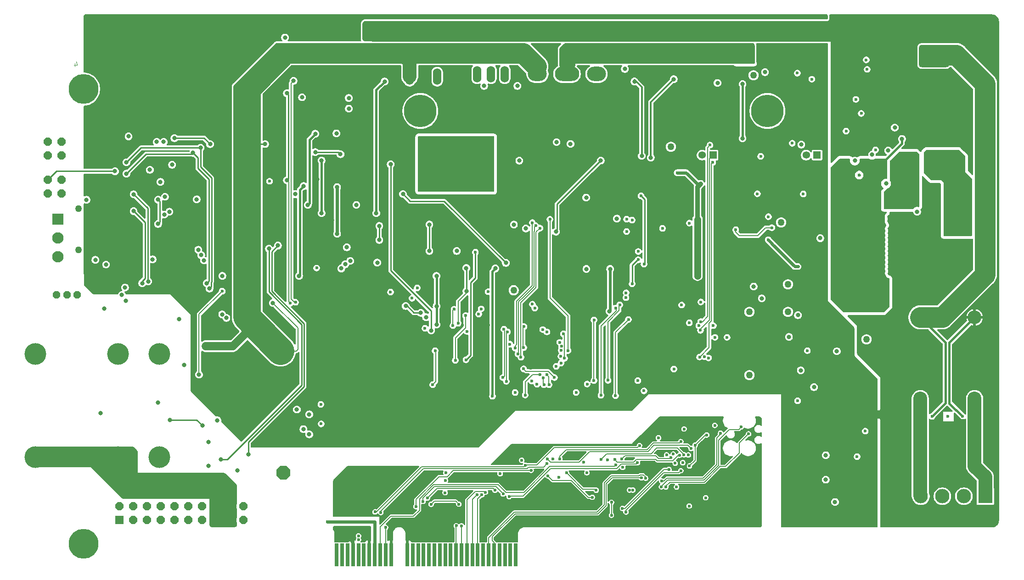
<source format=gbr>
%TF.GenerationSoftware,KiCad,Pcbnew,9.0.6-9.0.6~ubuntu24.04.1*%
%TF.CreationDate,2025-11-12T09:43:01+01:00*%
%TF.ProjectId,EEZ DIB DCP405plus,45455a20-4449-4422-9044-435034303570,r4B2*%
%TF.SameCoordinates,Original*%
%TF.FileFunction,Copper,L4,Bot*%
%TF.FilePolarity,Positive*%
%FSLAX46Y46*%
G04 Gerber Fmt 4.6, Leading zero omitted, Abs format (unit mm)*
G04 Created by KiCad (PCBNEW 9.0.6-9.0.6~ubuntu24.04.1) date 2025-11-12 09:43:01*
%MOMM*%
%LPD*%
G01*
G04 APERTURE LIST*
G04 Aperture macros list*
%AMOutline5P*
0 Free polygon, 5 corners , with rotation*
0 The origin of the aperture is its center*
0 number of corners: always 5*
0 $1 to $10 corner X, Y*
0 $11 Rotation angle, in degrees counterclockwise*
0 create outline with 5 corners*
4,1,5,$1,$2,$3,$4,$5,$6,$7,$8,$9,$10,$1,$2,$11*%
%AMOutline6P*
0 Free polygon, 6 corners , with rotation*
0 The origin of the aperture is its center*
0 number of corners: always 6*
0 $1 to $12 corner X, Y*
0 $13 Rotation angle, in degrees counterclockwise*
0 create outline with 6 corners*
4,1,6,$1,$2,$3,$4,$5,$6,$7,$8,$9,$10,$11,$12,$1,$2,$13*%
%AMOutline7P*
0 Free polygon, 7 corners , with rotation*
0 The origin of the aperture is its center*
0 number of corners: always 7*
0 $1 to $14 corner X, Y*
0 $15 Rotation angle, in degrees counterclockwise*
0 create outline with 7 corners*
4,1,7,$1,$2,$3,$4,$5,$6,$7,$8,$9,$10,$11,$12,$13,$14,$1,$2,$15*%
%AMOutline8P*
0 Free polygon, 8 corners , with rotation*
0 The origin of the aperture is its center*
0 number of corners: always 8*
0 $1 to $16 corner X, Y*
0 $17 Rotation angle, in degrees counterclockwise*
0 create outline with 8 corners*
4,1,8,$1,$2,$3,$4,$5,$6,$7,$8,$9,$10,$11,$12,$13,$14,$15,$16,$1,$2,$17*%
G04 Aperture macros list end*
%ADD10C,0.101600*%
%TA.AperFunction,NonConductor*%
%ADD11C,0.101600*%
%TD*%
%TA.AperFunction,EtchedComponent*%
%ADD12C,0.000000*%
%TD*%
%TA.AperFunction,ComponentPad*%
%ADD13O,1.524000X3.048000*%
%TD*%
%TA.AperFunction,ComponentPad*%
%ADD14C,1.270000*%
%TD*%
%TA.AperFunction,ComponentPad*%
%ADD15O,3.500000X2.640000*%
%TD*%
%TA.AperFunction,ComponentPad*%
%ADD16O,4.500000X2.640000*%
%TD*%
%TA.AperFunction,ComponentPad*%
%ADD17R,1.500000X1.500000*%
%TD*%
%TA.AperFunction,ComponentPad*%
%ADD18Outline8P,-0.750000X0.310660X-0.310660X0.750000X0.310660X0.750000X0.750000X0.310660X0.750000X-0.310660X0.310660X-0.750000X-0.310660X-0.750000X-0.750000X-0.310660X180.000000*%
%TD*%
%TA.AperFunction,ComponentPad*%
%ADD19R,2.100000X2.100000*%
%TD*%
%TA.AperFunction,ComponentPad*%
%ADD20C,2.100000*%
%TD*%
%TA.AperFunction,ConnectorPad*%
%ADD21R,0.700000X4.200000*%
%TD*%
%TA.AperFunction,ComponentPad*%
%ADD22Outline8P,-0.675000X0.279594X-0.279594X0.675000X0.279594X0.675000X0.675000X0.279594X0.675000X-0.279594X0.279594X-0.675000X-0.279594X-0.675000X-0.675000X-0.279594X180.000000*%
%TD*%
%TA.AperFunction,ComponentPad*%
%ADD23C,5.500000*%
%TD*%
%TA.AperFunction,ComponentPad*%
%ADD24R,2.640000X2.640000*%
%TD*%
%TA.AperFunction,ComponentPad*%
%ADD25C,2.640000*%
%TD*%
%TA.AperFunction,ComponentPad*%
%ADD26Outline8P,-0.750000X0.310660X-0.310660X0.750000X0.310660X0.750000X0.750000X0.310660X0.750000X-0.310660X0.310660X-0.750000X-0.310660X-0.750000X-0.750000X-0.310660X0.000000*%
%TD*%
%TA.AperFunction,ComponentPad*%
%ADD27R,1.358000X1.358000*%
%TD*%
%TA.AperFunction,ComponentPad*%
%ADD28C,1.358000*%
%TD*%
%TA.AperFunction,ComponentPad*%
%ADD29Outline8P,-1.270000X0.526051X-0.526051X1.270000X0.526051X1.270000X1.270000X0.526051X1.270000X-0.526051X0.526051X-1.270000X-0.526051X-1.270000X-1.270000X-0.526051X0.000000*%
%TD*%
%TA.AperFunction,ComponentPad*%
%ADD30C,2.540000*%
%TD*%
%TA.AperFunction,ComponentPad*%
%ADD31C,4.000000*%
%TD*%
%TA.AperFunction,ComponentPad*%
%ADD32C,6.000000*%
%TD*%
%TA.AperFunction,SMDPad,CuDef*%
%ADD33C,1.500000*%
%TD*%
%TA.AperFunction,ViaPad*%
%ADD34C,0.600000*%
%TD*%
%TA.AperFunction,ViaPad*%
%ADD35C,0.806400*%
%TD*%
%TA.AperFunction,Conductor*%
%ADD36C,0.609600*%
%TD*%
%TA.AperFunction,Conductor*%
%ADD37C,0.203200*%
%TD*%
%TA.AperFunction,Conductor*%
%ADD38C,2.540000*%
%TD*%
%TA.AperFunction,Conductor*%
%ADD39C,3.810000*%
%TD*%
%TA.AperFunction,Conductor*%
%ADD40C,0.254000*%
%TD*%
%TA.AperFunction,Conductor*%
%ADD41C,5.080000*%
%TD*%
%TA.AperFunction,Conductor*%
%ADD42C,1.524000*%
%TD*%
%TA.AperFunction,Conductor*%
%ADD43C,0.406400*%
%TD*%
%TA.AperFunction,Conductor*%
%ADD44C,1.270000*%
%TD*%
%TA.AperFunction,Conductor*%
%ADD45C,0.812800*%
%TD*%
%TA.AperFunction,Conductor*%
%ADD46C,0.304800*%
%TD*%
%TA.AperFunction,Conductor*%
%ADD47C,0.508000*%
%TD*%
%TA.AperFunction,Conductor*%
%ADD48C,0.990600*%
%TD*%
%TA.AperFunction,Conductor*%
%ADD49C,1.143000*%
%TD*%
%TA.AperFunction,Conductor*%
%ADD50C,0.177800*%
%TD*%
G04 APERTURE END LIST*
D10*
D11*
X67904178Y-58245660D02*
X67904178Y-58855260D01*
X68121892Y-57897318D02*
X68339606Y-58550460D01*
X68339606Y-58550460D02*
X67773549Y-58550460D01*
D12*
%TA.AperFunction,EtchedComponent*%
%TO.C,NT2*%
G36*
X217255600Y-123863800D02*
G01*
X215255600Y-123863800D01*
X215255600Y-122363800D01*
X217255600Y-122363800D01*
X217255600Y-123863800D01*
G37*
%TD.AperFunction*%
%TD*%
D13*
%TO.P,R78,1,1*%
%TO.N,Net-(Q17-S)*%
X134726100Y-60697500D03*
%TO.P,R78,2,2*%
%TO.N,POST_OUT+*%
X129646100Y-60697500D03*
%TD*%
D14*
%TO.P,TP2,1,P$1*%
%TO.N,+VREF*%
X148818600Y-100152200D03*
%TD*%
%TO.P,TP10,1,P$1*%
%TO.N,PREG_OUT+*%
X193040000Y-60452000D03*
%TD*%
%TO.P,TP3,1,P$1*%
%TO.N,-9V*%
X199390000Y-99060000D03*
%TD*%
%TO.P,TP5,1,P$1*%
%TO.N,Net-(IC13-Vout)*%
X192278000Y-104140000D03*
%TD*%
D15*
%TO.P,Q14,1,G*%
%TO.N,Net-(Q14-G)*%
X164098000Y-60212900D03*
D16*
%TO.P,Q14,2,D*%
%TO.N,PREG_OUT+*%
X158648000Y-60212900D03*
D15*
%TO.P,Q14,3,S*%
%TO.N,POST_OUT+*%
X153198000Y-60212900D03*
%TD*%
D14*
%TO.P,TP8,1,P$1*%
%TO.N,GND*%
X213868000Y-115824000D03*
%TD*%
D17*
%TO.P,X5,1,IN+*%
%TO.N,/Rsense protection\u002C power output\u002C Rprog/OUTC+*%
X76140000Y-142540000D03*
D18*
%TO.P,X5,2,IN+*%
X76140000Y-140000000D03*
%TO.P,X5,3,IN+*%
X78680000Y-142540000D03*
%TO.P,X5,4,IN+*%
X78680000Y-140000000D03*
%TO.P,X5,5,IN+*%
X81220000Y-142540000D03*
%TO.P,X5,6,OUT+*%
%TO.N,Net-(F1-Pad2)*%
X81220000Y-140000000D03*
%TO.P,X5,7,OUT+*%
X83760000Y-142540000D03*
%TO.P,X5,8,OUT+*%
X83760000Y-140000000D03*
%TO.P,X5,9,OUT+*%
X86300000Y-142540000D03*
%TO.P,X5,10,OUT+*%
X86300000Y-140000000D03*
%TO.P,X5,11,OUT-*%
%TO.N,POST_OUT-*%
X88840000Y-142540000D03*
%TO.P,X5,12,OUT-*%
X88840000Y-140000000D03*
%TO.P,X5,13,OUT-*%
X91380000Y-142540000D03*
%TO.P,X5,14,OUT-*%
X91380000Y-140000000D03*
%TO.P,X5,15,IN-*%
%TO.N,/Rsense protection\u002C power output\u002C Rprog/OUTC-*%
X93920000Y-142540000D03*
%TO.P,X5,16,IN-*%
X93920000Y-140000000D03*
%TO.P,X5,17,IN-*%
X96460000Y-142540000D03*
%TO.P,X5,18,IN-*%
X96460000Y-140000000D03*
%TO.P,X5,19,SENSE-*%
%TO.N,/Rsense protection\u002C power output\u002C Rprog/SENSE_IN-*%
X99000000Y-142540000D03*
%TO.P,X5,20,SENSE+*%
%TO.N,/Rsense protection\u002C power output\u002C Rprog/SENSE_IN+*%
X99000000Y-140000000D03*
%TD*%
D19*
%TO.P,X4,1,Pin_1*%
%TO.N,Net-(TP11-P$1)*%
X64800000Y-87000000D03*
D20*
%TO.P,X4,2,Pin_2*%
%TO.N,Net-(TP12-P$1)*%
X64800000Y-90500000D03*
%TO.P,X4,3,Pin_3*%
%TO.N,PE*%
X64800000Y-94000000D03*
%TD*%
D21*
%TO.P,X1,A1,+12V*%
%TO.N,unconnected-(X1-+12V-PadA1)*%
X116200000Y-149000000D03*
%TO.P,X1,A2,+12V*%
%TO.N,unconnected-(X1-+12V-PadA2)*%
X117200000Y-149000000D03*
%TO.P,X1,A3,+12V*%
%TO.N,unconnected-(X1-+12V-PadA3)*%
X118200000Y-149000000D03*
%TO.P,X1,A4,GND*%
%TO.N,DIB_GND*%
X119200000Y-149000000D03*
%TO.P,X1,A5,+5V*%
%TO.N,unconnected-(X1-+5V-PadA5)*%
X120200000Y-149000000D03*
%TO.P,X1,A6,+5V*%
%TO.N,unconnected-(X1-+5V-PadA6)*%
X121200000Y-149000000D03*
%TO.P,X1,A7,GND*%
%TO.N,DIB_GND*%
X122200000Y-149000000D03*
%TO.P,X1,A8,PE*%
%TO.N,PE*%
X123200000Y-149000000D03*
%TO.P,X1,A9,~{SMBUS_ALERT}*%
%TO.N,/DIB isolators\u002C EEPROM\u002C ADC\u002C MCU/~{DIB_ALERT}*%
X124200000Y-149000000D03*
%TO.P,X1,A10,SCL/SMBCLK*%
%TO.N,/DIB isolators\u002C EEPROM\u002C ADC\u002C MCU/DIB_SCL*%
X125200000Y-149000000D03*
%TO.P,X1,A11,GND*%
%TO.N,DIB_GND*%
X126200000Y-149000000D03*
%TO.P,X1,A12,GND*%
X129197300Y-149000000D03*
%TO.P,X1,A13,QSPI_CLK*%
%TO.N,unconnected-(X1-QSPI_CLK-PadA13)*%
X130197300Y-149000000D03*
%TO.P,X1,A14,QSPI_IO0*%
%TO.N,unconnected-(X1-QSPI_IO0-PadA14)*%
X131197300Y-149000000D03*
%TO.P,X1,A15,QSPI_IO1*%
%TO.N,unconnected-(X1-QSPI_IO1-PadA15)*%
X132197300Y-149000000D03*
%TO.P,X1,A16,QSPI_IO2*%
%TO.N,unconnected-(X1-QSPI_IO2-PadA16)*%
X133197300Y-149000000D03*
%TO.P,X1,A17,QSPI_IO3*%
%TO.N,unconnected-(X1-QSPI_IO3-PadA17)*%
X134197300Y-149000000D03*
%TO.P,X1,A18,QSPI_NCS*%
%TO.N,unconnected-(X1-QSPI_NCS-PadA18)*%
X135197300Y-149000000D03*
%TO.P,X1,A19,RSVD1*%
%TO.N,unconnected-(X1-RSVD1-PadA19)*%
X136197300Y-149000000D03*
%TO.P,X1,A20,RSVD2*%
%TO.N,unconnected-(X1-RSVD2-PadA20)*%
X137197300Y-149000000D03*
%TO.P,X1,A21,SCLK*%
%TO.N,/DIB isolators\u002C EEPROM\u002C ADC\u002C MCU/DIB_SCLK*%
X138197300Y-149000000D03*
%TO.P,X1,A22,MOSI*%
%TO.N,/DIB isolators\u002C EEPROM\u002C ADC\u002C MCU/DIB_MOSI*%
X139197300Y-149000000D03*
%TO.P,X1,A23,MISO*%
%TO.N,/DIB isolators\u002C EEPROM\u002C ADC\u002C MCU/DIB_MISO*%
X140197300Y-149000000D03*
%TO.P,X1,A24,~{IRQ}*%
%TO.N,/DIB isolators\u002C EEPROM\u002C ADC\u002C MCU/DIB_IRQ*%
X141197300Y-149000000D03*
%TO.P,X1,A25,~{CSA}*%
%TO.N,/DIB isolators\u002C EEPROM\u002C ADC\u002C MCU/DIB_CSA*%
X142197300Y-149000000D03*
%TO.P,X1,A26,~{CSB}*%
%TO.N,unconnected-(X1-~{CSB}-PadA26)*%
X143197300Y-149000000D03*
%TO.P,X1,A27,HSD+*%
%TO.N,/DIB isolators\u002C EEPROM\u002C ADC\u002C MCU/DIB_USB_D+*%
X144197300Y-149000000D03*
%TO.P,X1,A28,HSD-*%
%TO.N,/DIB isolators\u002C EEPROM\u002C ADC\u002C MCU/DIB_USB_D-*%
X145197300Y-149000000D03*
%TO.P,X1,A29,SSTX+*%
%TO.N,unconnected-(X1-SSTX+-PadA29)*%
X146197300Y-149000000D03*
%TO.P,X1,A30,SSTX-*%
%TO.N,unconnected-(X1-SSTX--PadA30)*%
X147197300Y-149000000D03*
%TO.P,X1,A31,SSRX+*%
%TO.N,unconnected-(X1-SSRX+-PadA31)*%
X148197300Y-149000000D03*
%TO.P,X1,A32,SSRX-*%
%TO.N,unconnected-(X1-SSRX--PadA32)*%
X149197300Y-149000000D03*
%TD*%
D14*
%TO.P,TP11,1,P$1*%
%TO.N,Net-(TP11-P$1)*%
X68580000Y-85090000D03*
%TD*%
%TO.P,TP4,1,P$1*%
%TO.N,+VNR*%
X192278000Y-115824000D03*
%TD*%
%TO.P,TP6,1,P$1*%
%TO.N,Net-(IC12-Vout)*%
X199390000Y-104140000D03*
%TD*%
D13*
%TO.P,Q17,1,G*%
%TO.N,Net-(Q17-G)*%
X147172100Y-60240300D03*
%TO.P,Q17,2,D*%
%TO.N,PREG_OUT-*%
X144632100Y-60240300D03*
%TO.P,Q17,3,S*%
%TO.N,Net-(Q17-S)*%
X142092100Y-60240300D03*
%TD*%
D22*
%TO.P,LED1,CC,C*%
%TO.N,Net-(LED1-C)*%
X66445000Y-101000000D03*
%TO.P,LED1,GREEN,AG*%
%TO.N,Net-(LED1-AG)*%
X68350000Y-101000000D03*
%TO.P,LED1,RED,AR*%
%TO.N,Net-(LED1-AR)*%
X64540000Y-101000000D03*
%TD*%
D23*
%TO.P,KK1,*%
%TO.N,*%
X69500000Y-63000000D03*
%TD*%
D24*
%TO.P,X3,1,Pin_1*%
%TO.N,/Power pre-regulator/DC-*%
X235781000Y-138176000D03*
D25*
%TO.P,X3,2,Pin_2*%
%TO.N,unconnected-(X3-Pin_2-Pad2)*%
X231821000Y-138176000D03*
%TO.P,X3,3,Pin_3*%
%TO.N,unconnected-(X3-Pin_3-Pad3)*%
X227861000Y-138176000D03*
%TO.P,X3,4,Pin_4*%
%TO.N,/Power pre-regulator/DC+*%
X223901000Y-138176000D03*
%TD*%
D14*
%TO.P,TP7,1,P$1*%
%TO.N,+3V3*%
X198120000Y-87630000D03*
%TD*%
%TO.P,TP1,1,P$1*%
%TO.N,POST_OE*%
X177800000Y-73660000D03*
%TD*%
D26*
%TO.P,LED3,BA,A*%
%TO.N,+VLED*%
X62930000Y-72730000D03*
%TO.P,LED3,BC,C*%
%TO.N,Net-(LED3B-C)*%
X62930000Y-75270000D03*
%TO.P,LED3,TA,A*%
%TO.N,+VLED*%
X65470000Y-72730000D03*
%TO.P,LED3,TC,C*%
%TO.N,Net-(LED3A-C)*%
X65470000Y-75270000D03*
%TD*%
D27*
%TO.P,JP4,1,1*%
%TO.N,OE_TRIG*%
X185565800Y-75184000D03*
D28*
%TO.P,JP4,2,2*%
%TO.N,+3V3*%
X183565800Y-75184000D03*
%TD*%
D23*
%TO.P,KK2,*%
%TO.N,*%
X69500000Y-147000000D03*
%TD*%
D29*
%TO.P,F1,1,1*%
%TO.N,POST_OUT+*%
X106362500Y-111360000D03*
%TO.P,F1,2,2*%
%TO.N,Net-(F1-Pad2)*%
X106362500Y-133860000D03*
%TD*%
D14*
%TO.P,TP12,1,P$1*%
%TO.N,Net-(TP12-P$1)*%
X68580000Y-92710000D03*
%TD*%
D30*
%TO.P,L1,1,1*%
%TO.N,/Power pre-regulator/DC+*%
X223803200Y-120149000D03*
%TO.P,L1,2,2*%
%TO.N,DC_OUT*%
X223803200Y-105149000D03*
%TO.P,L1,3,1*%
%TO.N,/Power pre-regulator/DC-*%
X233803200Y-120149000D03*
%TO.P,L1,4,2*%
%TO.N,PREG_OUT-*%
X233803200Y-105149000D03*
%TD*%
D31*
%TO.P,J1,1,Pin_1*%
%TO.N,/Rsense protection\u002C power output\u002C Rprog/OUTC+*%
X75900000Y-111950000D03*
X60600000Y-111950000D03*
%TO.P,J1,2,Pin_2*%
%TO.N,/Rsense protection\u002C power output\u002C Rprog/SENSE_IN+*%
X83500000Y-111950000D03*
%TD*%
D26*
%TO.P,LED2,BA,A*%
%TO.N,Net-(LED2B-A)*%
X62930000Y-79730000D03*
%TO.P,LED2,BC,C*%
%TO.N,Net-(LED2B-C)*%
X62930000Y-82270000D03*
%TO.P,LED2,TA,A*%
%TO.N,+VLED*%
X65470000Y-79730000D03*
%TO.P,LED2,TC,C*%
%TO.N,Net-(LED2A-C)*%
X65470000Y-82270000D03*
%TD*%
D27*
%TO.P,JP7,1,1*%
%TO.N,DC_OUT*%
X204758800Y-75184000D03*
D28*
%TO.P,JP7,2,2*%
%TO.N,Net-(JP7-Pad2)*%
X202758800Y-75184000D03*
%TD*%
D14*
%TO.P,TP9,1,P$1*%
%TO.N,DC_OUT*%
X213868000Y-109220000D03*
%TD*%
D32*
%TO.P,KK3,1,1*%
%TO.N,unconnected-(KK3-Pad1)*%
X195604800Y-67047000D03*
%TO.P,KK3,2,2*%
%TO.N,unconnected-(KK3-Pad2)*%
X131604800Y-67047000D03*
%TD*%
D31*
%TO.P,J2,1,Pin_1*%
%TO.N,/Rsense protection\u002C power output\u002C Rprog/OUTC-*%
X75900000Y-131000000D03*
X60600000Y-131000000D03*
%TO.P,J2,2,Pin_2*%
%TO.N,/Rsense protection\u002C power output\u002C Rprog/SENSE_IN-*%
X83500000Y-131000000D03*
%TD*%
D33*
%TO.P,NT2,1,1*%
%TO.N,PREG_OUT-*%
X217255600Y-123113800D03*
%TO.P,NT2,2,2*%
%TO.N,GND*%
X215255600Y-123113800D03*
%TD*%
D34*
%TO.N,PE*%
X123190000Y-142950000D03*
X228850200Y-123451000D03*
D35*
X72629500Y-122872500D03*
D34*
X114510000Y-142940000D03*
%TO.N,PWRGOOD*%
X212132600Y-130865000D03*
X150655986Y-110734477D03*
X150723600Y-106857800D03*
X193751200Y-82321400D03*
X181203600Y-106146600D03*
X185928000Y-108839000D03*
X188163200Y-108839000D03*
D35*
%TO.N,PREG_OUT+*%
X192701600Y-55871500D03*
X191050600Y-57840000D03*
X192701600Y-57840000D03*
X190225100Y-54919000D03*
X191876100Y-54919000D03*
X191876100Y-55871500D03*
X191050600Y-55871500D03*
X190225100Y-56887500D03*
X192701600Y-56887500D03*
X190225100Y-55871500D03*
X191876100Y-56887500D03*
X190225100Y-57840000D03*
X191050600Y-56887500D03*
X192701600Y-54919000D03*
X191050600Y-54919000D03*
X191876100Y-57840000D03*
D34*
%TO.N,GND*%
X139344400Y-106578400D03*
D35*
X142539135Y-122038433D03*
X195697000Y-111932800D03*
X84292500Y-75989000D03*
X210164100Y-132960500D03*
X70612000Y-81026000D03*
D34*
X196342000Y-74777600D03*
X191900000Y-87254600D03*
D35*
X142862300Y-113593300D03*
D34*
X189230000Y-97510600D03*
D35*
X112470278Y-81257563D03*
X205028800Y-107238800D03*
X85982900Y-92903400D03*
X86445300Y-86423500D03*
X209362200Y-113331800D03*
X195697000Y-109583300D03*
X164579300Y-94691200D03*
X201845600Y-126039000D03*
D34*
X150583900Y-116001800D03*
D35*
X181254000Y-74246400D03*
X92928500Y-76624000D03*
X132402000Y-116793400D03*
X201083600Y-126039000D03*
D34*
X153225500Y-112877600D03*
D35*
X143108100Y-95419300D03*
D34*
X190210000Y-87260000D03*
D35*
X162356800Y-99923600D03*
X130478100Y-106277800D03*
X201803000Y-117983000D03*
D34*
X181254000Y-77738900D03*
D35*
X123048600Y-59681500D03*
D34*
X151955500Y-114515900D03*
D35*
X198110000Y-113139300D03*
X112609869Y-79612925D03*
D34*
X161074100Y-116840000D03*
D35*
X198110000Y-109583300D03*
D34*
X181510000Y-92190000D03*
D35*
X204177500Y-116600900D03*
D34*
X169976800Y-119634000D03*
X154863800Y-111150400D03*
X154863800Y-112826800D03*
D35*
X127812800Y-121202800D03*
D34*
X183860000Y-92160000D03*
D35*
X195697000Y-113075800D03*
D34*
X166268000Y-87073400D03*
D35*
X143078200Y-117627400D03*
X147153200Y-88154900D03*
D34*
X142000107Y-98672400D03*
D35*
X105791000Y-81335000D03*
D34*
X119214500Y-124601900D03*
D35*
X198120000Y-107061000D03*
X136140700Y-116448300D03*
X115301600Y-87202400D03*
X119278000Y-76913400D03*
X90083700Y-94581800D03*
X121524600Y-81627100D03*
D34*
X172300500Y-101551400D03*
X153225500Y-111163100D03*
D35*
X154703200Y-103966400D03*
X164977500Y-99953200D03*
X207284300Y-113331800D03*
X173056152Y-59323900D03*
X73304400Y-103555800D03*
D34*
X149017900Y-117462300D03*
X143916000Y-98693900D03*
D35*
X210926100Y-133722500D03*
X137552000Y-102010600D03*
X109458600Y-60000000D03*
D34*
X202907500Y-84531200D03*
D35*
X121080100Y-60126000D03*
X210164100Y-133722500D03*
X87467500Y-70591500D03*
D34*
X148209000Y-114147600D03*
D35*
X77747500Y-84214400D03*
X110285100Y-69143000D03*
X89471500Y-79629000D03*
X198110000Y-110726300D03*
D34*
X191171300Y-89350100D03*
D35*
X75847000Y-92880000D03*
D34*
X205384000Y-85166200D03*
D35*
X200321600Y-126039000D03*
X215493600Y-123901200D03*
X110271400Y-53459500D03*
X77851000Y-81026000D03*
X215493600Y-123088400D03*
X83248500Y-120904000D03*
X130541600Y-103090100D03*
X196265800Y-107289600D03*
X135466400Y-123503300D03*
X198110000Y-111932800D03*
X110348600Y-67238000D03*
X195697000Y-110726300D03*
X208749500Y-117934400D03*
X137101400Y-120829800D03*
X215493600Y-122288300D03*
D34*
X145973800Y-101828600D03*
D35*
X184198500Y-60547450D03*
D34*
X191055000Y-87250000D03*
D35*
X206933800Y-105232200D03*
D34*
X196138800Y-92735400D03*
D35*
X77815500Y-73385500D03*
D34*
X144179200Y-106578400D03*
D35*
X79886900Y-96205400D03*
D34*
X158623000Y-119659400D03*
D35*
X210926100Y-132960500D03*
%TO.N,POST_OUT+*%
X92798900Y-110439200D03*
X104423900Y-102489000D03*
X146219600Y-55236500D03*
D34*
X194360800Y-75412600D03*
X129755500Y-56593400D03*
D35*
X195152700Y-59872000D03*
X88074500Y-113919000D03*
X93624400Y-110439200D03*
X91973400Y-110439200D03*
D34*
X129057000Y-56593400D03*
D35*
X169316000Y-59265400D03*
X102988800Y-73143500D03*
X92583000Y-128143000D03*
D34*
X128358500Y-56593400D03*
D35*
%TO.N,I_MON*%
X108516000Y-82401800D03*
X147383500Y-95097600D03*
X128401500Y-82363700D03*
X116127100Y-71175000D03*
%TO.N,SENSE-*%
X99885500Y-130429000D03*
X123659500Y-95025600D03*
X105346500Y-91884500D03*
%TO.N,SENSE+*%
X124040500Y-88256500D03*
X103695500Y-92456000D03*
X94805500Y-131381500D03*
X124040500Y-90860000D03*
D34*
%TO.N,U_MON*%
X140022400Y-112979200D03*
X141757000Y-93115600D03*
X171792500Y-92978900D03*
D35*
%TO.N,I_SET*%
X91698500Y-94644600D03*
D34*
X132461000Y-107162600D03*
D35*
X85835400Y-76966900D03*
D34*
X169519600Y-101523800D03*
D35*
X84286000Y-72750500D03*
D34*
X142367000Y-104546400D03*
D35*
X117035000Y-96117800D03*
%TO.N,POST_OE*%
X159300600Y-73118100D03*
D34*
%TO.N,U_SET_OUT*%
X137820000Y-103646900D03*
X137617200Y-106654600D03*
D35*
%TO.N,GCOM*%
X116260300Y-89704300D03*
X109791500Y-64507500D03*
X83689100Y-80129200D03*
X138320200Y-92892000D03*
X116260300Y-81081000D03*
D34*
%TO.N,+VREF*%
X138582400Y-106248200D03*
D35*
X140088200Y-100326700D03*
X140081000Y-96037400D03*
X118063700Y-92218900D03*
%TO.N,CURR_HI*%
X106997500Y-63754000D03*
D34*
X107619800Y-102514400D03*
D35*
X107004700Y-79823320D03*
D34*
X157637201Y-110450855D03*
X103809800Y-80010000D03*
D35*
X106652900Y-53471200D03*
D34*
%TO.N,OE_TRIG*%
X183261000Y-107543600D03*
%TO.N,CV_ACTIVE*%
X170649500Y-87200400D03*
X149593300Y-111887000D03*
X152882600Y-88226900D03*
%TO.N,CC_ACTIVE*%
X169633500Y-87009900D03*
X149072600Y-110807500D03*
X152260300Y-87655400D03*
D35*
%TO.N,/Power pre-regulator/SW*%
X220347588Y-79939282D03*
X221173088Y-79939282D03*
X221173088Y-79113782D03*
X218696588Y-79113782D03*
X219522088Y-79939282D03*
X221998588Y-79113782D03*
X218696588Y-79939282D03*
X221998588Y-79939282D03*
X220347588Y-79113782D03*
X219522088Y-79113782D03*
%TO.N,AUX_USET_SW*%
X95072200Y-104597200D03*
D34*
X157543500Y-113599203D03*
%TO.N,RSENSE*%
X157581600Y-111201200D03*
D35*
X87147400Y-105460800D03*
D34*
%TO.N,RSENSE_ERR*%
X148124000Y-110101200D03*
D35*
X73661000Y-95402400D03*
%TO.N,U_SET*%
X117750165Y-95337600D03*
D34*
X138053901Y-113085701D03*
D35*
X128909500Y-103052000D03*
X91203200Y-93654000D03*
D34*
X142836500Y-103583400D03*
X169545000Y-100609400D03*
X139928598Y-104817300D03*
D35*
X131690800Y-104309300D03*
D34*
%TO.N,/Power pre-regulator/VCC*%
X210108800Y-70764400D03*
D35*
X205333600Y-90530600D03*
D34*
X215521588Y-74224282D03*
D35*
X211711588Y-76192782D03*
D34*
%TO.N,/Power pre-regulator/FB*%
X212900488Y-67490782D03*
X203796500Y-61165400D03*
%TO.N,/Power pre-regulator/AGND*%
X213995000Y-59359800D03*
X211912200Y-64897000D03*
%TO.N,+3V3*%
X182714500Y-89760000D03*
X176260000Y-88710000D03*
D35*
X110083600Y-80899000D03*
X182714500Y-97487400D03*
D34*
X183286400Y-80492600D03*
X202209000Y-82372200D03*
X178962100Y-78437400D03*
D35*
X95102100Y-97487400D03*
X109245000Y-97487400D03*
X134599100Y-103090100D03*
D34*
X160337500Y-119011700D03*
X182720000Y-87630000D03*
X149085300Y-119024400D03*
X152146000Y-116916200D03*
D35*
X134611800Y-106481000D03*
D34*
X182720000Y-87070000D03*
X169633500Y-89295900D03*
D35*
X71687175Y-94525789D03*
D34*
X144106500Y-100421400D03*
D35*
X134581500Y-97487400D03*
D34*
%TO.N,~{OVP_FAULT}*%
X153678421Y-88675300D03*
X133883400Y-117576600D03*
X150152100Y-112522000D03*
X181215900Y-87750000D03*
X134327900Y-111311600D03*
%TO.N,ISO_OE_SYNC*%
X185521600Y-76530200D03*
X183095900Y-112483900D03*
X153111200Y-117500400D03*
D35*
%TO.N,/Power pre-regulator/EN_ULVO*%
X219077588Y-70096782D03*
X201853800Y-73253600D03*
%TO.N,Net-(K1A-C2)*%
X91440000Y-125158500D03*
X77266800Y-102108000D03*
X70040500Y-83439000D03*
X85471000Y-124079000D03*
%TO.N,/Power pre-regulator/HO*%
X217871088Y-74351282D03*
X217490088Y-80447282D03*
%TO.N,/Power pre-regulator/LO*%
X223205088Y-85654282D03*
X214886588Y-75113282D03*
%TO.N,/Rsense protection\u002C power output\u002C Rprog/AUX_OUT*%
X118686000Y-94720800D03*
X90669800Y-92676100D03*
%TO.N,/Rsense protection\u002C power output\u002C Rprog/SENSE_IN+*%
X92519500Y-132588000D03*
%TO.N,/Rsense protection\u002C power output\u002C Rprog/SENSE_IN-*%
X97917000Y-133413500D03*
%TO.N,DC_OUT*%
X212854588Y-95369782D03*
D34*
X223936200Y-56741800D03*
D35*
X210965200Y-81209282D03*
X191012500Y-72076700D03*
X220411088Y-72192282D03*
X210965200Y-83685782D03*
X214061088Y-86606782D03*
X210965200Y-82860282D03*
X212854588Y-88765782D03*
X213934088Y-103053282D03*
X210965200Y-80383782D03*
X212854588Y-94544282D03*
X210965200Y-84511282D03*
D34*
X223936200Y-57961000D03*
X223936200Y-56132200D03*
D35*
X210965200Y-86162282D03*
X209252400Y-82860282D03*
D34*
X223936200Y-58570600D03*
D35*
X209252400Y-83685782D03*
D34*
X225958400Y-123444000D03*
D35*
X212854588Y-96195282D03*
X210965200Y-85336782D03*
X209252400Y-85336782D03*
D34*
X223936200Y-57351400D03*
X224545800Y-56132200D03*
D35*
X209252400Y-84511282D03*
X212854588Y-90416782D03*
X208068600Y-139247000D03*
X213045088Y-100894282D03*
X209252400Y-82034782D03*
X212854588Y-93718782D03*
X213934088Y-100894282D03*
X213045088Y-103053282D03*
D34*
X224545800Y-57351400D03*
X224545800Y-56741800D03*
D35*
X212854588Y-92893282D03*
X209252400Y-81209282D03*
X214061088Y-87368782D03*
X210965200Y-82034782D03*
X209252400Y-86162282D03*
X212854588Y-97020782D03*
X209252400Y-80383782D03*
X212854588Y-89591282D03*
D34*
X224545800Y-57961000D03*
X224545800Y-58570600D03*
D35*
X212854588Y-91242282D03*
X212854588Y-92067782D03*
X191012500Y-62081800D03*
%TO.N,+VNR*%
X199570500Y-108757800D03*
X201752200Y-114935000D03*
X201218800Y-104749600D03*
D34*
X201231500Y-95758000D03*
X195757800Y-90830400D03*
%TO.N,AUX_ISET_SW*%
X156654500Y-114185700D03*
D35*
X95852400Y-105257600D03*
%TO.N,I_SERVO*%
X116882600Y-75010400D03*
X112229500Y-74627400D03*
%TO.N,LOOP_CTRL*%
X151058300Y-88726400D03*
X164863200Y-76191500D03*
X156632546Y-89315956D03*
%TO.N,SENSE_PROT*%
X162183500Y-83027600D03*
X178332998Y-61165400D03*
X174096100Y-75632700D03*
X90376766Y-83352136D03*
D34*
%TO.N,CURR_LO*%
X157314900Y-109766100D03*
X108610574Y-102370800D03*
D35*
X108229000Y-61482902D03*
%TO.N,CV_LED_OUT*%
X80329726Y-98849067D03*
D34*
X157522063Y-112328025D03*
D35*
X78740000Y-85534500D03*
%TO.N,CC_LED_OUT*%
X81434022Y-98491651D03*
D34*
X157988000Y-108191300D03*
D35*
X78740000Y-82423000D03*
D34*
X158191200Y-112712500D03*
D35*
%TO.N,I_SET_OUT*%
X126136003Y-76889994D03*
D34*
X140191400Y-107721400D03*
D35*
X133604000Y-107569000D03*
D34*
%TO.N,POST_OUT-*%
X95072200Y-100304600D03*
X131025500Y-99709900D03*
X170649500Y-98947900D03*
X171792500Y-94502900D03*
X126111000Y-100482400D03*
D35*
X90805000Y-115722400D03*
%TO.N,-9V*%
X204190600Y-118033800D03*
D34*
X202971400Y-111302800D03*
D35*
X149851800Y-76216900D03*
X208408250Y-111397200D03*
%TO.N,V+*%
X110850100Y-84383000D03*
X84391500Y-86169500D03*
X162221600Y-96206700D03*
D34*
X144907000Y-119710200D03*
D35*
X77809000Y-71734500D03*
X194564000Y-101650800D03*
X166458900Y-104013000D03*
X112253450Y-71238500D03*
X166603100Y-96206700D03*
X119809950Y-84383000D03*
X145440000Y-96117800D03*
D34*
X195783200Y-86563200D03*
D35*
%TO.N,V-*%
X85341550Y-85643371D03*
X125023300Y-61580150D03*
X193065000Y-99455894D03*
X148855000Y-88015200D03*
X167847700Y-86910300D03*
X123486600Y-85907000D03*
X113402800Y-85907000D03*
X113409150Y-76178800D03*
%TO.N,PREG_OUT-*%
X218188588Y-94544282D03*
X143876450Y-50855000D03*
X229384588Y-66797379D03*
X222760588Y-73525782D03*
X229384588Y-65971879D03*
X213299088Y-73081282D03*
X145400450Y-50855000D03*
X220835588Y-87366186D03*
D34*
X172300500Y-82691900D03*
D35*
X228602588Y-64191282D03*
D34*
X212519488Y-78883182D03*
D35*
X213299088Y-71430282D03*
X124001100Y-51807500D03*
X218188588Y-90416782D03*
X216789000Y-123926600D03*
X224665588Y-85146282D03*
X218188588Y-95369782D03*
X220073588Y-88064686D03*
X221236588Y-73525782D03*
X228622588Y-66797379D03*
X224475088Y-94163282D03*
D34*
X172858352Y-95324094D03*
D35*
X225300588Y-96449282D03*
X221998588Y-73525782D03*
X224665588Y-83495282D03*
X216789000Y-123090400D03*
X224665588Y-88448282D03*
X221597588Y-88064686D03*
X218188588Y-88765782D03*
X218188588Y-97020782D03*
X123175600Y-53712500D03*
X219311588Y-88064686D03*
X229384588Y-64193879D03*
X216156588Y-71112782D03*
X124001100Y-52760000D03*
X224665588Y-84320782D03*
X224475088Y-96449282D03*
X144638450Y-50855000D03*
X218125088Y-86606782D03*
X224665588Y-80256782D03*
X224665588Y-89273782D03*
X143114450Y-50855000D03*
X220073588Y-87366186D03*
X121524600Y-52760000D03*
X208709488Y-74882682D03*
X227860588Y-66797379D03*
X219311588Y-87366186D03*
X121524600Y-50918500D03*
X218188588Y-89591282D03*
X218188588Y-91242282D03*
X218188588Y-92067782D03*
X218950588Y-71430282D03*
X122350100Y-51807500D03*
X224665588Y-82669782D03*
X146162450Y-50855000D03*
X218125088Y-87368782D03*
X122350100Y-52760000D03*
X220835588Y-88064686D03*
X222359588Y-87366186D03*
X224665588Y-81844282D03*
X218188588Y-92893282D03*
X227860588Y-65971879D03*
X216156588Y-71938282D03*
X221597588Y-87366186D03*
X216982088Y-71112782D03*
X208727088Y-72636782D03*
X224665588Y-85971782D03*
X224665588Y-87622782D03*
X223522588Y-73525782D03*
X227860588Y-64193879D03*
X122350100Y-50918500D03*
X224665588Y-86797282D03*
X122350100Y-53712500D03*
X121524600Y-51807500D03*
X225300588Y-94163282D03*
X218188588Y-96195282D03*
X224665588Y-81018782D03*
X215331088Y-71938282D03*
X216789000Y-122275600D03*
D34*
X231546400Y-123444000D03*
D35*
X222359588Y-88064686D03*
X123175600Y-51807500D03*
X216982088Y-71938282D03*
X121524600Y-53712500D03*
X123175600Y-52760000D03*
X124001100Y-53712500D03*
X124001100Y-50918500D03*
X123175600Y-50918500D03*
X218188588Y-93718782D03*
X215331088Y-71112782D03*
X228622588Y-65971879D03*
D34*
%TO.N,ISO_DA_SCLK*%
X152704800Y-103441500D03*
X183331300Y-102311200D03*
X167610700Y-103441500D03*
X164909500Y-119545100D03*
%TO.N,ISO_DA_MISO*%
X167589200Y-119608600D03*
X169976800Y-105537000D03*
%TO.N,ISO_DA_MOSI*%
X166217600Y-116776500D03*
X179781200Y-102870000D03*
X168376600Y-102831900D03*
X152274382Y-102722977D03*
%TO.N,DIB_3V3*%
X136240000Y-135300000D03*
X146320000Y-134050000D03*
X136173300Y-137525679D03*
X180238400Y-125755400D03*
X161747200Y-131860200D03*
X175514000Y-127406400D03*
X185902600Y-125095000D03*
X170777650Y-137036800D03*
X184226200Y-138455400D03*
X136313300Y-133822879D03*
X181190900Y-139979400D03*
X120200000Y-146200000D03*
X120200000Y-145500000D03*
X157160000Y-134690000D03*
X170193450Y-137036800D03*
X150305376Y-131547600D03*
%TO.N,~{ISO_DAC_CS}*%
X163626800Y-105625900D03*
X163614100Y-116810700D03*
D35*
%TO.N,Net-(IC11-PH)*%
X206354100Y-130611000D03*
X206354100Y-135119500D03*
D34*
%TO.N,Net-(C47-Pad1)*%
X213639400Y-126161800D03*
X201168000Y-120548400D03*
D35*
%TO.N,Net-(IC16A--IN)*%
X118413100Y-64634500D03*
X118413100Y-66603000D03*
%TO.N,Net-(IC17B-+IN)*%
X133272100Y-88002500D03*
X133272100Y-92892000D03*
%TO.N,Net-(LED2B-A)*%
X75311000Y-78168500D03*
D34*
%TO.N,/DIB isolators\u002C EEPROM\u002C ADC\u002C MCU/DA_CLK*%
X180213000Y-130530600D03*
X164896800Y-131419600D03*
%TO.N,/DIB isolators\u002C EEPROM\u002C ADC\u002C MCU/DA_MOSI*%
X178238967Y-130404600D03*
X166116000Y-131445000D03*
%TO.N,/DIB isolators\u002C EEPROM\u002C ADC\u002C MCU/DA_MISO*%
X167436800Y-131394200D03*
X179374800Y-130606800D03*
D35*
%TO.N,Net-(LED1-AR)*%
X77152500Y-99631500D03*
X110045500Y-125785000D03*
%TO.N,Net-(LED1-AG)*%
X76581000Y-101028500D03*
X108839000Y-122165500D03*
%TO.N,Net-(C70-Pad1)*%
X230063088Y-87622782D03*
X230063088Y-84320782D03*
X230063088Y-83495282D03*
D34*
X201121700Y-60045600D03*
D35*
X230634588Y-77843782D03*
X230063088Y-85971782D03*
X230063088Y-85146282D03*
X230063088Y-81844282D03*
X230063088Y-82669782D03*
X230063088Y-86797282D03*
X230634588Y-76256282D03*
X230634588Y-75430782D03*
X230063088Y-81018782D03*
X230063088Y-88448282D03*
X230063088Y-89273782D03*
X230634588Y-77081782D03*
%TO.N,Net-(IC22A-OUT)*%
X83255419Y-87890919D03*
X83270000Y-83418500D03*
%TO.N,Net-(IC21B--IN)*%
X81746000Y-77907700D03*
X84522400Y-82870400D03*
X83016000Y-72750500D03*
%TO.N,Net-(IC20A-O)*%
X91073000Y-73847900D03*
D34*
X130073000Y-101614900D03*
D35*
X92727200Y-99826200D03*
X77406500Y-76517500D03*
%TO.N,Net-(IC20B-O)*%
X92219200Y-98835600D03*
X132656000Y-105109400D03*
X89683500Y-74769800D03*
X77406500Y-78613000D03*
%TO.N,Net-(IC20B-I0)*%
X86254500Y-72052000D03*
X92840900Y-73154900D03*
D34*
%TO.N,/DIB isolators\u002C EEPROM\u002C ADC\u002C MCU/AC_FREQ*%
X138709304Y-139639304D03*
X133596796Y-139665993D03*
%TO.N,/DIB isolators\u002C EEPROM\u002C ADC\u002C MCU/NRST*%
X181229000Y-132588000D03*
X184404000Y-126873000D03*
X182270400Y-128727200D03*
%TO.N,/DIB isolators\u002C EEPROM\u002C ADC\u002C MCU/~{ISO_ADC_CS}*%
X162369500Y-117462300D03*
X171704000Y-116814600D03*
%TO.N,/DIB isolators\u002C EEPROM\u002C ADC\u002C MCU/DIB_OE_SYNC*%
X152031700Y-133388100D03*
X130788400Y-140080000D03*
%TO.N,/DIB isolators\u002C EEPROM\u002C ADC\u002C MCU/SWCLK*%
X190740683Y-125412051D03*
X176057924Y-136432663D03*
%TO.N,/DIB isolators\u002C EEPROM\u002C ADC\u002C MCU/SWO*%
X176859001Y-136482241D03*
X192125600Y-126669800D03*
%TO.N,/DIB isolators\u002C EEPROM\u002C ADC\u002C MCU/DIB_BOOT0*%
X166852600Y-139293600D03*
X166840000Y-141680000D03*
X178841400Y-136474200D03*
%TO.N,/DIB isolators\u002C EEPROM\u002C ADC\u002C MCU/DIB_UART_TX*%
X147960000Y-138240000D03*
X171636932Y-132001600D03*
%TO.N,/DIB isolators\u002C EEPROM\u002C ADC\u002C MCU/IOEXP_MISO*%
X168910000Y-132860000D03*
X156032200Y-131292600D03*
%TO.N,/DIB isolators\u002C EEPROM\u002C ADC\u002C MCU/~{IOEXP_IRQ}*%
X179628800Y-128101000D03*
X157327600Y-131292600D03*
%TO.N,/DIB isolators\u002C EEPROM\u002C ADC\u002C MCU/IOEXP_CLK*%
X164021553Y-137067238D03*
X158572200Y-133870700D03*
%TO.N,/DIB isolators\u002C EEPROM\u002C ADC\u002C MCU/IOEXP_MOSI*%
X155067000Y-131292600D03*
X181533800Y-129362200D03*
%TO.N,/DIB isolators\u002C EEPROM\u002C ADC\u002C MCU/SWDIO*%
X176122602Y-135381002D03*
X186950493Y-126549293D03*
%TO.N,/DAC\u002C OE\u002C Vref\u002C IOEXP\u002C Temp/~{SET_DP}*%
X155498800Y-87045800D03*
X158842800Y-111277400D03*
%TO.N,/DIB isolators\u002C EEPROM\u002C ADC\u002C MCU/~{DIB_ALERT}*%
X167608225Y-132436990D03*
%TO.N,/DAC\u002C OE\u002C Vref\u002C IOEXP\u002C Temp/OE_LED_GREEN*%
X113258600Y-121225700D03*
X147015200Y-107340400D03*
X146820800Y-116255800D03*
X154180692Y-107400957D03*
%TO.N,/DIB isolators\u002C EEPROM\u002C ADC\u002C MCU/ADC_IRQ*%
X168732200Y-131292600D03*
X177825400Y-131038600D03*
%TO.N,ISO_IOEXP_SCLK*%
X184746900Y-112649000D03*
X154292288Y-116307932D03*
X154406600Y-117602000D03*
%TO.N,ISO_IOEXP_MOSI*%
X154917850Y-115732452D03*
X155346400Y-117576600D03*
%TO.N,ISO_IOEXP_MISO*%
X150647400Y-114655600D03*
X156337000Y-116268500D03*
X183972200Y-112433100D03*
%TO.N,/DIB isolators\u002C EEPROM\u002C ADC\u002C MCU/~{DIB_RESET}*%
X123260000Y-141060000D03*
X172008800Y-128803400D03*
X150970000Y-132470000D03*
%TO.N,~{ISO_RESET}*%
X178358800Y-114693700D03*
X150939500Y-119507172D03*
X153691700Y-115722500D03*
%TO.N,/DIB isolators\u002C EEPROM\u002C ADC\u002C MCU/DIB_MOSI*%
X169530000Y-141090000D03*
X179630000Y-133460000D03*
X139197300Y-143670000D03*
%TO.N,/DIB isolators\u002C EEPROM\u002C ADC\u002C MCU/DIB_CSA*%
X179994765Y-131984357D03*
X142930000Y-137920000D03*
%TO.N,/DIB isolators\u002C EEPROM\u002C ADC\u002C MCU/DIB_SCL*%
X125200000Y-143940000D03*
X145371899Y-137059644D03*
X132913317Y-138510868D03*
%TO.N,/DIB isolators\u002C EEPROM\u002C ADC\u002C MCU/DIB_SDA*%
X132101600Y-139130751D03*
X146870000Y-137770000D03*
%TO.N,/DAC\u002C OE\u002C Vref\u002C IOEXP\u002C Temp/OE_LED_RED*%
X113322100Y-124819800D03*
X147472400Y-116967000D03*
X147675600Y-107823000D03*
X154943900Y-107827800D03*
%TO.N,/DIB isolators\u002C EEPROM\u002C ADC\u002C MCU/DIB_USB_D-*%
X172386098Y-134779641D03*
%TO.N,/DIB isolators\u002C EEPROM\u002C ADC\u002C MCU/DIB_USB_D+*%
X173139402Y-134846867D03*
%TO.N,/DIB isolators\u002C EEPROM\u002C ADC\u002C MCU/DIB_MISO*%
X143600000Y-137440000D03*
X181028722Y-130569785D03*
%TO.N,/DIB isolators\u002C EEPROM\u002C ADC\u002C MCU/DIB_IRQ*%
X178605264Y-132101740D03*
X142050000Y-137920000D03*
%TO.N,/DIB isolators\u002C EEPROM\u002C ADC\u002C MCU/DIB_SCLK*%
X168870000Y-140438400D03*
X138230000Y-143610000D03*
X177444400Y-133248400D03*
%TO.N,/DIB isolators\u002C EEPROM\u002C ADC\u002C MCU/~{DIB_FAULT}*%
X124330751Y-141190751D03*
X154956376Y-132162459D03*
%TO.N,/DAC\u002C OE\u002C Vref\u002C IOEXP\u002C Temp/TEMP_CS*%
X185623200Y-106680000D03*
X182940000Y-106670000D03*
%TO.N,DIB_GND*%
X132510000Y-133760000D03*
X175451586Y-135973636D03*
X143280000Y-146290000D03*
X175715700Y-130551992D03*
X170536350Y-138348800D03*
X182753000Y-138709400D03*
X185521600Y-135534400D03*
X160346112Y-133709556D03*
X116550000Y-144060000D03*
X118110000Y-133480000D03*
X147840000Y-134030000D03*
X122220000Y-146290000D03*
X177901600Y-125272800D03*
X169890376Y-131283800D03*
X185510000Y-131420000D03*
X137578400Y-146349998D03*
X193586100Y-126746000D03*
X149710000Y-134140000D03*
X118220000Y-146300000D03*
X175361600Y-125984000D03*
X163753800Y-139700000D03*
X176000000Y-140320000D03*
X129190000Y-146290000D03*
X140020000Y-138070000D03*
X193941700Y-138417300D03*
X181940200Y-124891800D03*
X171770000Y-137030000D03*
X180740587Y-136543494D03*
X126210000Y-146330000D03*
X148200000Y-146290000D03*
X134470000Y-139730000D03*
X159156400Y-130848950D03*
X186131200Y-138468100D03*
%TO.N,Net-(IC4-PB6)*%
X155121449Y-134402863D03*
X163320123Y-138370400D03*
%TO.N,Net-(IC4-PB10)*%
X162318700Y-133832600D03*
X177021400Y-130550198D03*
D35*
%TO.N,Net-(D18-PadC)*%
X134357800Y-76343900D03*
X149504000Y-62412000D03*
X143362100Y-62412000D03*
X134357800Y-75493000D03*
X134357800Y-74642100D03*
X134357800Y-78045700D03*
X143362100Y-72127500D03*
X134357800Y-77194800D03*
%TO.N,Net-(C84-Pad1)*%
X186397500Y-61863900D03*
X156722500Y-72787900D03*
%TO.N,Net-(C105-Pad2)*%
X82250700Y-94443381D03*
D34*
X112483500Y-96026900D03*
D35*
%TO.N,Net-(Q13-PadB)*%
X171094000Y-61612400D03*
X172427500Y-75325900D03*
D34*
%TO.N,DUTY_100*%
X185013600Y-73329800D03*
X183311800Y-105943400D03*
X213817200Y-57607200D03*
X200177400Y-72999600D03*
%TO.N,+VLED*%
X172847000Y-118719600D03*
D35*
X111125000Y-126746000D03*
X94183200Y-124155200D03*
X111125000Y-123063000D03*
D34*
%TO.N,Net-(IC14-IN)*%
X189760000Y-88970000D03*
X196418200Y-88595200D03*
%TD*%
D36*
%TO.N,PE*%
X123200000Y-149000000D02*
X123200000Y-142960000D01*
X123190000Y-142940000D02*
X114510000Y-142940000D01*
X123200000Y-142960000D02*
X123190000Y-142950000D01*
D37*
%TO.N,PWRGOOD*%
X150520400Y-110598891D02*
X150520400Y-107061000D01*
X150655986Y-110734477D02*
X150520400Y-110598891D01*
X150520400Y-107061000D02*
X150723600Y-106857800D01*
D38*
%TO.N,PREG_OUT+*%
X158648000Y-57141500D02*
X159410000Y-56379500D01*
X158648000Y-59989900D02*
X158648000Y-57141500D01*
D39*
X191177600Y-56379500D02*
X159410000Y-56379500D01*
D40*
%TO.N,POST_OUT+*%
X102988800Y-73143500D02*
X99509000Y-73143500D01*
D37*
X108731000Y-111360000D02*
X109016800Y-111074200D01*
D39*
X150537600Y-56379500D02*
X146410100Y-56379500D01*
D40*
X146219600Y-56189000D02*
X146410100Y-56379500D01*
D37*
X106362500Y-111360000D02*
X108731000Y-111360000D01*
D41*
X100994900Y-106531800D02*
X99674100Y-105033200D01*
D39*
X129270900Y-56379500D02*
X129057000Y-56593400D01*
D38*
X129646100Y-60697500D02*
X129646100Y-56379500D01*
D40*
X99509000Y-73143500D02*
X99674100Y-73130800D01*
D39*
X121945000Y-56379500D02*
X106811500Y-56379500D01*
D37*
X109016800Y-107081900D02*
X104423900Y-102489000D01*
D41*
X99674100Y-73130800D02*
X99674100Y-98657800D01*
D39*
X106811500Y-56379500D02*
X99674100Y-63694700D01*
X146410100Y-56379500D02*
X129646100Y-56379500D01*
D41*
X105823100Y-111360000D02*
X100994900Y-106531800D01*
D39*
X129057000Y-56593400D02*
X128843100Y-56379500D01*
D42*
X92003000Y-110468800D02*
X97057900Y-110468800D01*
D41*
X99674100Y-98657800D02*
X99674100Y-105033200D01*
D40*
X146219600Y-55236500D02*
X146219600Y-56189000D01*
D41*
X99674100Y-63694700D02*
X99674100Y-73130800D01*
D39*
X128843100Y-56379500D02*
X121945000Y-56379500D01*
D37*
X109016800Y-111074200D02*
X109016800Y-107081900D01*
D42*
X97057900Y-110468800D02*
X100994900Y-106531800D01*
D39*
X105833600Y-111360000D02*
X105823100Y-111360000D01*
X153014100Y-58856000D02*
X150537600Y-56379500D01*
D40*
%TO.N,I_MON*%
X147383500Y-95097600D02*
X135993800Y-83707900D01*
X128401500Y-82363700D02*
X129745700Y-83707900D01*
X135993800Y-83707900D02*
X135648700Y-83707900D01*
X129745700Y-83707900D02*
X135648700Y-83707900D01*
%TO.N,SENSE-*%
X104203500Y-100352164D02*
X104203500Y-93027500D01*
X110185200Y-106333864D02*
X104203500Y-100352164D01*
X99885500Y-130429000D02*
X99885500Y-128206500D01*
X110185200Y-117906800D02*
X110185200Y-106333864D01*
X104203500Y-93027500D02*
X105346500Y-91884500D01*
X99885500Y-128206500D02*
X110185200Y-117906800D01*
%TO.N,SENSE+*%
X96012000Y-131381500D02*
X109728000Y-117665500D01*
X124040500Y-90860000D02*
X124040500Y-88256500D01*
X94805500Y-131381500D02*
X96012000Y-131381500D01*
X109728000Y-106451400D02*
X103695500Y-100418900D01*
X103695500Y-100418900D02*
X103695500Y-92456000D01*
X109728000Y-117665500D02*
X109728000Y-106451400D01*
%TO.N,U_MON*%
X140868400Y-112133200D02*
X140022400Y-112979200D01*
X141757000Y-97815507D02*
X140868400Y-98704107D01*
X140868400Y-98704107D02*
X140868400Y-112133200D01*
X141757000Y-93115600D02*
X141757000Y-97815507D01*
%TO.N,U_SET_OUT*%
X137820000Y-103646900D02*
X137922000Y-103748900D01*
D37*
X137617200Y-106654600D02*
X137617200Y-103849700D01*
X137617200Y-103849700D02*
X137820000Y-103646900D01*
D36*
%TO.N,GCOM*%
X116260300Y-81081000D02*
X116260300Y-89704300D01*
D40*
%TO.N,+VREF*%
X140081000Y-96037400D02*
X140106000Y-96062400D01*
X140106000Y-100308900D02*
X140088200Y-100326700D01*
X140106000Y-96062400D02*
X140106000Y-100308900D01*
D37*
X140088200Y-100662000D02*
X140088200Y-100326700D01*
X138582400Y-102167800D02*
X140088200Y-100662000D01*
X138582400Y-106248200D02*
X138582400Y-102167800D01*
D40*
%TO.N,CURR_HI*%
X107251500Y-64008000D02*
X107251500Y-79576520D01*
D37*
X107344900Y-80163520D02*
X107344900Y-102239500D01*
X107004700Y-79823320D02*
X107344900Y-80163520D01*
D40*
X107251500Y-79576520D02*
X107004700Y-79823320D01*
X106997500Y-63754000D02*
X107251500Y-64008000D01*
D37*
X107344900Y-102239500D02*
X107619800Y-102514400D01*
D38*
%TO.N,/Power pre-regulator/DC+*%
X223774000Y-138049000D02*
X223901000Y-138176000D01*
X223803200Y-120149000D02*
X223774000Y-120178200D01*
X223774000Y-120178200D02*
X223774000Y-138049000D01*
D37*
%TO.N,OE_TRIG*%
X184912000Y-105668900D02*
X184912000Y-75837800D01*
X183261000Y-107319900D02*
X184912000Y-105668900D01*
X185919200Y-74913400D02*
X185648600Y-75184000D01*
X184912000Y-75837800D02*
X185565800Y-75184000D01*
X183261000Y-107543600D02*
X183261000Y-107319900D01*
%TO.N,CV_ACTIVE*%
X152577800Y-89273027D02*
X152577800Y-99441000D01*
X149656800Y-111823500D02*
X149593300Y-111887000D01*
X152615900Y-88493600D02*
X152615900Y-89234927D01*
X150634700Y-101389206D02*
X149724200Y-102299706D01*
X152615900Y-89234927D02*
X152577800Y-89273027D01*
X149724200Y-110315894D02*
X149656800Y-110383294D01*
X149656800Y-110383294D02*
X149656800Y-111823500D01*
X149724200Y-102299706D02*
X149724200Y-110315894D01*
X150634700Y-101384100D02*
X150634700Y-101389206D01*
X152882600Y-88226900D02*
X152615900Y-88493600D01*
X152577800Y-99441000D02*
X150634700Y-101384100D01*
%TO.N,CC_ACTIVE*%
X149072600Y-110464600D02*
X149072600Y-110807500D01*
X152222200Y-89125733D02*
X152222200Y-99293706D01*
X150279100Y-101236806D02*
X150279100Y-101241912D01*
X152222200Y-99293706D02*
X150279100Y-101236806D01*
X152260300Y-87655400D02*
X152260300Y-89087633D01*
X149368600Y-110168600D02*
X149072600Y-110464600D01*
X150279100Y-101241912D02*
X149368600Y-102152412D01*
X149368600Y-102152412D02*
X149368600Y-110168600D01*
X152260300Y-89087633D02*
X152222200Y-89125733D01*
D38*
%TO.N,/Power pre-regulator/DC-*%
X235781000Y-134625500D02*
X235781000Y-138176000D01*
X233803200Y-120149000D02*
X233803200Y-132647700D01*
X233803200Y-132647700D02*
X235781000Y-134625500D01*
D40*
%TO.N,U_SET*%
X131690800Y-104309300D02*
X130420800Y-104309300D01*
D37*
X139928598Y-107062700D02*
X139928598Y-104817300D01*
D40*
X128909500Y-103052000D02*
X129163500Y-103052000D01*
X130420800Y-104309300D02*
X129163500Y-103052000D01*
D37*
X138053901Y-108937397D02*
X139928598Y-107062700D01*
X138053901Y-113085701D02*
X138053901Y-108937397D01*
D43*
%TO.N,+3V3*%
X109245000Y-97487400D02*
X109372400Y-97360000D01*
D44*
X182714500Y-87075500D02*
X182720000Y-87070000D01*
D45*
X182714500Y-86615500D02*
X182714500Y-81064500D01*
D43*
X134611800Y-97517700D02*
X134581500Y-97487400D01*
D44*
X182714500Y-97487400D02*
X182714500Y-87075500D01*
D43*
X109372400Y-81610200D02*
X110083600Y-80899000D01*
X109372400Y-97360000D02*
X109372400Y-81610200D01*
D45*
X182714500Y-81064500D02*
X183286400Y-80492600D01*
D36*
X182714494Y-80532894D02*
X180619000Y-78437400D01*
X180619000Y-78437400D02*
X178962100Y-78437400D01*
D43*
X134611800Y-106481000D02*
X134611800Y-97517700D01*
D37*
%TO.N,~{OVP_FAULT}*%
X150152100Y-111060683D02*
X150152100Y-112522000D01*
X134442200Y-111425900D02*
X134442200Y-117017800D01*
X134327900Y-111311600D02*
X134442200Y-111425900D01*
X153678421Y-88675300D02*
X152933400Y-89420321D01*
X134442200Y-117017800D02*
X133883400Y-117576600D01*
X152933400Y-89420321D02*
X152933400Y-99593400D01*
X150079800Y-110988383D02*
X150152100Y-111060683D01*
X152933400Y-99593400D02*
X150079800Y-102447000D01*
X150079800Y-102447000D02*
X150079800Y-110988383D01*
%TO.N,ISO_OE_SYNC*%
X184830000Y-106253794D02*
X185267600Y-105816194D01*
X184830000Y-110749800D02*
X184830000Y-106253794D01*
X185267600Y-78843596D02*
X185267600Y-76784200D01*
X185267600Y-76784200D02*
X185521600Y-76530200D01*
X183095900Y-112483900D02*
X184830000Y-110749800D01*
X185267600Y-105816194D02*
X185267600Y-78843596D01*
D40*
%TO.N,Net-(K1A-C2)*%
X90360500Y-124079000D02*
X91440000Y-125158500D01*
X85471000Y-124079000D02*
X90360500Y-124079000D01*
D39*
%TO.N,DC_OUT*%
X227819600Y-105149000D02*
X235712000Y-97256600D01*
D43*
X228405700Y-120339500D02*
X228405700Y-120996700D01*
D39*
X235712000Y-97256600D02*
X235712000Y-62026800D01*
X223803200Y-105149000D02*
X227819600Y-105149000D01*
X235712000Y-62026800D02*
X230403400Y-56718200D01*
D43*
X228405700Y-120339500D02*
X228405700Y-109751500D01*
X220411088Y-72192282D02*
X220411088Y-73035112D01*
X191012500Y-72076700D02*
X191012500Y-62081800D01*
D39*
X230403400Y-56718200D02*
X226974400Y-56718200D01*
D43*
X220411088Y-73035112D02*
X217322400Y-76123800D01*
X228405700Y-120996700D02*
X225958400Y-123444000D01*
X228405700Y-109751500D02*
X223803200Y-105149000D01*
D36*
%TO.N,+VNR*%
X200660000Y-95758000D02*
X201231500Y-95758000D01*
X196469000Y-91567000D02*
X200660000Y-95758000D01*
X196469000Y-91541600D02*
X196469000Y-91567000D01*
D43*
X195757800Y-90855800D02*
X195757800Y-90830400D01*
D36*
X195757800Y-90830400D02*
X196469000Y-91541600D01*
D40*
%TO.N,I_SERVO*%
X116497400Y-74625200D02*
X112231700Y-74625200D01*
X112231700Y-74625200D02*
X112229500Y-74627400D01*
X116882600Y-75010400D02*
X116497400Y-74625200D01*
%TO.N,LOOP_CTRL*%
X156811400Y-84243300D02*
X156811400Y-89137102D01*
X156811400Y-89137102D02*
X156632546Y-89315956D01*
X151210700Y-88878800D02*
X151058300Y-88726400D01*
X164863200Y-76191500D02*
X156811400Y-84243300D01*
D46*
%TO.N,SENSE_PROT*%
X174096100Y-75632700D02*
X174096100Y-65402300D01*
X174096100Y-65402300D02*
X178332998Y-61165400D01*
D37*
%TO.N,CURR_LO*%
X107759500Y-61952402D02*
X107759500Y-101732598D01*
X108229000Y-61482902D02*
X107759500Y-61952402D01*
X108397702Y-102370800D02*
X108610574Y-102370800D01*
X107759500Y-101732598D02*
X108397702Y-102370800D01*
D40*
%TO.N,CV_LED_OUT*%
X80845632Y-97946498D02*
X80329726Y-98462404D01*
X78740000Y-85534500D02*
X80845632Y-87640132D01*
X80845632Y-87640132D02*
X80845632Y-97946498D01*
X80329726Y-98462404D02*
X80329726Y-98849067D01*
%TO.N,CC_LED_OUT*%
X81343500Y-85026500D02*
X81343500Y-98401129D01*
X81343500Y-98401129D02*
X81434022Y-98491651D01*
D37*
X158191200Y-112712500D02*
X158191200Y-108394500D01*
D40*
X78740000Y-82423000D02*
X81343500Y-85026500D01*
D37*
X158191200Y-108394500D02*
X157988000Y-108191300D01*
D40*
%TO.N,I_SET_OUT*%
X133608500Y-107564500D02*
X133608500Y-103943900D01*
X126136003Y-89178703D02*
X126136003Y-76889994D01*
X133604000Y-107569000D02*
X133608500Y-107564500D01*
X133608500Y-103943900D02*
X126136000Y-96471400D01*
X126136000Y-96471400D02*
X126136000Y-89178706D01*
X126136000Y-89178706D02*
X126136003Y-89178703D01*
%TO.N,POST_OUT-*%
X170649500Y-98947900D02*
X170649500Y-95518900D01*
D37*
X90805000Y-104571800D02*
X90805000Y-115722400D01*
X95072200Y-100304600D02*
X90805000Y-104571800D01*
D40*
X170649500Y-95518900D02*
X171665500Y-94502900D01*
X171665500Y-94502900D02*
X171792500Y-94502900D01*
D43*
%TO.N,V+*%
X110850100Y-84383000D02*
X111150000Y-84083100D01*
X145440000Y-96117800D02*
X144907000Y-96650800D01*
X144907000Y-96650800D02*
X144907000Y-119710200D01*
D47*
X166603100Y-96206700D02*
X166603100Y-103868800D01*
X166603100Y-103868800D02*
X166458900Y-104013000D01*
D43*
X111150000Y-84083100D02*
X111150000Y-72341950D01*
X111150000Y-72341950D02*
X112253450Y-71238500D01*
%TO.N,V-*%
X123486600Y-63116850D02*
X123486600Y-85907000D01*
X113409150Y-85900650D02*
X113402800Y-85907000D01*
X125023300Y-61580150D02*
X123486600Y-63116850D01*
X113409150Y-84287750D02*
X113409150Y-85900650D01*
X113409150Y-76178800D02*
X113409150Y-84287750D01*
D40*
%TO.N,PREG_OUT-*%
X143114600Y-52182000D02*
X142981100Y-52315500D01*
X173006720Y-83398120D02*
X173006720Y-95175726D01*
D48*
X216890600Y-123113800D02*
X216890600Y-121907300D01*
D49*
X217787600Y-124701300D02*
X217787600Y-121939050D01*
D40*
X207179600Y-52315500D02*
X208386100Y-52315500D01*
D48*
X216890600Y-124256800D02*
X216890600Y-123050300D01*
D43*
X229116900Y-121014500D02*
X231546400Y-123444000D01*
X229116900Y-120479200D02*
X229116900Y-109835300D01*
D40*
X173006720Y-95175726D02*
X172858352Y-95324094D01*
D43*
X124001100Y-52760000D02*
X124001100Y-51807500D01*
D39*
X123048450Y-52315500D02*
X142981100Y-52315500D01*
X142981100Y-52315500D02*
X207179600Y-52315500D01*
D43*
X229116900Y-109835300D02*
X233803200Y-105149000D01*
D40*
X208386100Y-52315500D02*
X208449600Y-52379000D01*
X172300500Y-82691900D02*
X173006720Y-83398120D01*
D43*
X229116900Y-120479200D02*
X229116900Y-121014500D01*
D40*
X143114450Y-50855000D02*
X143114600Y-52182000D01*
D43*
X123366100Y-51299500D02*
X124001100Y-51807500D01*
D37*
%TO.N,ISO_DA_SCLK*%
X167690800Y-103962200D02*
X167690800Y-103521600D01*
X167690800Y-103521600D02*
X167610700Y-103441500D01*
X164909500Y-106743500D02*
X167690800Y-103962200D01*
X164909500Y-119545100D02*
X164909500Y-106743500D01*
%TO.N,ISO_DA_MISO*%
X167589200Y-107924600D02*
X167589200Y-119608600D01*
X169976800Y-105537000D02*
X167589200Y-107924600D01*
%TO.N,ISO_DA_MOSI*%
X168262300Y-102946200D02*
X168262300Y-103898700D01*
X168376600Y-102831900D02*
X168262300Y-102946200D01*
X166217600Y-105943400D02*
X166217600Y-116776500D01*
X168262300Y-103898700D02*
X166217600Y-105943400D01*
D40*
%TO.N,Net-(F1-Pad2)*%
X105833600Y-133860000D02*
X105833600Y-134319400D01*
X105833600Y-134319400D02*
X105643100Y-134509900D01*
D37*
%TO.N,~{ISO_DAC_CS}*%
X163614100Y-116810700D02*
X163614100Y-105638600D01*
X163614100Y-105638600D02*
X163626800Y-105625900D01*
D40*
%TO.N,Net-(IC17B-+IN)*%
X133272100Y-88002500D02*
X133272100Y-92892000D01*
%TO.N,Net-(LED2B-A)*%
X62931100Y-79733600D02*
X64496200Y-78168500D01*
X64496200Y-78168500D02*
X75311000Y-78168500D01*
D37*
%TO.N,/DIB isolators\u002C EEPROM\u002C ADC\u002C MCU/DA_CLK*%
X175163506Y-129286000D02*
X174122106Y-130327400D01*
X174122106Y-130327400D02*
X165989000Y-130327400D01*
X180213000Y-130530600D02*
X180213000Y-130479800D01*
X179019200Y-129286000D02*
X175163506Y-129286000D01*
X165989000Y-130327400D02*
X164896800Y-131419600D01*
X180213000Y-130479800D02*
X179019200Y-129286000D01*
%TO.N,/DIB isolators\u002C EEPROM\u002C ADC\u002C MCU/DA_MISO*%
X171486732Y-131350000D02*
X170985332Y-131851400D01*
X170985332Y-131851400D02*
X167894000Y-131851400D01*
X175000000Y-131350000D02*
X171486732Y-131350000D01*
X178155502Y-131630000D02*
X175280000Y-131630000D01*
X179374800Y-130606800D02*
X179178702Y-130606800D01*
X167894000Y-131851400D02*
X167436800Y-131394200D01*
X179178702Y-130606800D02*
X178155502Y-131630000D01*
X175280000Y-131630000D02*
X175000000Y-131350000D01*
D40*
%TO.N,Net-(IC22A-OUT)*%
X83600200Y-83748700D02*
X83270000Y-83418500D01*
X83255419Y-87890919D02*
X83600200Y-87546138D01*
X83600200Y-87546138D02*
X83600200Y-83748700D01*
%TO.N,Net-(IC20A-O)*%
X91073000Y-77378500D02*
X93103700Y-79409200D01*
X93103699Y-98597679D02*
X93049000Y-98652378D01*
X80076100Y-73847900D02*
X77406500Y-76517500D01*
X93049000Y-98652378D02*
X93049000Y-99504400D01*
X91065500Y-73576000D02*
X91073000Y-73847900D01*
X93049000Y-99504400D02*
X92727200Y-99826200D01*
X91073000Y-73847900D02*
X80076100Y-73847900D01*
X91073000Y-73847900D02*
X91073000Y-77378500D01*
X93103700Y-79409200D02*
X93103699Y-98597679D01*
%TO.N,Net-(IC20B-O)*%
X90576400Y-75662700D02*
X90576400Y-77605800D01*
X92646500Y-98408300D02*
X92219200Y-98835600D01*
X92646500Y-79675900D02*
X92646500Y-98408300D01*
X89459800Y-74993500D02*
X81026000Y-74993500D01*
X89683500Y-74769800D02*
X90576400Y-75662700D01*
X89683500Y-74769800D02*
X89459800Y-74993500D01*
X81026000Y-74993500D02*
X77406500Y-78613000D01*
X90576400Y-77605800D02*
X92646500Y-79675900D01*
X89620000Y-74846000D02*
X89683500Y-74769800D01*
%TO.N,Net-(IC20B-I0)*%
X91738000Y-72052000D02*
X92840900Y-73154900D01*
X86254500Y-72052000D02*
X91738000Y-72052000D01*
D37*
%TO.N,/DIB isolators\u002C EEPROM\u002C ADC\u002C MCU/AC_FREQ*%
X138150000Y-139080000D02*
X134182789Y-139080000D01*
X138709304Y-139639304D02*
X138150000Y-139080000D01*
X134182789Y-139080000D02*
X133596796Y-139665993D01*
%TO.N,/DIB isolators\u002C EEPROM\u002C ADC\u002C MCU/NRST*%
X182270400Y-131546600D02*
X182270400Y-128727200D01*
X181229000Y-132588000D02*
X182270400Y-131546600D01*
X184124600Y-126873000D02*
X182270400Y-128727200D01*
X184404000Y-126873000D02*
X184124600Y-126873000D01*
%TO.N,/DIB isolators\u002C EEPROM\u002C ADC\u002C MCU/DIB_OE_SYNC*%
X136540000Y-134560000D02*
X135017106Y-134560000D01*
X151978600Y-133441200D02*
X137658800Y-133441200D01*
X135017106Y-134560000D02*
X130788400Y-138788706D01*
X137658800Y-133441200D02*
X136540000Y-134560000D01*
X130788400Y-138788706D02*
X130788400Y-140080000D01*
X152031700Y-133388100D02*
X151978600Y-133441200D01*
%TO.N,/DIB isolators\u002C EEPROM\u002C ADC\u002C MCU/SWCLK*%
X177225106Y-135200000D02*
X176057924Y-136367182D01*
X190740683Y-125412051D02*
X190295734Y-125857000D01*
X186613800Y-127807488D02*
X186613800Y-132456172D01*
X188564288Y-125857000D02*
X186613800Y-127807488D01*
X190295734Y-125857000D02*
X188564288Y-125857000D01*
X186613800Y-132456172D02*
X183869972Y-135200000D01*
X183869972Y-135200000D02*
X177225106Y-135200000D01*
%TO.N,/DIB isolators\u002C EEPROM\u002C ADC\u002C MCU/SWO*%
X190423800Y-130175000D02*
X187909200Y-132689600D01*
X192125600Y-126669800D02*
X190423800Y-128371600D01*
X187909200Y-132689600D02*
X186883266Y-132689600D01*
X186883266Y-132689600D02*
X183992866Y-135580000D01*
X177591788Y-135580000D02*
X176859001Y-136312787D01*
X183992866Y-135580000D02*
X177591788Y-135580000D01*
X190423800Y-128371600D02*
X190423800Y-130175000D01*
%TO.N,/DIB isolators\u002C EEPROM\u002C ADC\u002C MCU/DIB_BOOT0*%
X166852600Y-139293600D02*
X166852600Y-141667400D01*
X166852600Y-141667400D02*
X166840000Y-141680000D01*
%TO.N,/DIB isolators\u002C EEPROM\u002C ADC\u002C MCU/DIB_UART_TX*%
X171431532Y-132207000D02*
X171636932Y-132001600D01*
X148040000Y-138160000D02*
X150560000Y-138160000D01*
X147960000Y-138240000D02*
X148040000Y-138160000D01*
X167778498Y-133070000D02*
X168641498Y-132207000D01*
X168641498Y-132207000D02*
X171431532Y-132207000D01*
X155650000Y-133070000D02*
X167778498Y-133070000D01*
X150560000Y-138160000D02*
X155650000Y-133070000D01*
%TO.N,/DIB isolators\u002C EEPROM\u002C ADC\u002C MCU/~{IOEXP_IRQ}*%
X173380400Y-129565400D02*
X158532131Y-129565400D01*
X158532131Y-129565400D02*
X157327600Y-130769931D01*
X179383600Y-128346200D02*
X174599600Y-128346200D01*
X179628800Y-128101000D02*
X179383600Y-128346200D01*
X157327600Y-130769931D02*
X157327600Y-131292600D01*
X174599600Y-128346200D02*
X173380400Y-129565400D01*
%TO.N,/DIB isolators\u002C EEPROM\u002C ADC\u002C MCU/IOEXP_CLK*%
X164021553Y-137067238D02*
X163834915Y-136880600D01*
X159307294Y-134604400D02*
X159305900Y-134604400D01*
X159305900Y-134604400D02*
X158572200Y-133870700D01*
X163834915Y-136880600D02*
X161583494Y-136880600D01*
X161583494Y-136880600D02*
X159307294Y-134604400D01*
%TO.N,/DIB isolators\u002C EEPROM\u002C ADC\u002C MCU/IOEXP_MOSI*%
X160863200Y-131876800D02*
X162819000Y-129921000D01*
X162819000Y-129921000D02*
X173527694Y-129921000D01*
X180924200Y-128752600D02*
X181533800Y-129362200D01*
X155067000Y-131267200D02*
X155067000Y-131292600D01*
X174696094Y-128752600D02*
X180924200Y-128752600D01*
X155651200Y-131876800D02*
X160863200Y-131876800D01*
X155067000Y-131292600D02*
X155651200Y-131876800D01*
X173527694Y-129921000D02*
X174696094Y-128752600D01*
%TO.N,/DIB isolators\u002C EEPROM\u002C ADC\u002C MCU/SWDIO*%
X186258200Y-127431800D02*
X186950493Y-126739507D01*
X176122602Y-135381002D02*
X176505598Y-135381002D01*
X177046600Y-134840000D02*
X183727078Y-134840000D01*
X176505598Y-135381002D02*
X177046600Y-134840000D01*
X186258200Y-132308878D02*
X186258200Y-127431800D01*
X183727078Y-134840000D02*
X186258200Y-132308878D01*
%TO.N,/DAC\u002C OE\u002C Vref\u002C IOEXP\u002C Temp/~{SET_DP}*%
X155498800Y-101561900D02*
X158842800Y-104905900D01*
X158842800Y-104905900D02*
X158842800Y-111277400D01*
X155498800Y-87045800D02*
X155498800Y-101561900D01*
%TO.N,/DIB isolators\u002C EEPROM\u002C ADC\u002C MCU/~{DIB_ALERT}*%
X126180000Y-141870000D02*
X130320000Y-141870000D01*
X131450000Y-140740000D02*
X131450000Y-138650000D01*
X155490000Y-132680000D02*
X167365215Y-132680000D01*
X145970000Y-136040000D02*
X147376000Y-137446000D01*
X167365215Y-132680000D02*
X167608225Y-132436990D01*
X124200000Y-149000000D02*
X124200000Y-143850000D01*
X134060000Y-136040000D02*
X145970000Y-136040000D01*
X124200000Y-143850000D02*
X126180000Y-141870000D01*
X150724000Y-137446000D02*
X155490000Y-132680000D01*
X131450000Y-138650000D02*
X134060000Y-136040000D01*
X147376000Y-137446000D02*
X150724000Y-137446000D01*
X130320000Y-141870000D02*
X131450000Y-140740000D01*
%TO.N,/DAC\u002C OE\u002C Vref\u002C IOEXP\u002C Temp/OE_LED_GREEN*%
X147015200Y-107467400D02*
X147116800Y-107569000D01*
X147116800Y-107569000D02*
X147116800Y-115959800D01*
X147015200Y-107340400D02*
X147015200Y-107467400D01*
X147116800Y-115959800D02*
X146820800Y-116255800D01*
%TO.N,/DIB isolators\u002C EEPROM\u002C ADC\u002C MCU/ADC_IRQ*%
X177622200Y-131241800D02*
X175539400Y-131241800D01*
X174980600Y-130683000D02*
X169341800Y-130683000D01*
X175539400Y-131241800D02*
X174980600Y-130683000D01*
X169341800Y-130683000D02*
X168732200Y-131292600D01*
X177825400Y-131038600D02*
X177622200Y-131241800D01*
%TO.N,ISO_IOEXP_SCLK*%
X154292288Y-117487688D02*
X154406600Y-117602000D01*
X154292288Y-116307932D02*
X154292288Y-117487688D01*
%TO.N,ISO_IOEXP_MOSI*%
X155295600Y-116110202D02*
X155295600Y-117525800D01*
X155295600Y-117525800D02*
X155346400Y-117576600D01*
X154917850Y-115732452D02*
X155295600Y-116110202D01*
%TO.N,ISO_IOEXP_MISO*%
X155155900Y-115087400D02*
X156337000Y-116268500D01*
X154825700Y-115087400D02*
X155155900Y-115087400D01*
X150647400Y-114655600D02*
X151079200Y-115087400D01*
X151079200Y-115087400D02*
X154825700Y-115087400D01*
%TO.N,/DIB isolators\u002C EEPROM\u002C ADC\u002C MCU/~{DIB_RESET}*%
X150710000Y-132730000D02*
X150970000Y-132470000D01*
X171602400Y-129209800D02*
X156300200Y-129209800D01*
X172008800Y-128803400D02*
X171602400Y-129209800D01*
X156300200Y-129209800D02*
X153110000Y-132400000D01*
X153110000Y-132400000D02*
X151040000Y-132400000D01*
X131870000Y-132730000D02*
X150710000Y-132730000D01*
X151040000Y-132400000D02*
X150970000Y-132470000D01*
X123260000Y-141060000D02*
X123540000Y-141060000D01*
X123540000Y-141060000D02*
X131870000Y-132730000D01*
%TO.N,~{ISO_RESET}*%
X152298300Y-115722500D02*
X153691700Y-115722500D01*
X150939500Y-119507172D02*
X150939500Y-117081300D01*
X150939500Y-117081300D02*
X152298300Y-115722500D01*
%TO.N,/DIB isolators\u002C EEPROM\u002C ADC\u002C MCU/DIB_MOSI*%
X176480000Y-133810000D02*
X179280000Y-133810000D01*
X179280000Y-133810000D02*
X179630000Y-133460000D01*
X139197300Y-149000000D02*
X139197300Y-143670000D01*
X169530000Y-140760000D02*
X176480000Y-133810000D01*
X169530000Y-141090000D02*
X169530000Y-140760000D01*
%TO.N,/DIB isolators\u002C EEPROM\u002C ADC\u002C MCU/DIB_CSA*%
X142197300Y-138652700D02*
X142930000Y-137920000D01*
X142197300Y-149000000D02*
X142197300Y-138652700D01*
%TO.N,/DIB isolators\u002C EEPROM\u002C ADC\u002C MCU/DIB_SCL*%
X132913317Y-138510868D02*
X134672985Y-136751200D01*
X134672985Y-136751200D02*
X145063455Y-136751200D01*
X145063455Y-136751200D02*
X145371899Y-137059644D01*
X125200000Y-149000000D02*
X125200000Y-143940000D01*
%TO.N,/DIB isolators\u002C EEPROM\u002C ADC\u002C MCU/DIB_SDA*%
X132101600Y-138501294D02*
X134207294Y-136395600D01*
X146870000Y-137770000D02*
X146870000Y-137735600D01*
X134207294Y-136395600D02*
X145530000Y-136395600D01*
X132101600Y-139130751D02*
X132101600Y-138501294D01*
X146870000Y-137735600D02*
X145530000Y-136395600D01*
%TO.N,/DAC\u002C OE\u002C Vref\u002C IOEXP\u002C Temp/OE_LED_RED*%
X147472400Y-108026200D02*
X147675600Y-107823000D01*
X147472400Y-116967000D02*
X147472400Y-108026200D01*
D50*
%TO.N,/DIB isolators\u002C EEPROM\u002C ADC\u002C MCU/DIB_USB_D-*%
X165845100Y-139918388D02*
X165845100Y-135858388D01*
X144862400Y-146387300D02*
X144862400Y-145631088D01*
X145197300Y-149000000D02*
X145197300Y-146722200D01*
X145197300Y-146722200D02*
X144862400Y-146387300D01*
X149058388Y-141435100D02*
X164328388Y-141435100D01*
X165845100Y-135858388D02*
X166948388Y-134755100D01*
X144862400Y-145631088D02*
X149058388Y-141435100D01*
X166948388Y-134755100D02*
X172361557Y-134755100D01*
X164328388Y-141435100D02*
X165845100Y-139918388D01*
X172361557Y-134755100D02*
X172386098Y-134779641D01*
%TO.N,/DIB isolators\u002C EEPROM\u002C ADC\u002C MCU/DIB_USB_D+*%
X165514900Y-135721612D02*
X166811612Y-134424900D01*
X172100000Y-134230000D02*
X172740000Y-134230000D01*
X166811612Y-134424900D02*
X171905100Y-134424900D01*
X171905100Y-134424900D02*
X172100000Y-134230000D01*
X148921612Y-141104900D02*
X164191612Y-141104900D01*
X172740000Y-134230000D02*
X173139402Y-134629402D01*
X144197300Y-145829212D02*
X148921612Y-141104900D01*
X144197300Y-149000000D02*
X144197300Y-145829212D01*
X165514900Y-139781612D02*
X165514900Y-135721612D01*
X164191612Y-141104900D02*
X165514900Y-139781612D01*
X173139402Y-134629402D02*
X173139402Y-134846867D01*
D37*
%TO.N,/DIB isolators\u002C EEPROM\u002C ADC\u002C MCU/DIB_MISO*%
X140197300Y-138851198D02*
X141758498Y-137290000D01*
X141758498Y-137290000D02*
X143450000Y-137290000D01*
X143450000Y-137290000D02*
X143600000Y-137440000D01*
X140197300Y-149000000D02*
X140197300Y-138851198D01*
%TO.N,/DIB isolators\u002C EEPROM\u002C ADC\u002C MCU/DIB_IRQ*%
X141197300Y-138772700D02*
X142050000Y-137920000D01*
X141197300Y-149000000D02*
X141197300Y-138772700D01*
%TO.N,/DIB isolators\u002C EEPROM\u002C ADC\u002C MCU/DIB_SCLK*%
X138197300Y-149000000D02*
X138197300Y-143642700D01*
X138197300Y-143642700D02*
X138230000Y-143610000D01*
X177444400Y-133248400D02*
X176491600Y-133248400D01*
X176491600Y-133248400D02*
X169301600Y-140438400D01*
X169301600Y-140438400D02*
X168870000Y-140438400D01*
%TO.N,/DIB isolators\u002C EEPROM\u002C ADC\u002C MCU/~{DIB_FAULT}*%
X151570302Y-132791200D02*
X154327635Y-132791200D01*
X154327635Y-132791200D02*
X154956376Y-132162459D01*
X124330751Y-141190751D02*
X124330751Y-140929249D01*
X132174400Y-133085600D02*
X151275902Y-133085600D01*
X151275902Y-133085600D02*
X151570302Y-132791200D01*
X124330751Y-140929249D02*
X132174400Y-133085600D01*
D43*
%TO.N,DIB_GND*%
X119200000Y-146836800D02*
X119200000Y-149000000D01*
X118220000Y-146300000D02*
X118663200Y-146300000D01*
X118663200Y-146300000D02*
X119200000Y-146836800D01*
D37*
%TO.N,Net-(IC4-PB6)*%
X163320123Y-138370400D02*
X162570400Y-138370400D01*
X159470000Y-135270000D02*
X155988586Y-135270000D01*
X162570400Y-138370400D02*
X159470000Y-135270000D01*
X155988586Y-135270000D02*
X155121449Y-134402863D01*
%TO.N,Net-(IC4-PB10)*%
X177207647Y-130564153D02*
X177193692Y-130550198D01*
X177193692Y-130550198D02*
X177021400Y-130550198D01*
D40*
%TO.N,Net-(C105-Pad2)*%
X112483500Y-96026900D02*
X112420000Y-96026900D01*
D46*
%TO.N,Net-(Q13-PadB)*%
X172427500Y-75325900D02*
X172427500Y-62625900D01*
X172427500Y-62625900D02*
X171094000Y-61292400D01*
D37*
%TO.N,DUTY_100*%
X184555400Y-105004600D02*
X184555400Y-73788000D01*
X184555400Y-73788000D02*
X185013600Y-73329800D01*
X183311800Y-105943400D02*
X183616600Y-105943400D01*
X183616600Y-105943400D02*
X184555400Y-105004600D01*
%TO.N,Net-(IC14-IN)*%
X193790400Y-90080000D02*
X195275200Y-88595200D01*
X190420000Y-90080000D02*
X193790400Y-90080000D01*
X189760000Y-88970000D02*
X189760000Y-89420000D01*
X195275200Y-88595200D02*
X196418200Y-88595200D01*
X189760000Y-89420000D02*
X190420000Y-90080000D01*
%TD*%
%TA.AperFunction,Conductor*%
%TO.N,PREG_OUT-*%
G36*
X123223185Y-50434978D02*
G01*
X123242644Y-50437539D01*
X123260775Y-50439926D01*
X123325702Y-50468647D01*
X123364794Y-50527911D01*
X123365641Y-50598903D01*
X123360739Y-50613066D01*
X123319828Y-50711832D01*
X123292600Y-50848716D01*
X123292600Y-50848719D01*
X123292600Y-50988281D01*
X123319827Y-51125162D01*
X123319828Y-51125164D01*
X123319829Y-51125169D01*
X123373233Y-51254096D01*
X123399227Y-51293000D01*
X123420440Y-51360754D01*
X123401656Y-51429220D01*
X123399227Y-51433000D01*
X123373233Y-51471903D01*
X123319829Y-51600830D01*
X123292600Y-51737716D01*
X123292600Y-51737719D01*
X123292600Y-51877281D01*
X123319827Y-52014162D01*
X123319828Y-52014164D01*
X123319829Y-52014169D01*
X123373233Y-52143096D01*
X123373234Y-52143098D01*
X123420441Y-52213749D01*
X123441655Y-52281502D01*
X123422871Y-52349969D01*
X123420441Y-52353751D01*
X123373234Y-52424401D01*
X123373233Y-52424403D01*
X123319829Y-52553330D01*
X123292600Y-52690216D01*
X123292600Y-52690219D01*
X123292600Y-52829781D01*
X123319827Y-52966662D01*
X123319828Y-52966664D01*
X123319829Y-52966669D01*
X123373233Y-53095596D01*
X123373234Y-53095598D01*
X123420441Y-53166249D01*
X123441655Y-53234002D01*
X123422871Y-53302469D01*
X123420441Y-53306251D01*
X123373234Y-53376901D01*
X123373233Y-53376903D01*
X123319829Y-53505830D01*
X123292600Y-53642716D01*
X123292600Y-53782283D01*
X123299943Y-53819199D01*
X123319827Y-53919162D01*
X123319828Y-53919164D01*
X123319829Y-53919169D01*
X123351232Y-53994981D01*
X123358822Y-54065571D01*
X123327043Y-54129058D01*
X123265986Y-54165286D01*
X123234824Y-54169200D01*
X121360188Y-54169200D01*
X121343741Y-54168122D01*
X121321965Y-54165255D01*
X121290194Y-54156742D01*
X121198323Y-54118688D01*
X121169839Y-54102242D01*
X121090946Y-54041705D01*
X121067694Y-54018453D01*
X121007156Y-53939558D01*
X120990713Y-53911079D01*
X120952655Y-53819199D01*
X120944145Y-53787437D01*
X120930078Y-53680587D01*
X120929000Y-53664141D01*
X120929000Y-50950158D01*
X120930078Y-50933712D01*
X120941268Y-50848716D01*
X120944145Y-50826860D01*
X120952654Y-50795102D01*
X120990714Y-50703216D01*
X121007153Y-50674744D01*
X121067698Y-50595841D01*
X121090941Y-50572598D01*
X121169844Y-50512053D01*
X121198316Y-50495614D01*
X121290202Y-50457554D01*
X121321960Y-50449045D01*
X121412883Y-50437075D01*
X121428813Y-50434978D01*
X121445259Y-50433900D01*
X123206741Y-50433900D01*
X123223185Y-50434978D01*
G37*
%TD.AperFunction*%
%TD*%
%TA.AperFunction,Conductor*%
%TO.N,GND*%
G36*
X157500700Y-54545802D02*
G01*
X157547193Y-54599458D01*
X157557297Y-54669732D01*
X157527803Y-54734312D01*
X157521687Y-54740881D01*
X157437608Y-54824961D01*
X157186210Y-55076358D01*
X157172338Y-55091168D01*
X157161492Y-55103533D01*
X157148586Y-55119259D01*
X157082984Y-55204754D01*
X157082975Y-55204766D01*
X157060421Y-55238519D01*
X157060418Y-55238524D01*
X157043989Y-55266979D01*
X157043987Y-55266984D01*
X157026039Y-55303378D01*
X157026030Y-55303398D01*
X156987972Y-55395280D01*
X156974926Y-55433715D01*
X156974924Y-55433720D01*
X156966422Y-55465448D01*
X156966417Y-55465471D01*
X156958500Y-55505274D01*
X156944433Y-55612121D01*
X156942597Y-55630759D01*
X156942442Y-55632336D01*
X156941364Y-55648782D01*
X156940700Y-55669078D01*
X156940700Y-58617141D01*
X156941296Y-58635346D01*
X156941365Y-58637455D01*
X156942441Y-58653873D01*
X156944432Y-58674087D01*
X156946239Y-58687811D01*
X156935296Y-58757960D01*
X156888166Y-58811056D01*
X156878525Y-58816516D01*
X156866160Y-58822817D01*
X156866154Y-58822820D01*
X156659185Y-58973192D01*
X156659182Y-58973194D01*
X156478294Y-59154082D01*
X156478292Y-59154085D01*
X156327921Y-59361053D01*
X156211776Y-59588999D01*
X156211773Y-59589005D01*
X156132721Y-59832302D01*
X156132720Y-59832307D01*
X156132720Y-59832308D01*
X156092700Y-60084986D01*
X156092700Y-60340814D01*
X156132720Y-60593492D01*
X156132721Y-60593497D01*
X156211093Y-60834700D01*
X156211775Y-60836799D01*
X156327919Y-61064743D01*
X156478290Y-61271712D01*
X156478292Y-61271714D01*
X156478294Y-61271717D01*
X156659182Y-61452605D01*
X156659185Y-61452607D01*
X156659188Y-61452610D01*
X156866157Y-61602981D01*
X157094101Y-61719125D01*
X157337408Y-61798180D01*
X157590086Y-61838200D01*
X157590089Y-61838200D01*
X159705911Y-61838200D01*
X159705914Y-61838200D01*
X159958592Y-61798180D01*
X160201899Y-61719125D01*
X160429843Y-61602981D01*
X160636812Y-61452610D01*
X160817710Y-61271712D01*
X160968081Y-61064743D01*
X161084225Y-60836799D01*
X161163280Y-60593492D01*
X161203300Y-60340814D01*
X161203300Y-60084986D01*
X161163280Y-59832308D01*
X161084225Y-59589001D01*
X160968081Y-59361057D01*
X160817710Y-59154088D01*
X160817707Y-59154085D01*
X160817705Y-59154082D01*
X160636817Y-58973194D01*
X160636814Y-58973192D01*
X160636812Y-58973190D01*
X160517087Y-58886205D01*
X160508639Y-58875249D01*
X160496911Y-58867908D01*
X160487383Y-58847684D01*
X160473733Y-58829983D01*
X160471902Y-58814826D01*
X160466652Y-58803682D01*
X160466226Y-58767827D01*
X160475241Y-58699350D01*
X160503964Y-58634425D01*
X160563230Y-58595334D01*
X160600163Y-58589800D01*
X162749647Y-58589800D01*
X162817768Y-58609802D01*
X162864261Y-58663458D01*
X162874365Y-58733732D01*
X162844871Y-58798312D01*
X162819872Y-58819510D01*
X162820162Y-58819909D01*
X162609185Y-58973192D01*
X162609182Y-58973194D01*
X162428294Y-59154082D01*
X162428292Y-59154085D01*
X162277921Y-59361053D01*
X162161776Y-59588999D01*
X162161773Y-59589005D01*
X162082721Y-59832302D01*
X162082720Y-59832307D01*
X162082720Y-59832308D01*
X162042700Y-60084986D01*
X162042700Y-60340814D01*
X162082720Y-60593492D01*
X162082721Y-60593497D01*
X162161093Y-60834700D01*
X162161775Y-60836799D01*
X162277919Y-61064743D01*
X162428290Y-61271712D01*
X162428292Y-61271714D01*
X162428294Y-61271717D01*
X162609182Y-61452605D01*
X162609185Y-61452607D01*
X162609188Y-61452610D01*
X162816157Y-61602981D01*
X163044101Y-61719125D01*
X163287408Y-61798180D01*
X163540086Y-61838200D01*
X163540089Y-61838200D01*
X164655911Y-61838200D01*
X164655914Y-61838200D01*
X164908592Y-61798180D01*
X165151899Y-61719125D01*
X165379843Y-61602981D01*
X165462929Y-61542616D01*
X170385500Y-61542616D01*
X170385500Y-61682183D01*
X170392849Y-61719126D01*
X170412727Y-61819062D01*
X170412728Y-61819064D01*
X170412729Y-61819069D01*
X170466133Y-61947996D01*
X170466135Y-61948000D01*
X170488350Y-61981247D01*
X170543672Y-62064042D01*
X170642358Y-62162728D01*
X170720797Y-62215139D01*
X170758399Y-62240264D01*
X170758403Y-62240266D01*
X170887330Y-62293670D01*
X170887331Y-62293670D01*
X170887338Y-62293673D01*
X171024219Y-62320900D01*
X171024220Y-62320900D01*
X171163780Y-62320900D01*
X171163781Y-62320900D01*
X171300662Y-62293673D01*
X171327054Y-62282740D01*
X171397639Y-62275149D01*
X171461128Y-62306926D01*
X171464368Y-62310053D01*
X171932895Y-62778580D01*
X171966921Y-62840892D01*
X171969800Y-62867675D01*
X171969800Y-74729440D01*
X171949798Y-74797561D01*
X171932895Y-74818535D01*
X171877174Y-74874255D01*
X171877169Y-74874262D01*
X171799635Y-74990299D01*
X171799633Y-74990303D01*
X171746229Y-75119230D01*
X171746227Y-75119236D01*
X171746227Y-75119238D01*
X171738334Y-75158919D01*
X171719000Y-75256116D01*
X171719000Y-75395683D01*
X171726425Y-75433010D01*
X171746227Y-75532562D01*
X171746228Y-75532564D01*
X171746229Y-75532569D01*
X171799633Y-75661496D01*
X171799635Y-75661500D01*
X171827018Y-75702481D01*
X171877172Y-75777542D01*
X171975858Y-75876228D01*
X172024275Y-75908579D01*
X172091899Y-75953764D01*
X172091903Y-75953766D01*
X172220830Y-76007170D01*
X172220831Y-76007170D01*
X172220838Y-76007173D01*
X172357719Y-76034400D01*
X172357720Y-76034400D01*
X172497280Y-76034400D01*
X172497281Y-76034400D01*
X172634162Y-76007173D01*
X172763101Y-75953764D01*
X172879142Y-75876228D01*
X172977828Y-75777542D01*
X173055364Y-75661501D01*
X173096200Y-75562916D01*
X173387600Y-75562916D01*
X173387600Y-75702483D01*
X173392509Y-75727162D01*
X173414827Y-75839362D01*
X173414828Y-75839364D01*
X173414829Y-75839369D01*
X173468233Y-75968296D01*
X173468235Y-75968300D01*
X173485693Y-75994428D01*
X173545772Y-76084342D01*
X173644458Y-76183028D01*
X173724401Y-76236444D01*
X173760499Y-76260564D01*
X173760503Y-76260566D01*
X173889430Y-76313970D01*
X173889431Y-76313970D01*
X173889438Y-76313973D01*
X174026319Y-76341200D01*
X174026320Y-76341200D01*
X174165880Y-76341200D01*
X174165881Y-76341200D01*
X174302762Y-76313973D01*
X174431701Y-76260564D01*
X174547742Y-76183028D01*
X174646428Y-76084342D01*
X174723964Y-75968301D01*
X174777373Y-75839362D01*
X174804600Y-75702481D01*
X174804600Y-75562919D01*
X174777373Y-75426038D01*
X174777370Y-75426030D01*
X174723966Y-75297103D01*
X174723964Y-75297099D01*
X174696010Y-75255263D01*
X174646428Y-75181058D01*
X174590705Y-75125335D01*
X174556679Y-75063023D01*
X174553800Y-75036240D01*
X174553800Y-73567386D01*
X176859700Y-73567386D01*
X176859700Y-73752613D01*
X176879593Y-73852619D01*
X176895835Y-73934275D01*
X176966717Y-74105399D01*
X177069621Y-74259406D01*
X177200594Y-74390379D01*
X177354601Y-74493283D01*
X177525725Y-74564165D01*
X177707389Y-74600300D01*
X177707390Y-74600300D01*
X177892610Y-74600300D01*
X177892611Y-74600300D01*
X178074275Y-74564165D01*
X178245399Y-74493283D01*
X178399406Y-74390379D01*
X178530379Y-74259406D01*
X178633283Y-74105399D01*
X178704165Y-73934275D01*
X178740300Y-73752611D01*
X178740300Y-73567389D01*
X178704165Y-73385725D01*
X178633283Y-73214601D01*
X178530379Y-73060594D01*
X178399406Y-72929621D01*
X178245399Y-72826717D01*
X178074275Y-72755835D01*
X177892613Y-72719700D01*
X177892611Y-72719700D01*
X177707389Y-72719700D01*
X177707386Y-72719700D01*
X177525724Y-72755835D01*
X177525719Y-72755837D01*
X177354601Y-72826717D01*
X177200598Y-72929618D01*
X177200591Y-72929623D01*
X177069623Y-73060591D01*
X177069618Y-73060598D01*
X176966717Y-73214601D01*
X176895837Y-73385719D01*
X176895835Y-73385724D01*
X176859700Y-73567386D01*
X174553800Y-73567386D01*
X174553800Y-65644074D01*
X174573802Y-65575953D01*
X174590700Y-65554984D01*
X178234879Y-61910804D01*
X178297191Y-61876779D01*
X178323974Y-61873900D01*
X178402778Y-61873900D01*
X178402779Y-61873900D01*
X178539660Y-61846673D01*
X178666542Y-61794116D01*
X185689000Y-61794116D01*
X185689000Y-61933683D01*
X185695582Y-61966771D01*
X185716227Y-62070562D01*
X185716228Y-62070564D01*
X185716229Y-62070569D01*
X185769633Y-62199496D01*
X185769635Y-62199500D01*
X185796873Y-62240264D01*
X185847172Y-62315542D01*
X185945858Y-62414228D01*
X185998250Y-62449235D01*
X186061899Y-62491764D01*
X186061903Y-62491766D01*
X186190830Y-62545170D01*
X186190831Y-62545170D01*
X186190838Y-62545173D01*
X186327719Y-62572400D01*
X186327720Y-62572400D01*
X186467280Y-62572400D01*
X186467281Y-62572400D01*
X186604162Y-62545173D01*
X186733101Y-62491764D01*
X186849142Y-62414228D01*
X186947828Y-62315542D01*
X187025364Y-62199501D01*
X187078773Y-62070562D01*
X187090419Y-62012016D01*
X190304000Y-62012016D01*
X190304000Y-62151583D01*
X190311921Y-62191402D01*
X190331227Y-62288462D01*
X190331228Y-62288464D01*
X190331229Y-62288469D01*
X190384633Y-62417396D01*
X190384635Y-62417400D01*
X190385142Y-62418159D01*
X190462172Y-62533442D01*
X190462174Y-62533444D01*
X190467095Y-62538365D01*
X190501121Y-62600677D01*
X190504000Y-62627460D01*
X190504000Y-71531040D01*
X190483998Y-71599161D01*
X190467095Y-71620135D01*
X190462174Y-71625055D01*
X190462169Y-71625062D01*
X190384635Y-71741099D01*
X190384633Y-71741103D01*
X190331229Y-71870030D01*
X190331227Y-71870036D01*
X190331227Y-71870038D01*
X190321335Y-71919770D01*
X190304000Y-72006916D01*
X190304000Y-72146483D01*
X190306696Y-72160035D01*
X190331227Y-72283362D01*
X190331228Y-72283364D01*
X190331229Y-72283369D01*
X190384633Y-72412296D01*
X190384635Y-72412300D01*
X190399803Y-72435000D01*
X190462172Y-72528342D01*
X190560858Y-72627028D01*
X190641214Y-72680720D01*
X190676899Y-72704564D01*
X190676903Y-72704566D01*
X190805830Y-72757970D01*
X190805831Y-72757970D01*
X190805838Y-72757973D01*
X190942719Y-72785200D01*
X190942720Y-72785200D01*
X191082280Y-72785200D01*
X191082281Y-72785200D01*
X191219162Y-72757973D01*
X191348101Y-72704564D01*
X191464142Y-72627028D01*
X191562828Y-72528342D01*
X191640364Y-72412301D01*
X191693773Y-72283362D01*
X191721000Y-72146481D01*
X191721000Y-72006919D01*
X191693773Y-71870038D01*
X191693770Y-71870030D01*
X191640366Y-71741103D01*
X191640364Y-71741099D01*
X191634030Y-71731620D01*
X191562828Y-71625058D01*
X191557905Y-71620135D01*
X191523879Y-71557823D01*
X191521000Y-71531040D01*
X191521000Y-66884614D01*
X192299500Y-66884614D01*
X192299500Y-67209385D01*
X192331330Y-67532557D01*
X192331333Y-67532578D01*
X192394686Y-67851080D01*
X192488957Y-68161855D01*
X192488960Y-68161863D01*
X192613241Y-68461902D01*
X192766332Y-68748315D01*
X192946757Y-69018340D01*
X193146109Y-69261251D01*
X193152781Y-69269381D01*
X193152788Y-69269388D01*
X193152797Y-69269398D01*
X193382401Y-69499002D01*
X193382410Y-69499010D01*
X193382419Y-69499019D01*
X193382429Y-69499027D01*
X193633459Y-69705042D01*
X193903484Y-69885467D01*
X193903487Y-69885469D01*
X194189898Y-70038559D01*
X194489935Y-70162839D01*
X194489940Y-70162840D01*
X194489944Y-70162842D01*
X194554297Y-70182362D01*
X194800709Y-70257111D01*
X195119227Y-70320468D01*
X195442421Y-70352300D01*
X195442430Y-70352300D01*
X195767170Y-70352300D01*
X195767179Y-70352300D01*
X196090373Y-70320468D01*
X196408891Y-70257111D01*
X196719665Y-70162839D01*
X197019702Y-70038559D01*
X197306113Y-69885469D01*
X197576139Y-69705043D01*
X197827181Y-69499019D01*
X198056819Y-69269381D01*
X198262843Y-69018339D01*
X198443269Y-68748313D01*
X198596359Y-68461902D01*
X198720639Y-68161865D01*
X198814911Y-67851091D01*
X198878268Y-67532573D01*
X198910100Y-67209379D01*
X198910100Y-66884621D01*
X198878268Y-66561427D01*
X198814911Y-66242909D01*
X198720639Y-65932135D01*
X198596359Y-65632098D01*
X198443269Y-65345687D01*
X198302737Y-65135366D01*
X198262842Y-65075659D01*
X198071986Y-64843100D01*
X198056819Y-64824619D01*
X198056810Y-64824610D01*
X198056802Y-64824601D01*
X197827198Y-64594997D01*
X197827188Y-64594988D01*
X197827181Y-64594981D01*
X197790308Y-64564720D01*
X197576140Y-64388957D01*
X197306115Y-64208532D01*
X197019702Y-64055441D01*
X196719663Y-63931160D01*
X196719655Y-63931157D01*
X196442710Y-63847148D01*
X196408891Y-63836889D01*
X196408887Y-63836888D01*
X196408880Y-63836886D01*
X196090378Y-63773533D01*
X196090373Y-63773532D01*
X196090366Y-63773531D01*
X196090357Y-63773530D01*
X195767185Y-63741700D01*
X195767179Y-63741700D01*
X195442421Y-63741700D01*
X195442414Y-63741700D01*
X195119242Y-63773530D01*
X195119230Y-63773531D01*
X195119227Y-63773532D01*
X195119224Y-63773532D01*
X195119221Y-63773533D01*
X194800719Y-63836886D01*
X194489944Y-63931157D01*
X194489936Y-63931160D01*
X194189897Y-64055441D01*
X193903484Y-64208532D01*
X193633459Y-64388957D01*
X193382429Y-64594972D01*
X193382401Y-64594997D01*
X193152797Y-64824601D01*
X193152772Y-64824629D01*
X192946757Y-65075659D01*
X192766332Y-65345684D01*
X192613241Y-65632097D01*
X192488960Y-65932136D01*
X192488957Y-65932144D01*
X192394686Y-66242919D01*
X192331333Y-66561421D01*
X192331330Y-66561442D01*
X192299500Y-66884614D01*
X191521000Y-66884614D01*
X191521000Y-62627460D01*
X191541002Y-62559339D01*
X191557905Y-62538365D01*
X191562828Y-62533442D01*
X191640364Y-62417401D01*
X191693773Y-62288462D01*
X191721000Y-62151581D01*
X191721000Y-62012019D01*
X191693773Y-61875138D01*
X191693770Y-61875130D01*
X191640366Y-61746203D01*
X191640364Y-61746199D01*
X191630833Y-61731935D01*
X191562828Y-61630158D01*
X191464142Y-61531472D01*
X191348101Y-61453936D01*
X191348102Y-61453936D01*
X191348100Y-61453935D01*
X191348096Y-61453933D01*
X191219169Y-61400529D01*
X191219164Y-61400528D01*
X191219162Y-61400527D01*
X191136443Y-61384073D01*
X191082283Y-61373300D01*
X191082281Y-61373300D01*
X190942719Y-61373300D01*
X190942716Y-61373300D01*
X190861474Y-61389460D01*
X190805838Y-61400527D01*
X190805836Y-61400527D01*
X190805830Y-61400529D01*
X190676903Y-61453933D01*
X190676899Y-61453935D01*
X190560862Y-61531469D01*
X190560855Y-61531474D01*
X190462174Y-61630155D01*
X190462169Y-61630162D01*
X190384635Y-61746199D01*
X190384633Y-61746203D01*
X190331229Y-61875130D01*
X190331227Y-61875136D01*
X190331227Y-61875138D01*
X190323150Y-61915746D01*
X190304000Y-62012016D01*
X187090419Y-62012016D01*
X187099465Y-61966538D01*
X187105999Y-61933686D01*
X187105998Y-61933686D01*
X187106000Y-61933681D01*
X187106000Y-61794119D01*
X187078773Y-61657238D01*
X187075747Y-61649933D01*
X187025366Y-61528303D01*
X187025364Y-61528299D01*
X187013384Y-61510370D01*
X186947828Y-61412258D01*
X186849142Y-61313572D01*
X186790010Y-61274061D01*
X186733100Y-61236035D01*
X186733096Y-61236033D01*
X186604169Y-61182629D01*
X186604164Y-61182628D01*
X186604162Y-61182627D01*
X186521443Y-61166173D01*
X186467283Y-61155400D01*
X186467281Y-61155400D01*
X186327719Y-61155400D01*
X186327716Y-61155400D01*
X186246474Y-61171560D01*
X186190838Y-61182627D01*
X186190836Y-61182627D01*
X186190830Y-61182629D01*
X186061903Y-61236033D01*
X186061899Y-61236035D01*
X185945862Y-61313569D01*
X185945855Y-61313574D01*
X185847174Y-61412255D01*
X185847169Y-61412262D01*
X185769635Y-61528299D01*
X185769633Y-61528303D01*
X185716229Y-61657230D01*
X185689000Y-61794116D01*
X178666542Y-61794116D01*
X178668599Y-61793264D01*
X178784640Y-61715728D01*
X178883326Y-61617042D01*
X178960862Y-61501001D01*
X179014271Y-61372062D01*
X179041498Y-61235181D01*
X179041498Y-61095619D01*
X179014271Y-60958738D01*
X179014268Y-60958730D01*
X178960864Y-60829803D01*
X178960862Y-60829799D01*
X178936766Y-60793737D01*
X178883326Y-60713758D01*
X178784640Y-60615072D01*
X178725834Y-60575779D01*
X178668598Y-60537535D01*
X178668594Y-60537533D01*
X178539667Y-60484129D01*
X178539662Y-60484128D01*
X178539660Y-60484127D01*
X178457646Y-60467813D01*
X178402781Y-60456900D01*
X178402779Y-60456900D01*
X178263217Y-60456900D01*
X178263214Y-60456900D01*
X178181972Y-60473060D01*
X178126336Y-60484127D01*
X178126334Y-60484127D01*
X178126328Y-60484129D01*
X177997401Y-60537533D01*
X177997397Y-60537535D01*
X177881360Y-60615069D01*
X177881353Y-60615074D01*
X177782672Y-60713755D01*
X177782667Y-60713762D01*
X177705133Y-60829799D01*
X177705131Y-60829803D01*
X177651727Y-60958730D01*
X177651725Y-60958736D01*
X177651725Y-60958738D01*
X177640658Y-61014374D01*
X177624498Y-61095616D01*
X177624498Y-61174424D01*
X177604496Y-61242545D01*
X177587593Y-61263519D01*
X173729854Y-65121258D01*
X173729846Y-65121268D01*
X173669592Y-65225631D01*
X173660026Y-65261329D01*
X173660027Y-65261330D01*
X173638400Y-65342044D01*
X173638400Y-75036240D01*
X173618398Y-75104361D01*
X173601495Y-75125335D01*
X173545774Y-75181055D01*
X173545769Y-75181062D01*
X173468235Y-75297099D01*
X173468233Y-75297103D01*
X173414829Y-75426030D01*
X173414827Y-75426036D01*
X173414827Y-75426038D01*
X173407665Y-75462044D01*
X173387600Y-75562916D01*
X173096200Y-75562916D01*
X173108773Y-75532562D01*
X173136000Y-75395681D01*
X173136000Y-75256119D01*
X173108773Y-75119238D01*
X173102611Y-75104361D01*
X173055366Y-74990303D01*
X173055364Y-74990299D01*
X173030083Y-74952463D01*
X172977828Y-74874258D01*
X172922105Y-74818535D01*
X172888079Y-74756223D01*
X172885200Y-74729440D01*
X172885200Y-62565644D01*
X172885200Y-62565643D01*
X172873076Y-62520394D01*
X172864238Y-62487410D01*
X172864238Y-62487409D01*
X172854008Y-62449235D01*
X172854008Y-62449234D01*
X172793751Y-62344866D01*
X172793748Y-62344863D01*
X172793745Y-62344859D01*
X171722947Y-61274061D01*
X171707277Y-61254968D01*
X171690059Y-61229199D01*
X171644328Y-61160758D01*
X171545642Y-61062072D01*
X171545638Y-61062069D01*
X171545637Y-61062068D01*
X171451432Y-60999122D01*
X171432339Y-60983452D01*
X171375041Y-60926154D01*
X171375031Y-60926146D01*
X171270668Y-60865892D01*
X171270665Y-60865891D01*
X171154261Y-60834700D01*
X171154258Y-60834700D01*
X171033742Y-60834700D01*
X171033738Y-60834700D01*
X170917334Y-60865891D01*
X170917331Y-60865892D01*
X170812969Y-60926146D01*
X170812961Y-60926152D01*
X170755656Y-60983456D01*
X170736565Y-60999123D01*
X170642361Y-61062069D01*
X170642358Y-61062071D01*
X170543670Y-61160760D01*
X170543669Y-61160762D01*
X170466135Y-61276799D01*
X170466133Y-61276803D01*
X170412729Y-61405730D01*
X170412727Y-61405736D01*
X170412727Y-61405738D01*
X170404453Y-61447334D01*
X170385500Y-61542616D01*
X165462929Y-61542616D01*
X165586812Y-61452610D01*
X165586817Y-61452605D01*
X165592089Y-61447334D01*
X165767705Y-61271717D01*
X165767710Y-61271712D01*
X165918081Y-61064743D01*
X166034225Y-60836799D01*
X166113280Y-60593492D01*
X166150359Y-60359386D01*
X192099700Y-60359386D01*
X192099700Y-60544613D01*
X192109423Y-60593492D01*
X192135835Y-60726275D01*
X192206717Y-60897399D01*
X192309621Y-61051406D01*
X192440594Y-61182379D01*
X192594601Y-61285283D01*
X192765725Y-61356165D01*
X192947389Y-61392300D01*
X192947390Y-61392300D01*
X193132610Y-61392300D01*
X193132611Y-61392300D01*
X193314275Y-61356165D01*
X193485399Y-61285283D01*
X193639406Y-61182379D01*
X193736074Y-61085711D01*
X203191200Y-61085711D01*
X203191200Y-61245089D01*
X203209563Y-61313620D01*
X203232449Y-61399034D01*
X203232452Y-61399041D01*
X203312137Y-61537059D01*
X203312145Y-61537069D01*
X203424830Y-61649754D01*
X203424835Y-61649758D01*
X203424837Y-61649760D01*
X203424838Y-61649761D01*
X203424840Y-61649762D01*
X203509835Y-61698834D01*
X203562863Y-61729450D01*
X203716811Y-61770700D01*
X203716813Y-61770700D01*
X203876187Y-61770700D01*
X203876189Y-61770700D01*
X204030137Y-61729450D01*
X204168163Y-61649760D01*
X204280860Y-61537063D01*
X204360550Y-61399037D01*
X204401800Y-61245089D01*
X204401800Y-61085711D01*
X204360550Y-60931763D01*
X204336876Y-60890759D01*
X204280862Y-60793740D01*
X204280854Y-60793730D01*
X204168169Y-60681045D01*
X204168159Y-60681037D01*
X204030141Y-60601352D01*
X204030138Y-60601351D01*
X204030137Y-60601350D01*
X204030135Y-60601349D01*
X204030134Y-60601349D01*
X203952323Y-60580500D01*
X203876189Y-60560100D01*
X203716811Y-60560100D01*
X203640677Y-60580500D01*
X203562865Y-60601349D01*
X203562858Y-60601352D01*
X203424840Y-60681037D01*
X203424830Y-60681045D01*
X203312145Y-60793730D01*
X203312137Y-60793740D01*
X203232452Y-60931758D01*
X203232449Y-60931765D01*
X203206298Y-61029363D01*
X203191200Y-61085711D01*
X193736074Y-61085711D01*
X193770379Y-61051406D01*
X193873283Y-60897399D01*
X193944165Y-60726275D01*
X193980300Y-60544611D01*
X193980300Y-60359389D01*
X193944165Y-60177725D01*
X193873283Y-60006601D01*
X193779356Y-59866029D01*
X193770383Y-59852599D01*
X193770376Y-59852591D01*
X193720001Y-59802216D01*
X194444200Y-59802216D01*
X194444200Y-59941783D01*
X194450589Y-59973900D01*
X194471427Y-60078662D01*
X194471428Y-60078664D01*
X194471429Y-60078669D01*
X194524833Y-60207596D01*
X194524835Y-60207600D01*
X194524836Y-60207601D01*
X194602372Y-60323642D01*
X194701058Y-60422328D01*
X194793547Y-60484127D01*
X194817099Y-60499864D01*
X194817103Y-60499866D01*
X194946030Y-60553270D01*
X194946031Y-60553270D01*
X194946038Y-60553273D01*
X195082919Y-60580500D01*
X195082920Y-60580500D01*
X195222480Y-60580500D01*
X195222481Y-60580500D01*
X195359362Y-60553273D01*
X195488301Y-60499864D01*
X195604342Y-60422328D01*
X195703028Y-60323642D01*
X195780564Y-60207601D01*
X195833973Y-60078662D01*
X195856400Y-59965911D01*
X200516400Y-59965911D01*
X200516400Y-60125289D01*
X200530450Y-60177724D01*
X200557649Y-60279234D01*
X200557652Y-60279241D01*
X200637337Y-60417259D01*
X200637345Y-60417269D01*
X200750030Y-60529954D01*
X200750035Y-60529958D01*
X200750037Y-60529960D01*
X200750038Y-60529961D01*
X200750040Y-60529962D01*
X200837572Y-60580499D01*
X200888063Y-60609650D01*
X201042011Y-60650900D01*
X201042013Y-60650900D01*
X201201387Y-60650900D01*
X201201389Y-60650900D01*
X201355337Y-60609650D01*
X201493363Y-60529960D01*
X201606060Y-60417263D01*
X201685750Y-60279237D01*
X201727000Y-60125289D01*
X201727000Y-59965911D01*
X201685750Y-59811963D01*
X201606060Y-59673937D01*
X201606058Y-59673935D01*
X201606054Y-59673930D01*
X201493369Y-59561245D01*
X201493359Y-59561237D01*
X201355341Y-59481552D01*
X201355338Y-59481551D01*
X201355337Y-59481550D01*
X201355335Y-59481549D01*
X201355334Y-59481549D01*
X201314083Y-59470496D01*
X201201389Y-59440300D01*
X201042011Y-59440300D01*
X200959513Y-59462405D01*
X200888065Y-59481549D01*
X200888058Y-59481552D01*
X200750040Y-59561237D01*
X200750030Y-59561245D01*
X200637345Y-59673930D01*
X200637337Y-59673940D01*
X200557652Y-59811958D01*
X200557649Y-59811965D01*
X200541820Y-59871042D01*
X200516400Y-59965911D01*
X195856400Y-59965911D01*
X195861200Y-59941781D01*
X195861200Y-59802219D01*
X195833973Y-59665338D01*
X195814662Y-59618717D01*
X195780566Y-59536403D01*
X195780564Y-59536399D01*
X195737575Y-59472062D01*
X195703028Y-59420358D01*
X195604342Y-59321672D01*
X195545536Y-59282379D01*
X195488300Y-59244135D01*
X195488296Y-59244133D01*
X195359369Y-59190729D01*
X195359364Y-59190728D01*
X195359362Y-59190727D01*
X195276643Y-59174273D01*
X195222483Y-59163500D01*
X195222481Y-59163500D01*
X195082919Y-59163500D01*
X195082916Y-59163500D01*
X195001674Y-59179660D01*
X194946038Y-59190727D01*
X194946036Y-59190727D01*
X194946030Y-59190729D01*
X194817103Y-59244133D01*
X194817099Y-59244135D01*
X194701062Y-59321669D01*
X194701055Y-59321674D01*
X194602374Y-59420355D01*
X194602369Y-59420362D01*
X194524835Y-59536399D01*
X194524833Y-59536403D01*
X194471429Y-59665330D01*
X194444200Y-59802216D01*
X193720001Y-59802216D01*
X193639408Y-59721623D01*
X193639406Y-59721621D01*
X193485399Y-59618717D01*
X193314275Y-59547835D01*
X193132613Y-59511700D01*
X193132611Y-59511700D01*
X192947389Y-59511700D01*
X192947386Y-59511700D01*
X192765724Y-59547835D01*
X192765719Y-59547837D01*
X192594601Y-59618717D01*
X192440598Y-59721618D01*
X192440591Y-59721623D01*
X192309623Y-59852591D01*
X192309618Y-59852598D01*
X192206717Y-60006601D01*
X192135837Y-60177719D01*
X192135835Y-60177724D01*
X192099700Y-60359386D01*
X166150359Y-60359386D01*
X166153300Y-60340814D01*
X166153300Y-60084986D01*
X166113280Y-59832308D01*
X166034225Y-59589001D01*
X165918081Y-59361057D01*
X165767710Y-59154088D01*
X165767707Y-59154085D01*
X165767705Y-59154082D01*
X165586817Y-58973194D01*
X165586814Y-58973192D01*
X165586812Y-58973190D01*
X165401759Y-58838742D01*
X165375838Y-58819909D01*
X165376583Y-58818883D01*
X165332887Y-58770585D01*
X165321280Y-58700543D01*
X165349383Y-58635346D01*
X165408274Y-58595692D01*
X165446353Y-58589800D01*
X168685440Y-58589800D01*
X168753561Y-58609802D01*
X168800054Y-58663458D01*
X168810158Y-58733732D01*
X168780664Y-58798312D01*
X168774535Y-58804895D01*
X168765674Y-58813755D01*
X168765669Y-58813762D01*
X168688135Y-58929799D01*
X168688133Y-58929803D01*
X168634729Y-59058730D01*
X168607500Y-59195616D01*
X168607500Y-59335183D01*
X168618273Y-59389343D01*
X168634727Y-59472062D01*
X168634728Y-59472064D01*
X168634729Y-59472069D01*
X168688133Y-59600996D01*
X168688135Y-59601000D01*
X168726379Y-59658236D01*
X168765672Y-59717042D01*
X168864358Y-59815728D01*
X168980399Y-59893264D01*
X168980403Y-59893266D01*
X169109330Y-59946670D01*
X169109331Y-59946670D01*
X169109338Y-59946673D01*
X169246219Y-59973900D01*
X169246220Y-59973900D01*
X169385780Y-59973900D01*
X169385781Y-59973900D01*
X169522662Y-59946673D01*
X169651601Y-59893264D01*
X169767642Y-59815728D01*
X169866328Y-59717042D01*
X169943864Y-59601001D01*
X169997273Y-59472062D01*
X170024500Y-59335181D01*
X170024500Y-59195619D01*
X169997273Y-59058738D01*
X169997270Y-59058730D01*
X169943866Y-58929803D01*
X169943864Y-58929799D01*
X169866328Y-58813758D01*
X169857465Y-58804895D01*
X169823439Y-58742583D01*
X169828504Y-58671768D01*
X169871051Y-58614932D01*
X169937571Y-58590121D01*
X169946560Y-58589800D01*
X189338056Y-58589800D01*
X189406177Y-58609802D01*
X189420557Y-58620566D01*
X189500764Y-58690067D01*
X189546898Y-58711136D01*
X189631638Y-58749837D01*
X189631640Y-58749837D01*
X189631641Y-58749838D01*
X189698680Y-58769523D01*
X189698684Y-58769524D01*
X189841100Y-58790000D01*
X193131495Y-58790000D01*
X193131500Y-58790000D01*
X193238961Y-58778446D01*
X193248154Y-58776446D01*
X193283109Y-58767524D01*
X193413987Y-58707754D01*
X193522724Y-58613532D01*
X193600512Y-58492492D01*
X193641048Y-58354440D01*
X193641048Y-58210560D01*
X193600512Y-58072508D01*
X193600509Y-58072503D01*
X193585801Y-58049616D01*
X193565800Y-57981497D01*
X193565800Y-54988770D01*
X193565800Y-54988758D01*
X193565136Y-54968463D01*
X193564058Y-54952016D01*
X193562067Y-54931807D01*
X193548000Y-54824961D01*
X193540082Y-54785154D01*
X193531569Y-54753383D01*
X193518522Y-54714948D01*
X193512337Y-54700016D01*
X193504749Y-54629427D01*
X193536530Y-54565940D01*
X193597588Y-54529713D01*
X193628747Y-54525800D01*
X206609100Y-54525800D01*
X206677221Y-54545802D01*
X206723714Y-54599458D01*
X206735100Y-54651800D01*
X206735100Y-102082600D01*
X206883890Y-102231390D01*
X211482669Y-106830169D01*
X211493530Y-106842552D01*
X211559144Y-106928062D01*
X211575587Y-106956542D01*
X211609093Y-107037433D01*
X211613642Y-107048414D01*
X211622155Y-107080185D01*
X211633427Y-107165806D01*
X211636222Y-107187031D01*
X211637300Y-107203478D01*
X211637300Y-112175387D01*
X211786003Y-112324162D01*
X215744427Y-116284507D01*
X215745460Y-116285540D01*
X215756321Y-116297930D01*
X215821889Y-116383415D01*
X215838326Y-116411896D01*
X215876356Y-116503742D01*
X215884864Y-116535503D01*
X215892740Y-116595340D01*
X215896968Y-116627469D01*
X215898923Y-116642318D01*
X215900000Y-116658760D01*
X215900000Y-143633662D01*
X215898922Y-143650109D01*
X215884855Y-143756954D01*
X215876342Y-143788724D01*
X215841966Y-143871717D01*
X215797419Y-143926998D01*
X215730055Y-143949420D01*
X215725557Y-143949500D01*
X198295344Y-143949500D01*
X198227223Y-143929498D01*
X198180730Y-143875842D01*
X198178918Y-143871676D01*
X198144523Y-143788555D01*
X198136020Y-143756769D01*
X198121998Y-143649888D01*
X198120927Y-143633437D01*
X198122712Y-139955499D01*
X198123090Y-139177216D01*
X207360100Y-139177216D01*
X207360100Y-139316783D01*
X207370873Y-139370943D01*
X207387327Y-139453662D01*
X207387328Y-139453664D01*
X207387329Y-139453669D01*
X207440733Y-139582596D01*
X207440735Y-139582600D01*
X207440736Y-139582601D01*
X207518272Y-139698642D01*
X207616958Y-139797328D01*
X207732999Y-139874864D01*
X207733003Y-139874866D01*
X207861930Y-139928270D01*
X207861931Y-139928270D01*
X207861938Y-139928273D01*
X207998819Y-139955500D01*
X207998820Y-139955500D01*
X208138380Y-139955500D01*
X208138381Y-139955500D01*
X208275262Y-139928273D01*
X208404201Y-139874864D01*
X208520242Y-139797328D01*
X208618928Y-139698642D01*
X208696464Y-139582601D01*
X208749873Y-139453662D01*
X208777100Y-139316781D01*
X208777100Y-139177219D01*
X208749873Y-139040338D01*
X208710258Y-138944700D01*
X208696466Y-138911403D01*
X208696464Y-138911399D01*
X208683815Y-138892468D01*
X208618928Y-138795358D01*
X208520242Y-138696672D01*
X208404201Y-138619136D01*
X208404202Y-138619136D01*
X208404200Y-138619135D01*
X208404196Y-138619133D01*
X208275269Y-138565729D01*
X208275264Y-138565728D01*
X208275262Y-138565727D01*
X208192543Y-138549273D01*
X208138383Y-138538500D01*
X208138381Y-138538500D01*
X207998819Y-138538500D01*
X207998816Y-138538500D01*
X207917574Y-138554660D01*
X207861938Y-138565727D01*
X207861936Y-138565727D01*
X207861930Y-138565729D01*
X207733003Y-138619133D01*
X207732999Y-138619135D01*
X207616962Y-138696669D01*
X207616955Y-138696674D01*
X207518274Y-138795355D01*
X207518269Y-138795362D01*
X207440735Y-138911399D01*
X207440733Y-138911403D01*
X207387329Y-139040330D01*
X207360100Y-139177216D01*
X198123090Y-139177216D01*
X198124897Y-135455096D01*
X198125094Y-135049716D01*
X205645600Y-135049716D01*
X205645600Y-135049719D01*
X205645600Y-135189281D01*
X205672827Y-135326162D01*
X205672828Y-135326164D01*
X205672829Y-135326169D01*
X205726233Y-135455096D01*
X205726235Y-135455100D01*
X205726236Y-135455101D01*
X205803772Y-135571142D01*
X205902458Y-135669828D01*
X206018499Y-135747364D01*
X206018503Y-135747366D01*
X206147430Y-135800770D01*
X206147431Y-135800770D01*
X206147438Y-135800773D01*
X206284319Y-135828000D01*
X206284320Y-135828000D01*
X206423880Y-135828000D01*
X206423881Y-135828000D01*
X206560762Y-135800773D01*
X206689701Y-135747364D01*
X206805742Y-135669828D01*
X206904428Y-135571142D01*
X206981964Y-135455101D01*
X207035373Y-135326162D01*
X207062600Y-135189281D01*
X207062600Y-135049719D01*
X207035373Y-134912838D01*
X207002607Y-134833734D01*
X206981966Y-134783903D01*
X206981964Y-134783899D01*
X206904428Y-134667858D01*
X206805742Y-134569172D01*
X206689701Y-134491636D01*
X206689702Y-134491636D01*
X206689700Y-134491635D01*
X206689696Y-134491633D01*
X206560769Y-134438229D01*
X206560764Y-134438228D01*
X206560762Y-134438227D01*
X206478043Y-134421773D01*
X206423883Y-134411000D01*
X206423881Y-134411000D01*
X206284319Y-134411000D01*
X206284316Y-134411000D01*
X206203074Y-134427160D01*
X206147438Y-134438227D01*
X206147436Y-134438227D01*
X206147430Y-134438229D01*
X206018503Y-134491633D01*
X206018499Y-134491635D01*
X205902462Y-134569169D01*
X205902455Y-134569174D01*
X205803774Y-134667855D01*
X205803769Y-134667862D01*
X205726235Y-134783899D01*
X205726233Y-134783903D01*
X205672829Y-134912830D01*
X205645600Y-135049716D01*
X198125094Y-135049716D01*
X198125097Y-135043468D01*
X198126904Y-131319499D01*
X198127282Y-130541216D01*
X205645600Y-130541216D01*
X205645600Y-130541219D01*
X205645600Y-130680781D01*
X205672827Y-130817662D01*
X205672828Y-130817664D01*
X205672829Y-130817669D01*
X205726233Y-130946596D01*
X205726235Y-130946600D01*
X205748103Y-130979328D01*
X205803772Y-131062642D01*
X205902458Y-131161328D01*
X206015199Y-131236659D01*
X206018499Y-131238864D01*
X206018503Y-131238866D01*
X206147430Y-131292270D01*
X206147431Y-131292270D01*
X206147438Y-131292273D01*
X206284319Y-131319500D01*
X206284320Y-131319500D01*
X206423880Y-131319500D01*
X206423881Y-131319500D01*
X206560762Y-131292273D01*
X206689701Y-131238864D01*
X206805742Y-131161328D01*
X206904428Y-131062642D01*
X206981964Y-130946601D01*
X207035373Y-130817662D01*
X207041808Y-130785311D01*
X211527300Y-130785311D01*
X211527300Y-130944689D01*
X211554419Y-131045899D01*
X211568549Y-131098634D01*
X211568552Y-131098641D01*
X211648237Y-131236659D01*
X211648245Y-131236669D01*
X211760930Y-131349354D01*
X211760935Y-131349358D01*
X211760937Y-131349360D01*
X211898963Y-131429050D01*
X212052911Y-131470300D01*
X212052913Y-131470300D01*
X212212287Y-131470300D01*
X212212289Y-131470300D01*
X212366237Y-131429050D01*
X212504263Y-131349360D01*
X212616960Y-131236663D01*
X212696650Y-131098637D01*
X212737900Y-130944689D01*
X212737900Y-130785311D01*
X212696650Y-130631363D01*
X212672976Y-130590359D01*
X212616962Y-130493340D01*
X212616954Y-130493330D01*
X212504269Y-130380645D01*
X212504259Y-130380637D01*
X212366241Y-130300952D01*
X212366238Y-130300951D01*
X212366237Y-130300950D01*
X212366235Y-130300949D01*
X212366234Y-130300949D01*
X212324983Y-130289896D01*
X212212289Y-130259700D01*
X212052911Y-130259700D01*
X211970413Y-130281805D01*
X211898965Y-130300949D01*
X211898958Y-130300952D01*
X211760940Y-130380637D01*
X211760930Y-130380645D01*
X211648245Y-130493330D01*
X211648237Y-130493340D01*
X211568552Y-130631358D01*
X211568549Y-130631365D01*
X211555308Y-130680783D01*
X211527300Y-130785311D01*
X207041808Y-130785311D01*
X207062600Y-130680781D01*
X207062600Y-130541219D01*
X207035373Y-130404338D01*
X206992548Y-130300950D01*
X206981966Y-130275403D01*
X206981964Y-130275399D01*
X206946510Y-130222338D01*
X206904428Y-130159358D01*
X206805742Y-130060672D01*
X206689701Y-129983136D01*
X206689702Y-129983136D01*
X206689700Y-129983135D01*
X206689696Y-129983133D01*
X206560769Y-129929729D01*
X206560764Y-129929728D01*
X206560762Y-129929727D01*
X206478043Y-129913273D01*
X206423883Y-129902500D01*
X206423881Y-129902500D01*
X206284319Y-129902500D01*
X206284316Y-129902500D01*
X206203074Y-129918660D01*
X206147438Y-129929727D01*
X206147436Y-129929727D01*
X206147430Y-129929729D01*
X206018503Y-129983133D01*
X206018499Y-129983135D01*
X205902462Y-130060669D01*
X205902455Y-130060674D01*
X205803774Y-130159355D01*
X205803769Y-130159362D01*
X205726235Y-130275399D01*
X205726233Y-130275403D01*
X205672829Y-130404330D01*
X205645600Y-130541216D01*
X198127282Y-130541216D01*
X198129446Y-126082111D01*
X213034100Y-126082111D01*
X213034100Y-126241489D01*
X213060699Y-126340759D01*
X213075349Y-126395434D01*
X213075352Y-126395441D01*
X213155037Y-126533459D01*
X213155045Y-126533469D01*
X213267730Y-126646154D01*
X213267735Y-126646158D01*
X213267737Y-126646160D01*
X213405763Y-126725850D01*
X213559711Y-126767100D01*
X213559713Y-126767100D01*
X213719087Y-126767100D01*
X213719089Y-126767100D01*
X213873037Y-126725850D01*
X214011063Y-126646160D01*
X214123760Y-126533463D01*
X214203450Y-126395437D01*
X214244700Y-126241489D01*
X214244700Y-126082111D01*
X214203450Y-125928163D01*
X214123760Y-125790137D01*
X214123758Y-125790135D01*
X214123754Y-125790130D01*
X214011069Y-125677445D01*
X214011059Y-125677437D01*
X213873041Y-125597752D01*
X213873038Y-125597751D01*
X213873037Y-125597750D01*
X213873035Y-125597749D01*
X213873034Y-125597749D01*
X213831783Y-125586696D01*
X213719089Y-125556500D01*
X213559711Y-125556500D01*
X213478240Y-125578330D01*
X213405765Y-125597749D01*
X213405758Y-125597752D01*
X213267740Y-125677437D01*
X213267730Y-125677445D01*
X213155045Y-125790130D01*
X213155037Y-125790140D01*
X213075352Y-125928158D01*
X213075349Y-125928165D01*
X213058334Y-125991669D01*
X213034100Y-126082111D01*
X198129446Y-126082111D01*
X198132171Y-120468711D01*
X200562700Y-120468711D01*
X200562700Y-120628089D01*
X200592896Y-120740783D01*
X200603949Y-120782034D01*
X200603952Y-120782041D01*
X200683637Y-120920059D01*
X200683645Y-120920069D01*
X200796330Y-121032754D01*
X200796335Y-121032758D01*
X200796337Y-121032760D01*
X200934363Y-121112450D01*
X201088311Y-121153700D01*
X201088313Y-121153700D01*
X201247687Y-121153700D01*
X201247689Y-121153700D01*
X201401637Y-121112450D01*
X201539663Y-121032760D01*
X201652360Y-120920063D01*
X201732050Y-120782037D01*
X201773300Y-120628089D01*
X201773300Y-120468711D01*
X201732050Y-120314763D01*
X201673816Y-120213900D01*
X201652362Y-120176740D01*
X201652354Y-120176730D01*
X201539669Y-120064045D01*
X201539659Y-120064037D01*
X201401641Y-119984352D01*
X201401638Y-119984351D01*
X201401637Y-119984350D01*
X201401635Y-119984349D01*
X201401634Y-119984349D01*
X201360383Y-119973296D01*
X201247689Y-119943100D01*
X201088311Y-119943100D01*
X201005813Y-119965205D01*
X200934365Y-119984349D01*
X200934358Y-119984352D01*
X200796340Y-120064037D01*
X200796330Y-120064045D01*
X200683645Y-120176730D01*
X200683637Y-120176740D01*
X200603952Y-120314758D01*
X200603949Y-120314765D01*
X200577798Y-120412363D01*
X200562700Y-120468711D01*
X198132171Y-120468711D01*
X198132700Y-119380000D01*
X173659800Y-119380000D01*
X173493282Y-119546616D01*
X173493279Y-119546617D01*
X173493280Y-119546618D01*
X170766465Y-122275065D01*
X170754071Y-122285940D01*
X170668549Y-122351596D01*
X170640052Y-122368055D01*
X170548141Y-122406138D01*
X170516353Y-122414657D01*
X170409460Y-122428727D01*
X170393006Y-122429805D01*
X160113184Y-122428933D01*
X149098000Y-122428000D01*
X149097999Y-122428000D01*
X149024904Y-122501096D01*
X148949192Y-122576808D01*
X142470808Y-129055191D01*
X142458419Y-129066057D01*
X142372933Y-129131655D01*
X142344451Y-129148100D01*
X142252596Y-129186153D01*
X142220828Y-129194668D01*
X142113994Y-129208741D01*
X142097550Y-129209820D01*
X120775262Y-129211924D01*
X100443812Y-129213928D01*
X100375690Y-129193933D01*
X100329192Y-129140282D01*
X100317800Y-129087928D01*
X100317800Y-128437755D01*
X100337802Y-128369634D01*
X100354705Y-128348660D01*
X102988149Y-125715216D01*
X109337000Y-125715216D01*
X109337000Y-125715219D01*
X109337000Y-125854781D01*
X109364227Y-125991662D01*
X109364228Y-125991664D01*
X109364229Y-125991669D01*
X109417633Y-126120596D01*
X109417635Y-126120600D01*
X109417636Y-126120601D01*
X109495172Y-126236642D01*
X109593858Y-126335328D01*
X109683372Y-126395139D01*
X109709899Y-126412864D01*
X109709903Y-126412866D01*
X109838830Y-126466270D01*
X109838831Y-126466270D01*
X109838838Y-126466273D01*
X109975719Y-126493500D01*
X109975720Y-126493500D01*
X110115280Y-126493500D01*
X110115281Y-126493500D01*
X110252162Y-126466273D01*
X110258970Y-126463452D01*
X110329558Y-126455857D01*
X110393048Y-126487630D01*
X110429281Y-126548685D01*
X110430777Y-126604437D01*
X110416500Y-126676211D01*
X110416500Y-126676219D01*
X110416500Y-126815781D01*
X110443727Y-126952662D01*
X110443728Y-126952664D01*
X110443729Y-126952669D01*
X110497133Y-127081596D01*
X110497135Y-127081600D01*
X110535379Y-127138836D01*
X110574672Y-127197642D01*
X110673358Y-127296328D01*
X110789399Y-127373864D01*
X110789403Y-127373866D01*
X110918330Y-127427270D01*
X110918331Y-127427270D01*
X110918338Y-127427273D01*
X111055219Y-127454500D01*
X111055220Y-127454500D01*
X111194780Y-127454500D01*
X111194781Y-127454500D01*
X111331662Y-127427273D01*
X111460601Y-127373864D01*
X111576642Y-127296328D01*
X111675328Y-127197642D01*
X111752864Y-127081601D01*
X111806273Y-126952662D01*
X111833500Y-126815781D01*
X111833500Y-126676219D01*
X111806273Y-126539338D01*
X111803842Y-126533469D01*
X111752866Y-126410403D01*
X111752864Y-126410399D01*
X111706332Y-126340759D01*
X111675328Y-126294358D01*
X111576642Y-126195672D01*
X111517836Y-126156379D01*
X111460600Y-126118135D01*
X111460596Y-126118133D01*
X111331669Y-126064729D01*
X111331664Y-126064728D01*
X111331662Y-126064727D01*
X111224247Y-126043361D01*
X111194783Y-126037500D01*
X111194781Y-126037500D01*
X111055219Y-126037500D01*
X111055216Y-126037500D01*
X110918332Y-126064728D01*
X110911519Y-126067551D01*
X110840929Y-126075140D01*
X110777442Y-126043361D01*
X110741215Y-125982303D01*
X110739722Y-125926560D01*
X110754000Y-125854781D01*
X110754000Y-125715219D01*
X110726773Y-125578338D01*
X110726770Y-125578330D01*
X110673366Y-125449403D01*
X110673364Y-125449399D01*
X110637765Y-125396121D01*
X110595828Y-125333358D01*
X110497142Y-125234672D01*
X110381101Y-125157136D01*
X110381102Y-125157136D01*
X110381100Y-125157135D01*
X110381096Y-125157133D01*
X110252169Y-125103729D01*
X110252164Y-125103728D01*
X110252162Y-125103727D01*
X110169443Y-125087273D01*
X110115283Y-125076500D01*
X110115281Y-125076500D01*
X109975719Y-125076500D01*
X109975716Y-125076500D01*
X109894474Y-125092660D01*
X109838838Y-125103727D01*
X109838836Y-125103727D01*
X109838830Y-125103729D01*
X109709903Y-125157133D01*
X109709899Y-125157135D01*
X109593862Y-125234669D01*
X109593855Y-125234674D01*
X109495174Y-125333355D01*
X109495169Y-125333362D01*
X109417635Y-125449399D01*
X109417633Y-125449403D01*
X109364229Y-125578330D01*
X109364227Y-125578336D01*
X109364227Y-125578338D01*
X109357901Y-125610142D01*
X109337000Y-125715216D01*
X102988149Y-125715216D01*
X103963254Y-124740111D01*
X112716800Y-124740111D01*
X112716800Y-124899489D01*
X112746996Y-125012183D01*
X112758049Y-125053434D01*
X112758052Y-125053441D01*
X112837737Y-125191459D01*
X112837745Y-125191469D01*
X112950430Y-125304154D01*
X112950435Y-125304158D01*
X112950437Y-125304160D01*
X113088463Y-125383850D01*
X113242411Y-125425100D01*
X113242413Y-125425100D01*
X113401787Y-125425100D01*
X113401789Y-125425100D01*
X113555737Y-125383850D01*
X113693763Y-125304160D01*
X113806460Y-125191463D01*
X113886150Y-125053437D01*
X113927400Y-124899489D01*
X113927400Y-124740111D01*
X113886150Y-124586163D01*
X113854091Y-124530636D01*
X113806462Y-124448140D01*
X113806454Y-124448130D01*
X113693769Y-124335445D01*
X113693759Y-124335437D01*
X113555741Y-124255752D01*
X113555738Y-124255751D01*
X113555737Y-124255750D01*
X113555735Y-124255749D01*
X113555734Y-124255749D01*
X113514483Y-124244696D01*
X113401789Y-124214500D01*
X113242411Y-124214500D01*
X113159913Y-124236605D01*
X113088465Y-124255749D01*
X113088458Y-124255752D01*
X112950440Y-124335437D01*
X112950430Y-124335445D01*
X112837745Y-124448130D01*
X112837737Y-124448140D01*
X112758052Y-124586158D01*
X112758049Y-124586165D01*
X112731898Y-124683763D01*
X112716800Y-124740111D01*
X103963254Y-124740111D01*
X104060607Y-124642758D01*
X105710150Y-122993216D01*
X110416500Y-122993216D01*
X110416500Y-123132783D01*
X110423491Y-123167927D01*
X110443727Y-123269662D01*
X110443728Y-123269664D01*
X110443729Y-123269669D01*
X110497133Y-123398596D01*
X110497135Y-123398600D01*
X110529275Y-123446700D01*
X110574672Y-123514642D01*
X110673358Y-123613328D01*
X110782790Y-123686448D01*
X110789399Y-123690864D01*
X110789403Y-123690866D01*
X110918330Y-123744270D01*
X110918331Y-123744270D01*
X110918338Y-123744273D01*
X111055219Y-123771500D01*
X111055220Y-123771500D01*
X111194780Y-123771500D01*
X111194781Y-123771500D01*
X111331662Y-123744273D01*
X111460601Y-123690864D01*
X111576642Y-123613328D01*
X111675328Y-123514642D01*
X111752864Y-123398601D01*
X111806273Y-123269662D01*
X111833500Y-123132781D01*
X111833500Y-122993219D01*
X111806273Y-122856338D01*
X111780188Y-122793364D01*
X111752866Y-122727403D01*
X111752864Y-122727399D01*
X111745134Y-122715830D01*
X111675328Y-122611358D01*
X111576642Y-122512672D01*
X111460601Y-122435136D01*
X111460602Y-122435136D01*
X111460600Y-122435135D01*
X111460596Y-122435133D01*
X111331669Y-122381729D01*
X111331664Y-122381728D01*
X111331662Y-122381727D01*
X111248943Y-122365273D01*
X111194783Y-122354500D01*
X111194781Y-122354500D01*
X111055219Y-122354500D01*
X111055216Y-122354500D01*
X110973974Y-122370660D01*
X110918338Y-122381727D01*
X110918336Y-122381727D01*
X110918330Y-122381729D01*
X110789403Y-122435133D01*
X110789399Y-122435135D01*
X110673362Y-122512669D01*
X110673355Y-122512674D01*
X110574674Y-122611355D01*
X110574669Y-122611362D01*
X110497135Y-122727399D01*
X110497133Y-122727403D01*
X110443729Y-122856330D01*
X110443727Y-122856336D01*
X110443727Y-122856338D01*
X110432660Y-122911974D01*
X110416500Y-122993216D01*
X105710150Y-122993216D01*
X106607650Y-122095716D01*
X108130500Y-122095716D01*
X108130500Y-122235283D01*
X108138413Y-122275065D01*
X108157727Y-122372162D01*
X108157728Y-122372164D01*
X108157729Y-122372169D01*
X108211133Y-122501096D01*
X108211135Y-122501100D01*
X108211136Y-122501101D01*
X108288672Y-122617142D01*
X108387358Y-122715828D01*
X108494024Y-122787100D01*
X108503399Y-122793364D01*
X108503403Y-122793366D01*
X108632330Y-122846770D01*
X108632331Y-122846770D01*
X108632338Y-122846773D01*
X108769219Y-122874000D01*
X108769220Y-122874000D01*
X108908780Y-122874000D01*
X108908781Y-122874000D01*
X109045662Y-122846773D01*
X109174601Y-122793364D01*
X109290642Y-122715828D01*
X109389328Y-122617142D01*
X109466864Y-122501101D01*
X109520273Y-122372162D01*
X109547500Y-122235281D01*
X109547500Y-122095719D01*
X109520273Y-121958838D01*
X109466864Y-121829899D01*
X109389328Y-121713858D01*
X109290642Y-121615172D01*
X109174601Y-121537636D01*
X109174602Y-121537636D01*
X109174600Y-121537635D01*
X109174596Y-121537633D01*
X109045669Y-121484229D01*
X109045664Y-121484228D01*
X109045662Y-121484227D01*
X108962943Y-121467773D01*
X108908783Y-121457000D01*
X108908781Y-121457000D01*
X108769219Y-121457000D01*
X108769216Y-121457000D01*
X108687974Y-121473160D01*
X108632338Y-121484227D01*
X108632336Y-121484227D01*
X108632330Y-121484229D01*
X108503403Y-121537633D01*
X108503399Y-121537635D01*
X108387362Y-121615169D01*
X108387355Y-121615174D01*
X108288674Y-121713855D01*
X108288669Y-121713862D01*
X108211135Y-121829899D01*
X108211133Y-121829903D01*
X108157729Y-121958830D01*
X108130500Y-122095716D01*
X106607650Y-122095716D01*
X106702932Y-122000434D01*
X107557355Y-121146011D01*
X112653300Y-121146011D01*
X112653300Y-121305389D01*
X112677833Y-121396947D01*
X112694549Y-121459334D01*
X112694552Y-121459341D01*
X112774237Y-121597359D01*
X112774245Y-121597369D01*
X112886930Y-121710054D01*
X112886935Y-121710058D01*
X112886937Y-121710060D01*
X113024963Y-121789750D01*
X113178911Y-121831000D01*
X113178913Y-121831000D01*
X113338287Y-121831000D01*
X113338289Y-121831000D01*
X113492237Y-121789750D01*
X113630263Y-121710060D01*
X113742960Y-121597363D01*
X113822650Y-121459337D01*
X113863900Y-121305389D01*
X113863900Y-121146011D01*
X113822650Y-120992063D01*
X113781084Y-120920069D01*
X113742962Y-120854040D01*
X113742954Y-120854030D01*
X113630269Y-120741345D01*
X113630259Y-120741337D01*
X113492241Y-120661652D01*
X113492238Y-120661651D01*
X113492237Y-120661650D01*
X113492235Y-120661649D01*
X113492234Y-120661649D01*
X113450983Y-120650596D01*
X113338289Y-120620400D01*
X113178911Y-120620400D01*
X113096413Y-120642505D01*
X113024965Y-120661649D01*
X113024958Y-120661652D01*
X112886940Y-120741337D01*
X112886930Y-120741345D01*
X112774245Y-120854030D01*
X112774237Y-120854040D01*
X112694552Y-120992058D01*
X112694549Y-120992065D01*
X112668398Y-121089663D01*
X112653300Y-121146011D01*
X107557355Y-121146011D01*
X107654708Y-121048658D01*
X110531122Y-118172243D01*
X110531126Y-118172239D01*
X110588038Y-118073662D01*
X110588039Y-118073661D01*
X110617500Y-117963713D01*
X110617500Y-117496911D01*
X133278100Y-117496911D01*
X133278100Y-117656289D01*
X133307636Y-117766520D01*
X133319349Y-117810234D01*
X133319352Y-117810241D01*
X133399037Y-117948259D01*
X133399045Y-117948269D01*
X133511730Y-118060954D01*
X133511735Y-118060958D01*
X133511737Y-118060960D01*
X133511738Y-118060961D01*
X133511740Y-118060962D01*
X133589228Y-118105700D01*
X133649763Y-118140650D01*
X133803711Y-118181900D01*
X133803713Y-118181900D01*
X133963087Y-118181900D01*
X133963089Y-118181900D01*
X134117037Y-118140650D01*
X134255063Y-118060960D01*
X134367760Y-117948263D01*
X134447450Y-117810237D01*
X134488700Y-117656289D01*
X134488700Y-117598933D01*
X134508702Y-117530812D01*
X134525600Y-117509842D01*
X134767801Y-117267642D01*
X134817033Y-117182369D01*
X134821369Y-117174859D01*
X134821370Y-117174856D01*
X134836702Y-117117640D01*
X134849100Y-117071369D01*
X134849100Y-116964230D01*
X134849100Y-111653216D01*
X134865981Y-111590215D01*
X134891950Y-111545237D01*
X134933200Y-111391289D01*
X134933200Y-111231911D01*
X134891950Y-111077963D01*
X134846730Y-110999640D01*
X134812262Y-110939940D01*
X134812254Y-110939930D01*
X134699569Y-110827245D01*
X134699559Y-110827237D01*
X134561541Y-110747552D01*
X134561538Y-110747551D01*
X134561537Y-110747550D01*
X134561535Y-110747549D01*
X134561534Y-110747549D01*
X134520283Y-110736496D01*
X134407589Y-110706300D01*
X134248211Y-110706300D01*
X134197653Y-110719847D01*
X134094265Y-110747549D01*
X134094258Y-110747552D01*
X133956240Y-110827237D01*
X133956230Y-110827245D01*
X133843545Y-110939930D01*
X133843537Y-110939940D01*
X133763852Y-111077958D01*
X133763849Y-111077965D01*
X133737698Y-111175563D01*
X133722600Y-111231911D01*
X133722600Y-111391289D01*
X133742882Y-111466983D01*
X133763849Y-111545234D01*
X133763852Y-111545241D01*
X133843537Y-111683259D01*
X133843545Y-111683269D01*
X133956230Y-111795954D01*
X133956234Y-111795957D01*
X133956237Y-111795960D01*
X133972299Y-111805233D01*
X134021293Y-111856616D01*
X134035300Y-111914353D01*
X134035300Y-116797065D01*
X134026515Y-116826983D01*
X134019888Y-116857449D01*
X134016073Y-116862544D01*
X134015298Y-116865186D01*
X133998396Y-116886160D01*
X133950162Y-116934395D01*
X133887851Y-116968420D01*
X133861066Y-116971300D01*
X133803711Y-116971300D01*
X133725162Y-116992347D01*
X133649765Y-117012549D01*
X133649758Y-117012552D01*
X133511740Y-117092237D01*
X133511730Y-117092245D01*
X133399045Y-117204930D01*
X133399037Y-117204940D01*
X133319352Y-117342958D01*
X133319349Y-117342965D01*
X133302201Y-117406963D01*
X133278100Y-117496911D01*
X110617500Y-117496911D01*
X110617500Y-106276951D01*
X110589040Y-106170739D01*
X110588039Y-106167002D01*
X110549960Y-106101047D01*
X110531128Y-106068428D01*
X110531120Y-106068418D01*
X107761462Y-103298761D01*
X107727436Y-103236449D01*
X107732501Y-103165634D01*
X107775048Y-103108798D01*
X107817942Y-103087960D01*
X107853437Y-103078450D01*
X107991463Y-102998760D01*
X108104160Y-102886063D01*
X108104161Y-102886060D01*
X108104708Y-102885514D01*
X108167020Y-102851489D01*
X108237836Y-102856553D01*
X108256793Y-102865484D01*
X108376937Y-102934850D01*
X108530885Y-102976100D01*
X108530887Y-102976100D01*
X108690261Y-102976100D01*
X108690263Y-102976100D01*
X108844211Y-102934850D01*
X108982237Y-102855160D01*
X109094934Y-102742463D01*
X109174624Y-102604437D01*
X109215874Y-102450489D01*
X109215874Y-102291111D01*
X109174624Y-102137163D01*
X109140211Y-102077558D01*
X109094936Y-101999140D01*
X109094928Y-101999130D01*
X108982243Y-101886445D01*
X108982233Y-101886437D01*
X108844215Y-101806752D01*
X108844212Y-101806751D01*
X108844211Y-101806750D01*
X108844209Y-101806749D01*
X108844208Y-101806749D01*
X108779922Y-101789524D01*
X108690263Y-101765500D01*
X108530885Y-101765500D01*
X108530884Y-101765500D01*
X108472565Y-101781126D01*
X108460371Y-101780835D01*
X108448944Y-101785098D01*
X108425536Y-101780006D01*
X108401588Y-101779436D01*
X108389753Y-101772222D01*
X108379570Y-101770007D01*
X108350860Y-101748514D01*
X108203305Y-101600959D01*
X108169279Y-101538647D01*
X108166400Y-101511864D01*
X108166400Y-100402711D01*
X125505700Y-100402711D01*
X125505700Y-100562089D01*
X125512044Y-100585764D01*
X125546949Y-100716034D01*
X125546952Y-100716041D01*
X125626637Y-100854059D01*
X125626645Y-100854069D01*
X125739330Y-100966754D01*
X125739335Y-100966758D01*
X125739337Y-100966760D01*
X125739338Y-100966761D01*
X125739340Y-100966762D01*
X125771764Y-100985482D01*
X125877363Y-101046450D01*
X126031311Y-101087700D01*
X126031313Y-101087700D01*
X126190687Y-101087700D01*
X126190689Y-101087700D01*
X126344637Y-101046450D01*
X126482663Y-100966760D01*
X126595360Y-100854063D01*
X126675050Y-100716037D01*
X126716300Y-100562089D01*
X126716300Y-100402711D01*
X126675050Y-100248763D01*
X126639831Y-100187763D01*
X126595362Y-100110740D01*
X126595354Y-100110730D01*
X126482669Y-99998045D01*
X126482659Y-99998037D01*
X126344641Y-99918352D01*
X126344638Y-99918351D01*
X126344637Y-99918350D01*
X126344635Y-99918349D01*
X126344634Y-99918349D01*
X126303383Y-99907296D01*
X126190689Y-99877100D01*
X126031311Y-99877100D01*
X125948813Y-99899205D01*
X125877365Y-99918349D01*
X125877358Y-99918352D01*
X125739340Y-99998037D01*
X125739330Y-99998045D01*
X125626645Y-100110730D01*
X125626637Y-100110740D01*
X125546952Y-100248758D01*
X125546949Y-100248765D01*
X125529148Y-100315200D01*
X125505700Y-100402711D01*
X108166400Y-100402711D01*
X108166400Y-83208171D01*
X108186402Y-83140050D01*
X108240058Y-83093557D01*
X108310332Y-83083453D01*
X108316922Y-83084581D01*
X108446219Y-83110300D01*
X108446220Y-83110300D01*
X108585780Y-83110300D01*
X108585781Y-83110300D01*
X108713320Y-83084931D01*
X108784032Y-83091259D01*
X108840100Y-83134813D01*
X108863719Y-83201765D01*
X108863900Y-83208510D01*
X108863900Y-96822588D01*
X108843898Y-96890709D01*
X108807905Y-96927351D01*
X108793360Y-96937070D01*
X108793358Y-96937071D01*
X108694670Y-97035760D01*
X108694669Y-97035762D01*
X108617135Y-97151799D01*
X108617133Y-97151803D01*
X108563729Y-97280730D01*
X108536500Y-97417616D01*
X108536500Y-97557183D01*
X108547273Y-97611343D01*
X108563727Y-97694062D01*
X108563728Y-97694064D01*
X108563729Y-97694069D01*
X108617133Y-97822996D01*
X108617135Y-97823000D01*
X108617136Y-97823001D01*
X108694672Y-97939042D01*
X108793358Y-98037728D01*
X108866801Y-98086801D01*
X108909399Y-98115264D01*
X108909403Y-98115266D01*
X109038330Y-98168670D01*
X109038331Y-98168670D01*
X109038338Y-98168673D01*
X109175219Y-98195900D01*
X109175220Y-98195900D01*
X109314780Y-98195900D01*
X109314781Y-98195900D01*
X109451662Y-98168673D01*
X109580601Y-98115264D01*
X109696642Y-98037728D01*
X109795328Y-97939042D01*
X109872864Y-97823001D01*
X109926273Y-97694062D01*
X109953500Y-97557181D01*
X109953500Y-97417619D01*
X109926273Y-97280738D01*
X109923739Y-97274620D01*
X109890491Y-97194352D01*
X109880900Y-97146134D01*
X109880900Y-95947211D01*
X111878200Y-95947211D01*
X111878200Y-96106589D01*
X111889006Y-96146916D01*
X111919449Y-96260534D01*
X111919452Y-96260541D01*
X111999137Y-96398559D01*
X111999145Y-96398569D01*
X112111830Y-96511254D01*
X112111835Y-96511258D01*
X112111837Y-96511260D01*
X112249863Y-96590950D01*
X112403811Y-96632200D01*
X112403813Y-96632200D01*
X112563187Y-96632200D01*
X112563189Y-96632200D01*
X112717137Y-96590950D01*
X112855163Y-96511260D01*
X112967860Y-96398563D01*
X113047550Y-96260537D01*
X113088800Y-96106589D01*
X113088800Y-96048016D01*
X116326500Y-96048016D01*
X116326500Y-96048019D01*
X116326500Y-96187581D01*
X116353727Y-96324462D01*
X116353728Y-96324464D01*
X116353729Y-96324469D01*
X116407133Y-96453396D01*
X116407135Y-96453400D01*
X116430952Y-96489044D01*
X116484672Y-96569442D01*
X116583358Y-96668128D01*
X116699399Y-96745664D01*
X116699403Y-96745666D01*
X116828330Y-96799070D01*
X116828331Y-96799070D01*
X116828338Y-96799073D01*
X116965219Y-96826300D01*
X116965220Y-96826300D01*
X117104780Y-96826300D01*
X117104781Y-96826300D01*
X117241662Y-96799073D01*
X117370601Y-96745664D01*
X117486642Y-96668128D01*
X117585328Y-96569442D01*
X117662864Y-96453401D01*
X117716273Y-96324462D01*
X117743500Y-96187581D01*
X117743500Y-96164711D01*
X117763502Y-96096590D01*
X117817158Y-96050097D01*
X117844913Y-96041133D01*
X117956827Y-96018873D01*
X117956830Y-96018871D01*
X117956833Y-96018871D01*
X118085761Y-95965466D01*
X118085760Y-95965466D01*
X118085766Y-95965464D01*
X118201807Y-95887928D01*
X118300493Y-95789242D01*
X118378029Y-95673201D01*
X118417117Y-95578836D01*
X118431436Y-95544268D01*
X118431436Y-95544265D01*
X118431438Y-95544262D01*
X118435886Y-95521896D01*
X118468793Y-95458988D01*
X118530488Y-95423856D01*
X118584049Y-95422901D01*
X118616211Y-95429299D01*
X118616217Y-95429299D01*
X118616219Y-95429300D01*
X118616220Y-95429300D01*
X118755780Y-95429300D01*
X118755781Y-95429300D01*
X118892662Y-95402073D01*
X119021601Y-95348664D01*
X119137642Y-95271128D01*
X119236328Y-95172442D01*
X119313864Y-95056401D01*
X119342504Y-94987260D01*
X119355528Y-94955816D01*
X122951000Y-94955816D01*
X122951000Y-95095383D01*
X122956822Y-95124651D01*
X122978227Y-95232262D01*
X122978228Y-95232264D01*
X122978229Y-95232269D01*
X123031633Y-95361196D01*
X123031635Y-95361200D01*
X123069879Y-95418436D01*
X123109172Y-95477242D01*
X123207858Y-95575928D01*
X123315609Y-95647925D01*
X123323899Y-95653464D01*
X123323903Y-95653466D01*
X123452830Y-95706870D01*
X123452831Y-95706870D01*
X123452838Y-95706873D01*
X123589719Y-95734100D01*
X123589720Y-95734100D01*
X123729280Y-95734100D01*
X123729281Y-95734100D01*
X123866162Y-95706873D01*
X123995101Y-95653464D01*
X124111142Y-95575928D01*
X124209828Y-95477242D01*
X124287364Y-95361201D01*
X124340773Y-95232262D01*
X124368000Y-95095381D01*
X124368000Y-94955819D01*
X124340773Y-94818938D01*
X124327657Y-94787274D01*
X124287366Y-94690003D01*
X124287364Y-94689999D01*
X124270587Y-94664890D01*
X124209828Y-94573958D01*
X124111142Y-94475272D01*
X124052336Y-94435979D01*
X123995100Y-94397735D01*
X123995096Y-94397733D01*
X123866169Y-94344329D01*
X123866164Y-94344328D01*
X123866162Y-94344327D01*
X123783443Y-94327873D01*
X123729283Y-94317100D01*
X123729281Y-94317100D01*
X123589719Y-94317100D01*
X123589716Y-94317100D01*
X123508474Y-94333260D01*
X123452838Y-94344327D01*
X123452836Y-94344327D01*
X123452830Y-94344329D01*
X123323903Y-94397733D01*
X123323899Y-94397735D01*
X123207862Y-94475269D01*
X123207855Y-94475274D01*
X123109174Y-94573955D01*
X123109169Y-94573962D01*
X123031635Y-94689999D01*
X123031633Y-94690003D01*
X122978229Y-94818930D01*
X122978227Y-94818936D01*
X122978227Y-94818938D01*
X122971796Y-94851269D01*
X122951000Y-94955816D01*
X119355528Y-94955816D01*
X119367271Y-94927467D01*
X119367271Y-94927466D01*
X119367273Y-94927462D01*
X119394500Y-94790581D01*
X119394500Y-94651019D01*
X119367273Y-94514138D01*
X119348881Y-94469736D01*
X119313866Y-94385203D01*
X119313864Y-94385199D01*
X119288266Y-94346889D01*
X119236328Y-94269158D01*
X119137642Y-94170472D01*
X119040617Y-94105642D01*
X119021600Y-94092935D01*
X119021596Y-94092933D01*
X118892669Y-94039529D01*
X118892664Y-94039528D01*
X118892662Y-94039527D01*
X118790370Y-94019180D01*
X118755783Y-94012300D01*
X118755781Y-94012300D01*
X118616219Y-94012300D01*
X118616216Y-94012300D01*
X118537002Y-94028057D01*
X118479338Y-94039527D01*
X118479336Y-94039527D01*
X118479330Y-94039529D01*
X118350403Y-94092933D01*
X118350399Y-94092935D01*
X118234362Y-94170469D01*
X118234355Y-94170474D01*
X118135674Y-94269155D01*
X118135669Y-94269162D01*
X118058135Y-94385199D01*
X118058133Y-94385203D01*
X118004728Y-94514132D01*
X118000277Y-94536506D01*
X117967367Y-94599414D01*
X117905671Y-94634544D01*
X117852118Y-94635499D01*
X117819951Y-94629100D01*
X117819946Y-94629100D01*
X117680384Y-94629100D01*
X117680381Y-94629100D01*
X117599139Y-94645260D01*
X117543503Y-94656327D01*
X117543501Y-94656327D01*
X117543495Y-94656329D01*
X117414568Y-94709733D01*
X117414564Y-94709735D01*
X117298527Y-94787269D01*
X117298520Y-94787274D01*
X117199839Y-94885955D01*
X117199834Y-94885962D01*
X117122300Y-95001999D01*
X117122298Y-95002003D01*
X117068894Y-95130930D01*
X117068892Y-95130936D01*
X117068892Y-95130938D01*
X117060636Y-95172444D01*
X117041665Y-95267816D01*
X117041665Y-95290688D01*
X117021663Y-95358809D01*
X116968007Y-95405302D01*
X116940247Y-95414267D01*
X116905953Y-95421088D01*
X116828338Y-95436527D01*
X116828336Y-95436527D01*
X116828330Y-95436529D01*
X116699403Y-95489933D01*
X116699399Y-95489935D01*
X116583362Y-95567469D01*
X116583355Y-95567474D01*
X116484674Y-95666155D01*
X116484669Y-95666162D01*
X116407135Y-95782199D01*
X116407133Y-95782203D01*
X116353729Y-95911130D01*
X116353727Y-95911136D01*
X116353727Y-95911138D01*
X116346552Y-95947211D01*
X116326500Y-96048016D01*
X113088800Y-96048016D01*
X113088800Y-95947211D01*
X113047550Y-95793263D01*
X112992498Y-95697911D01*
X112967862Y-95655240D01*
X112967854Y-95655230D01*
X112855169Y-95542545D01*
X112855159Y-95542537D01*
X112717141Y-95462852D01*
X112717138Y-95462851D01*
X112717137Y-95462850D01*
X112717135Y-95462849D01*
X112717134Y-95462849D01*
X112645007Y-95443523D01*
X112563189Y-95421600D01*
X112403811Y-95421600D01*
X112321993Y-95443523D01*
X112249865Y-95462849D01*
X112249858Y-95462852D01*
X112111840Y-95542537D01*
X112111830Y-95542545D01*
X111999145Y-95655230D01*
X111999137Y-95655240D01*
X111919452Y-95793258D01*
X111919449Y-95793265D01*
X111903166Y-95854037D01*
X111878200Y-95947211D01*
X109880900Y-95947211D01*
X109880900Y-92149116D01*
X117355200Y-92149116D01*
X117355200Y-92149119D01*
X117355200Y-92288681D01*
X117382427Y-92425562D01*
X117382428Y-92425564D01*
X117382429Y-92425569D01*
X117435833Y-92554496D01*
X117435835Y-92554500D01*
X117461560Y-92593000D01*
X117513372Y-92670542D01*
X117612058Y-92769228D01*
X117720912Y-92841962D01*
X117728099Y-92846764D01*
X117728103Y-92846766D01*
X117857030Y-92900170D01*
X117857031Y-92900170D01*
X117857038Y-92900173D01*
X117993919Y-92927400D01*
X117993920Y-92927400D01*
X118133480Y-92927400D01*
X118133481Y-92927400D01*
X118270362Y-92900173D01*
X118399301Y-92846764D01*
X118515342Y-92769228D01*
X118614028Y-92670542D01*
X118691564Y-92554501D01*
X118744973Y-92425562D01*
X118772200Y-92288681D01*
X118772200Y-92149119D01*
X118744973Y-92012238D01*
X118738895Y-91997565D01*
X118691566Y-91883303D01*
X118691564Y-91883299D01*
X118654705Y-91828136D01*
X118614028Y-91767258D01*
X118515342Y-91668572D01*
X118399301Y-91591036D01*
X118399302Y-91591036D01*
X118399300Y-91591035D01*
X118399296Y-91591033D01*
X118270369Y-91537629D01*
X118270364Y-91537628D01*
X118270362Y-91537627D01*
X118187643Y-91521173D01*
X118133483Y-91510400D01*
X118133481Y-91510400D01*
X117993919Y-91510400D01*
X117993916Y-91510400D01*
X117912674Y-91526560D01*
X117857038Y-91537627D01*
X117857036Y-91537627D01*
X117857030Y-91537629D01*
X117728103Y-91591033D01*
X117728099Y-91591035D01*
X117612062Y-91668569D01*
X117612055Y-91668574D01*
X117513374Y-91767255D01*
X117513369Y-91767262D01*
X117435835Y-91883299D01*
X117435833Y-91883303D01*
X117382429Y-92012230D01*
X117382427Y-92012236D01*
X117382427Y-92012238D01*
X117379181Y-92028558D01*
X117355200Y-92149116D01*
X109880900Y-92149116D01*
X109880900Y-85837216D01*
X112694300Y-85837216D01*
X112694300Y-85976783D01*
X112696161Y-85986137D01*
X112721527Y-86113662D01*
X112721528Y-86113664D01*
X112721529Y-86113669D01*
X112774933Y-86242596D01*
X112774935Y-86242600D01*
X112794070Y-86271237D01*
X112852472Y-86358642D01*
X112951158Y-86457328D01*
X113053240Y-86525537D01*
X113067199Y-86534864D01*
X113067203Y-86534866D01*
X113196130Y-86588270D01*
X113196131Y-86588270D01*
X113196138Y-86588273D01*
X113333019Y-86615500D01*
X113333020Y-86615500D01*
X113472580Y-86615500D01*
X113472581Y-86615500D01*
X113609462Y-86588273D01*
X113738401Y-86534864D01*
X113854442Y-86457328D01*
X113953128Y-86358642D01*
X114030664Y-86242601D01*
X114084073Y-86113662D01*
X114111300Y-85976781D01*
X114111300Y-85837219D01*
X114084073Y-85700338D01*
X114045091Y-85606228D01*
X114030666Y-85571403D01*
X114030664Y-85571399D01*
X114010777Y-85541636D01*
X113953128Y-85455358D01*
X113953120Y-85455350D01*
X113949205Y-85450579D01*
X113950559Y-85449467D01*
X113920529Y-85394473D01*
X113917650Y-85367690D01*
X113917650Y-81011216D01*
X115551800Y-81011216D01*
X115551800Y-81150783D01*
X115579028Y-81287665D01*
X115632436Y-81416602D01*
X115635316Y-81421988D01*
X115650200Y-81481395D01*
X115650200Y-89303903D01*
X115635323Y-89363297D01*
X115632434Y-89368700D01*
X115579029Y-89497630D01*
X115551800Y-89634516D01*
X115551800Y-89774083D01*
X115558184Y-89806175D01*
X115579027Y-89910962D01*
X115579028Y-89910964D01*
X115579029Y-89910969D01*
X115632433Y-90039896D01*
X115632435Y-90039900D01*
X115632436Y-90039901D01*
X115709972Y-90155942D01*
X115808658Y-90254628D01*
X115912376Y-90323930D01*
X115924699Y-90332164D01*
X115924703Y-90332166D01*
X116053630Y-90385570D01*
X116053631Y-90385570D01*
X116053638Y-90385573D01*
X116190519Y-90412800D01*
X116190520Y-90412800D01*
X116330080Y-90412800D01*
X116330081Y-90412800D01*
X116466962Y-90385573D01*
X116595901Y-90332164D01*
X116711942Y-90254628D01*
X116810628Y-90155942D01*
X116888164Y-90039901D01*
X116941573Y-89910962D01*
X116968800Y-89774081D01*
X116968800Y-89634519D01*
X116941573Y-89497638D01*
X116915586Y-89434900D01*
X116888165Y-89368700D01*
X116885277Y-89363297D01*
X116870400Y-89303903D01*
X116870400Y-88186716D01*
X123332000Y-88186716D01*
X123332000Y-88326283D01*
X123336876Y-88350796D01*
X123359227Y-88463162D01*
X123359228Y-88463164D01*
X123359229Y-88463169D01*
X123412633Y-88592096D01*
X123412635Y-88592100D01*
X123434191Y-88624360D01*
X123490172Y-88708142D01*
X123490174Y-88708144D01*
X123571295Y-88789265D01*
X123605321Y-88851577D01*
X123608200Y-88878360D01*
X123608200Y-90238139D01*
X123588198Y-90306260D01*
X123571296Y-90327234D01*
X123490170Y-90408360D01*
X123490169Y-90408362D01*
X123412635Y-90524399D01*
X123412633Y-90524403D01*
X123359229Y-90653330D01*
X123332000Y-90790216D01*
X123332000Y-90790219D01*
X123332000Y-90929781D01*
X123359227Y-91066662D01*
X123359228Y-91066664D01*
X123359229Y-91066669D01*
X123412633Y-91195596D01*
X123412635Y-91195600D01*
X123435107Y-91229231D01*
X123490172Y-91311642D01*
X123588858Y-91410328D01*
X123622577Y-91432858D01*
X123704899Y-91487864D01*
X123704903Y-91487866D01*
X123833830Y-91541270D01*
X123833831Y-91541270D01*
X123833838Y-91541273D01*
X123970719Y-91568500D01*
X123970720Y-91568500D01*
X124110280Y-91568500D01*
X124110281Y-91568500D01*
X124247162Y-91541273D01*
X124376101Y-91487864D01*
X124492142Y-91410328D01*
X124590828Y-91311642D01*
X124668364Y-91195601D01*
X124721773Y-91066662D01*
X124749000Y-90929781D01*
X124749000Y-90790219D01*
X124721773Y-90653338D01*
X124699838Y-90600383D01*
X124668366Y-90524403D01*
X124668364Y-90524399D01*
X124624779Y-90459170D01*
X124590828Y-90408358D01*
X124509704Y-90327234D01*
X124475679Y-90264922D01*
X124472800Y-90238139D01*
X124472800Y-88878360D01*
X124492802Y-88810239D01*
X124509705Y-88789265D01*
X124543983Y-88754987D01*
X124590828Y-88708142D01*
X124668364Y-88592101D01*
X124721773Y-88463162D01*
X124749000Y-88326281D01*
X124749000Y-88186719D01*
X124721773Y-88049838D01*
X124721770Y-88049830D01*
X124668366Y-87920903D01*
X124668364Y-87920899D01*
X124590828Y-87804858D01*
X124492142Y-87706172D01*
X124427306Y-87662850D01*
X124376100Y-87628635D01*
X124376096Y-87628633D01*
X124247169Y-87575229D01*
X124247164Y-87575228D01*
X124247162Y-87575227D01*
X124147072Y-87555318D01*
X124110283Y-87548000D01*
X124110281Y-87548000D01*
X123970719Y-87548000D01*
X123970716Y-87548000D01*
X123892518Y-87563555D01*
X123833838Y-87575227D01*
X123833836Y-87575227D01*
X123833830Y-87575229D01*
X123704903Y-87628633D01*
X123704899Y-87628635D01*
X123588862Y-87706169D01*
X123588855Y-87706174D01*
X123490174Y-87804855D01*
X123490169Y-87804862D01*
X123412635Y-87920899D01*
X123412633Y-87920903D01*
X123359229Y-88049830D01*
X123359227Y-88049836D01*
X123359227Y-88049838D01*
X123348677Y-88102879D01*
X123332000Y-88186716D01*
X116870400Y-88186716D01*
X116870400Y-85837216D01*
X122778100Y-85837216D01*
X122778100Y-85976783D01*
X122779961Y-85986137D01*
X122805327Y-86113662D01*
X122805328Y-86113664D01*
X122805329Y-86113669D01*
X122858733Y-86242596D01*
X122858735Y-86242600D01*
X122877870Y-86271237D01*
X122936272Y-86358642D01*
X123034958Y-86457328D01*
X123137040Y-86525537D01*
X123150999Y-86534864D01*
X123151003Y-86534866D01*
X123279930Y-86588270D01*
X123279931Y-86588270D01*
X123279938Y-86588273D01*
X123416819Y-86615500D01*
X123416820Y-86615500D01*
X123556380Y-86615500D01*
X123556381Y-86615500D01*
X123693262Y-86588273D01*
X123822201Y-86534864D01*
X123938242Y-86457328D01*
X124036928Y-86358642D01*
X124114464Y-86242601D01*
X124167873Y-86113662D01*
X124195100Y-85976781D01*
X124195100Y-85837219D01*
X124167873Y-85700338D01*
X124128891Y-85606228D01*
X124114466Y-85571403D01*
X124114464Y-85571399D01*
X124094577Y-85541636D01*
X124036928Y-85455358D01*
X124032005Y-85450435D01*
X123997979Y-85388123D01*
X123995100Y-85361340D01*
X123995100Y-76820210D01*
X125427503Y-76820210D01*
X125427503Y-76959777D01*
X125438276Y-77013937D01*
X125454730Y-77096656D01*
X125454731Y-77096658D01*
X125454732Y-77096663D01*
X125508136Y-77225590D01*
X125508138Y-77225594D01*
X125544380Y-77279833D01*
X125585675Y-77341636D01*
X125585677Y-77341638D01*
X125666798Y-77422759D01*
X125700824Y-77485071D01*
X125703703Y-77511854D01*
X125703703Y-89114042D01*
X125703700Y-89114092D01*
X125703700Y-96528317D01*
X125733160Y-96638261D01*
X125733161Y-96638264D01*
X125790071Y-96736835D01*
X125790079Y-96736845D01*
X129893825Y-100840590D01*
X129927851Y-100902902D01*
X129922786Y-100973717D01*
X129880239Y-101030553D01*
X129846653Y-101046869D01*
X129846994Y-101047690D01*
X129839358Y-101050852D01*
X129701340Y-101130537D01*
X129701330Y-101130545D01*
X129588645Y-101243230D01*
X129588637Y-101243240D01*
X129508952Y-101381258D01*
X129508949Y-101381265D01*
X129496768Y-101426727D01*
X129467700Y-101535211D01*
X129467700Y-101694589D01*
X129491952Y-101785098D01*
X129508949Y-101848534D01*
X129508952Y-101848541D01*
X129588637Y-101986559D01*
X129588645Y-101986569D01*
X129701330Y-102099254D01*
X129701334Y-102099257D01*
X129701337Y-102099260D01*
X129701338Y-102099261D01*
X129701340Y-102099262D01*
X129727267Y-102114231D01*
X129839363Y-102178950D01*
X129993311Y-102220200D01*
X129993313Y-102220200D01*
X130152687Y-102220200D01*
X130152689Y-102220200D01*
X130306637Y-102178950D01*
X130444663Y-102099260D01*
X130557360Y-101986563D01*
X130637050Y-101848537D01*
X130637052Y-101848527D01*
X130640210Y-101840906D01*
X130641954Y-101841628D01*
X130673446Y-101789947D01*
X130737302Y-101758917D01*
X130807797Y-101767335D01*
X130847309Y-101794074D01*
X133139295Y-104086060D01*
X133154239Y-104113428D01*
X133171096Y-104139657D01*
X133172001Y-104145955D01*
X133173321Y-104148372D01*
X133176200Y-104175155D01*
X133176200Y-104369987D01*
X133156198Y-104438108D01*
X133102542Y-104484601D01*
X133032268Y-104494705D01*
X132997558Y-104483326D01*
X132997319Y-104483904D01*
X132862669Y-104428129D01*
X132862664Y-104428128D01*
X132862662Y-104428127D01*
X132779943Y-104411673D01*
X132725783Y-104400900D01*
X132725781Y-104400900D01*
X132586219Y-104400900D01*
X132586218Y-104400900D01*
X132586209Y-104400901D01*
X132549879Y-104408127D01*
X132479166Y-104401798D01*
X132423099Y-104358243D01*
X132399481Y-104291290D01*
X132399300Y-104284548D01*
X132399300Y-104239520D01*
X132399299Y-104239516D01*
X132397926Y-104232613D01*
X132372073Y-104102638D01*
X132357626Y-104067760D01*
X132318666Y-103973703D01*
X132318664Y-103973699D01*
X132304345Y-103952269D01*
X132241128Y-103857658D01*
X132142442Y-103758972D01*
X132026401Y-103681436D01*
X132026402Y-103681436D01*
X132026400Y-103681435D01*
X132026396Y-103681433D01*
X131897469Y-103628029D01*
X131897464Y-103628028D01*
X131897462Y-103628027D01*
X131814743Y-103611573D01*
X131760583Y-103600800D01*
X131760581Y-103600800D01*
X131621019Y-103600800D01*
X131621016Y-103600800D01*
X131539774Y-103616960D01*
X131484138Y-103628027D01*
X131484136Y-103628027D01*
X131484130Y-103628029D01*
X131355203Y-103681433D01*
X131355199Y-103681435D01*
X131239162Y-103758969D01*
X131239160Y-103758970D01*
X131158034Y-103840096D01*
X131095722Y-103874121D01*
X131068939Y-103877000D01*
X130652054Y-103877000D01*
X130583933Y-103856998D01*
X130562963Y-103840099D01*
X129622915Y-102900050D01*
X129593472Y-102850920D01*
X129593143Y-102851057D01*
X129592221Y-102848831D01*
X129591434Y-102847518D01*
X129590770Y-102845328D01*
X129537366Y-102716403D01*
X129537364Y-102716399D01*
X129498562Y-102658328D01*
X129459828Y-102600358D01*
X129361142Y-102501672D01*
X129284538Y-102450487D01*
X129245100Y-102424135D01*
X129245096Y-102424133D01*
X129116169Y-102370729D01*
X129116164Y-102370728D01*
X129116162Y-102370727D01*
X129033443Y-102354273D01*
X128979283Y-102343500D01*
X128979281Y-102343500D01*
X128839719Y-102343500D01*
X128839716Y-102343500D01*
X128760291Y-102359299D01*
X128702838Y-102370727D01*
X128702836Y-102370727D01*
X128702830Y-102370729D01*
X128573903Y-102424133D01*
X128573899Y-102424135D01*
X128457862Y-102501669D01*
X128457855Y-102501674D01*
X128359174Y-102600355D01*
X128359169Y-102600362D01*
X128281635Y-102716399D01*
X128281633Y-102716403D01*
X128228229Y-102845330D01*
X128228227Y-102845336D01*
X128228227Y-102845338D01*
X128224219Y-102865490D01*
X128201000Y-102982216D01*
X128201000Y-102982219D01*
X128201000Y-103121781D01*
X128228227Y-103258662D01*
X128228228Y-103258664D01*
X128228229Y-103258669D01*
X128281633Y-103387596D01*
X128281635Y-103387600D01*
X128318024Y-103442060D01*
X128359172Y-103503642D01*
X128457858Y-103602328D01*
X128566820Y-103675134D01*
X128573899Y-103679864D01*
X128573903Y-103679866D01*
X128702830Y-103733270D01*
X128702831Y-103733270D01*
X128702838Y-103733273D01*
X128839719Y-103760500D01*
X128839720Y-103760500D01*
X128979280Y-103760500D01*
X128979281Y-103760500D01*
X129116162Y-103733273D01*
X129121283Y-103731151D01*
X129191870Y-103723560D01*
X129255358Y-103755337D01*
X129258598Y-103758463D01*
X129711086Y-104210950D01*
X130155362Y-104655226D01*
X130155363Y-104655227D01*
X130155365Y-104655228D01*
X130253936Y-104712138D01*
X130253939Y-104712139D01*
X130359199Y-104740344D01*
X130363887Y-104741600D01*
X130477714Y-104741600D01*
X131068939Y-104741600D01*
X131137060Y-104761602D01*
X131158034Y-104778504D01*
X131239158Y-104859628D01*
X131332503Y-104921999D01*
X131355199Y-104937164D01*
X131355203Y-104937166D01*
X131484130Y-104990570D01*
X131484131Y-104990570D01*
X131484138Y-104990573D01*
X131621019Y-105017800D01*
X131621020Y-105017800D01*
X131760580Y-105017800D01*
X131760581Y-105017800D01*
X131796918Y-105010572D01*
X131867632Y-105016900D01*
X131923699Y-105060454D01*
X131947319Y-105127406D01*
X131947500Y-105134151D01*
X131947500Y-105179183D01*
X131956627Y-105225064D01*
X131974727Y-105316062D01*
X131974728Y-105316064D01*
X131974729Y-105316069D01*
X132028133Y-105444996D01*
X132028135Y-105445000D01*
X132037520Y-105459045D01*
X132105672Y-105561042D01*
X132204358Y-105659728D01*
X132316855Y-105734896D01*
X132320399Y-105737264D01*
X132320403Y-105737266D01*
X132449330Y-105790670D01*
X132449331Y-105790670D01*
X132449338Y-105790673D01*
X132586219Y-105817900D01*
X132586220Y-105817900D01*
X132725780Y-105817900D01*
X132725781Y-105817900D01*
X132862662Y-105790673D01*
X132900652Y-105774937D01*
X132997319Y-105734896D01*
X132997867Y-105736219D01*
X133060308Y-105723218D01*
X133126604Y-105748620D01*
X133168643Y-105805833D01*
X133176200Y-105848812D01*
X133176200Y-106720589D01*
X133156198Y-106788710D01*
X133102542Y-106835203D01*
X133032268Y-106845307D01*
X132967688Y-106815813D01*
X132950239Y-106797295D01*
X132945357Y-106790933D01*
X132832669Y-106678245D01*
X132832659Y-106678237D01*
X132694641Y-106598552D01*
X132694638Y-106598551D01*
X132694637Y-106598550D01*
X132694635Y-106598549D01*
X132694634Y-106598549D01*
X132649427Y-106586436D01*
X132540689Y-106557300D01*
X132381311Y-106557300D01*
X132315582Y-106574912D01*
X132227365Y-106598549D01*
X132227358Y-106598552D01*
X132089340Y-106678237D01*
X132089330Y-106678245D01*
X131976645Y-106790930D01*
X131976637Y-106790940D01*
X131896952Y-106928958D01*
X131896949Y-106928965D01*
X131886292Y-106968740D01*
X131855700Y-107082911D01*
X131855700Y-107242289D01*
X131864693Y-107275850D01*
X131896949Y-107396234D01*
X131896952Y-107396241D01*
X131976637Y-107534259D01*
X131976645Y-107534269D01*
X132089330Y-107646954D01*
X132089335Y-107646958D01*
X132089337Y-107646960D01*
X132089338Y-107646961D01*
X132089340Y-107646962D01*
X132183407Y-107701272D01*
X132227363Y-107726650D01*
X132381311Y-107767900D01*
X132381313Y-107767900D01*
X132540687Y-107767900D01*
X132540689Y-107767900D01*
X132694637Y-107726650D01*
X132738593Y-107701271D01*
X132807587Y-107684534D01*
X132874679Y-107707754D01*
X132918566Y-107763561D01*
X132922168Y-107773819D01*
X132922729Y-107775671D01*
X132976133Y-107904596D01*
X132976135Y-107904600D01*
X133011591Y-107957663D01*
X133053672Y-108020642D01*
X133152358Y-108119328D01*
X133191279Y-108145334D01*
X133268399Y-108196864D01*
X133268403Y-108196866D01*
X133397330Y-108250270D01*
X133397331Y-108250270D01*
X133397338Y-108250273D01*
X133534219Y-108277500D01*
X133534220Y-108277500D01*
X133673780Y-108277500D01*
X133673781Y-108277500D01*
X133810662Y-108250273D01*
X133939601Y-108196864D01*
X134055642Y-108119328D01*
X134154328Y-108020642D01*
X134231864Y-107904601D01*
X134285273Y-107775662D01*
X134312500Y-107638781D01*
X134312500Y-107499219D01*
X134285273Y-107362338D01*
X134277447Y-107343445D01*
X134274410Y-107336112D01*
X134266820Y-107265522D01*
X134298598Y-107202035D01*
X134359656Y-107165806D01*
X134415394Y-107164313D01*
X134542019Y-107189500D01*
X134542020Y-107189500D01*
X134681580Y-107189500D01*
X134681581Y-107189500D01*
X134818462Y-107162273D01*
X134947401Y-107108864D01*
X135063442Y-107031328D01*
X135162128Y-106932642D01*
X135239664Y-106816601D01*
X135293073Y-106687662D01*
X135315500Y-106574911D01*
X137011900Y-106574911D01*
X137011900Y-106734289D01*
X137033744Y-106815813D01*
X137053149Y-106888234D01*
X137053152Y-106888241D01*
X137132837Y-107026259D01*
X137132845Y-107026269D01*
X137245530Y-107138954D01*
X137245535Y-107138958D01*
X137245537Y-107138960D01*
X137245538Y-107138961D01*
X137245540Y-107138962D01*
X137294661Y-107167322D01*
X137383563Y-107218650D01*
X137537511Y-107259900D01*
X137537513Y-107259900D01*
X137696887Y-107259900D01*
X137696889Y-107259900D01*
X137850837Y-107218650D01*
X137988863Y-107138960D01*
X138101560Y-107026263D01*
X138181250Y-106888237D01*
X138181252Y-106888227D01*
X138184410Y-106880606D01*
X138188043Y-106882110D01*
X138214520Y-106836982D01*
X138277849Y-106804891D01*
X138340464Y-106811310D01*
X138340786Y-106810112D01*
X138348231Y-106812106D01*
X138348476Y-106812132D01*
X138348757Y-106812247D01*
X138348758Y-106812247D01*
X138348763Y-106812250D01*
X138502711Y-106853500D01*
X138502713Y-106853500D01*
X138662087Y-106853500D01*
X138662089Y-106853500D01*
X138816037Y-106812250D01*
X138954063Y-106732560D01*
X139066760Y-106619863D01*
X139146450Y-106481837D01*
X139187700Y-106327889D01*
X139187700Y-106168511D01*
X139146450Y-106014563D01*
X139085306Y-105908659D01*
X139066762Y-105876540D01*
X139066754Y-105876530D01*
X139026205Y-105835981D01*
X138992179Y-105773669D01*
X138989300Y-105746886D01*
X138989300Y-102388533D01*
X139009302Y-102320412D01*
X139026200Y-102299443D01*
X140221005Y-101104637D01*
X140283317Y-101070612D01*
X140354132Y-101075677D01*
X140410968Y-101118224D01*
X140435779Y-101184744D01*
X140436100Y-101193733D01*
X140436100Y-104193128D01*
X140416098Y-104261249D01*
X140362442Y-104307742D01*
X140292168Y-104317846D01*
X140247100Y-104302247D01*
X140162239Y-104253252D01*
X140162236Y-104253251D01*
X140162235Y-104253250D01*
X140162233Y-104253249D01*
X140162232Y-104253249D01*
X140120981Y-104242196D01*
X140008287Y-104212000D01*
X139848909Y-104212000D01*
X139771995Y-104232609D01*
X139694963Y-104253249D01*
X139694956Y-104253252D01*
X139556938Y-104332937D01*
X139556928Y-104332945D01*
X139444243Y-104445630D01*
X139444235Y-104445640D01*
X139364550Y-104583658D01*
X139364547Y-104583665D01*
X139346572Y-104650752D01*
X139323298Y-104737611D01*
X139323298Y-104896989D01*
X139339180Y-104956262D01*
X139364547Y-105050934D01*
X139364550Y-105050941D01*
X139444235Y-105188959D01*
X139444236Y-105188961D01*
X139444238Y-105188963D01*
X139444243Y-105188968D01*
X139484792Y-105229517D01*
X139518818Y-105291828D01*
X139521698Y-105318613D01*
X139521698Y-106841965D01*
X139501696Y-106910086D01*
X139484793Y-106931060D01*
X137728305Y-108687547D01*
X137728297Y-108687557D01*
X137674732Y-108780335D01*
X137674728Y-108780344D01*
X137662074Y-108827577D01*
X137662073Y-108827581D01*
X137647001Y-108883826D01*
X137647001Y-112584387D01*
X137626999Y-112652508D01*
X137610096Y-112673482D01*
X137569546Y-112714031D01*
X137569538Y-112714041D01*
X137489853Y-112852059D01*
X137489850Y-112852066D01*
X137464645Y-112946134D01*
X137448601Y-113006012D01*
X137448601Y-113165390D01*
X137465252Y-113227533D01*
X137489850Y-113319335D01*
X137489853Y-113319342D01*
X137569538Y-113457360D01*
X137569546Y-113457370D01*
X137682231Y-113570055D01*
X137682236Y-113570059D01*
X137682238Y-113570061D01*
X137682239Y-113570062D01*
X137682241Y-113570063D01*
X137779260Y-113626077D01*
X137820264Y-113649751D01*
X137974212Y-113691001D01*
X137974214Y-113691001D01*
X138133588Y-113691001D01*
X138133590Y-113691001D01*
X138287538Y-113649751D01*
X138425564Y-113570061D01*
X138538261Y-113457364D01*
X138617951Y-113319338D01*
X138659201Y-113165390D01*
X138659201Y-113006012D01*
X138617951Y-112852064D01*
X138562281Y-112755641D01*
X138538263Y-112714041D01*
X138538255Y-112714031D01*
X138497706Y-112673482D01*
X138463680Y-112611170D01*
X138460801Y-112584387D01*
X138460801Y-109158130D01*
X138480803Y-109090009D01*
X138497701Y-109069039D01*
X139505514Y-108061226D01*
X139567824Y-108027203D01*
X139638639Y-108032267D01*
X139695475Y-108074814D01*
X139703727Y-108087324D01*
X139707039Y-108093062D01*
X139707045Y-108093069D01*
X139819730Y-108205754D01*
X139819735Y-108205758D01*
X139819737Y-108205760D01*
X139819738Y-108205761D01*
X139819740Y-108205762D01*
X139868130Y-108233700D01*
X139957763Y-108285450D01*
X140111711Y-108326700D01*
X140111713Y-108326700D01*
X140271087Y-108326700D01*
X140271089Y-108326700D01*
X140277485Y-108324986D01*
X140348460Y-108326672D01*
X140407257Y-108366464D01*
X140435208Y-108431727D01*
X140436100Y-108446691D01*
X140436100Y-111901945D01*
X140416098Y-111970066D01*
X140399195Y-111991040D01*
X140053240Y-112336995D01*
X139990928Y-112371021D01*
X139964145Y-112373900D01*
X139942711Y-112373900D01*
X139860213Y-112396005D01*
X139788765Y-112415149D01*
X139788758Y-112415152D01*
X139650740Y-112494837D01*
X139650730Y-112494845D01*
X139538045Y-112607530D01*
X139538037Y-112607540D01*
X139458352Y-112745558D01*
X139458349Y-112745565D01*
X139440447Y-112812379D01*
X139417100Y-112899511D01*
X139417100Y-113058889D01*
X139437055Y-113133362D01*
X139458349Y-113212834D01*
X139458352Y-113212841D01*
X139538037Y-113350859D01*
X139538045Y-113350869D01*
X139650730Y-113463554D01*
X139650735Y-113463558D01*
X139650737Y-113463560D01*
X139650738Y-113463561D01*
X139650740Y-113463562D01*
X139687738Y-113484923D01*
X139788763Y-113543250D01*
X139942711Y-113584500D01*
X139942713Y-113584500D01*
X140102087Y-113584500D01*
X140102089Y-113584500D01*
X140256037Y-113543250D01*
X140394063Y-113463560D01*
X140506760Y-113350863D01*
X140586450Y-113212837D01*
X140627700Y-113058889D01*
X140627700Y-113037454D01*
X140647702Y-112969333D01*
X140664600Y-112948363D01*
X141214326Y-112398638D01*
X141271239Y-112300061D01*
X141300700Y-112190113D01*
X141300700Y-112076286D01*
X141300700Y-104466711D01*
X141761700Y-104466711D01*
X141761700Y-104626089D01*
X141789122Y-104728429D01*
X141802949Y-104780034D01*
X141802952Y-104780041D01*
X141882637Y-104918059D01*
X141882645Y-104918069D01*
X141995330Y-105030754D01*
X141995335Y-105030758D01*
X141995337Y-105030760D01*
X141995338Y-105030761D01*
X141995340Y-105030762D01*
X142046768Y-105060454D01*
X142133363Y-105110450D01*
X142287311Y-105151700D01*
X142287313Y-105151700D01*
X142446687Y-105151700D01*
X142446689Y-105151700D01*
X142600637Y-105110450D01*
X142738663Y-105030760D01*
X142851360Y-104918063D01*
X142931050Y-104780037D01*
X142972300Y-104626089D01*
X142972300Y-104466711D01*
X142931649Y-104314998D01*
X142933339Y-104244025D01*
X142973133Y-104185229D01*
X143020743Y-104160684D01*
X143070137Y-104147450D01*
X143208163Y-104067760D01*
X143320860Y-103955063D01*
X143400550Y-103817037D01*
X143441800Y-103663089D01*
X143441800Y-103503711D01*
X143400550Y-103349763D01*
X143357518Y-103275230D01*
X143320862Y-103211740D01*
X143320854Y-103211730D01*
X143208169Y-103099045D01*
X143208159Y-103099037D01*
X143070141Y-103019352D01*
X143070138Y-103019351D01*
X143070137Y-103019350D01*
X143070135Y-103019349D01*
X143070134Y-103019349D01*
X143028883Y-103008296D01*
X142916189Y-102978100D01*
X142756811Y-102978100D01*
X142679699Y-102998762D01*
X142602865Y-103019349D01*
X142602858Y-103019352D01*
X142464840Y-103099037D01*
X142464830Y-103099045D01*
X142352145Y-103211730D01*
X142352137Y-103211740D01*
X142272452Y-103349758D01*
X142272449Y-103349765D01*
X142249866Y-103434047D01*
X142231200Y-103503711D01*
X142231200Y-103663089D01*
X142255918Y-103755337D01*
X142271850Y-103814798D01*
X142270160Y-103885775D01*
X142230366Y-103944570D01*
X142182755Y-103969115D01*
X142133370Y-103982347D01*
X142133358Y-103982352D01*
X141995340Y-104062037D01*
X141995330Y-104062045D01*
X141882645Y-104174730D01*
X141882637Y-104174740D01*
X141802952Y-104312758D01*
X141802949Y-104312765D01*
X141782112Y-104390531D01*
X141761700Y-104466711D01*
X141300700Y-104466711D01*
X141300700Y-100341711D01*
X143501200Y-100341711D01*
X143501200Y-100501089D01*
X143527059Y-100597598D01*
X143542449Y-100655034D01*
X143542452Y-100655041D01*
X143622137Y-100793059D01*
X143622145Y-100793069D01*
X143734830Y-100905754D01*
X143734835Y-100905758D01*
X143734837Y-100905760D01*
X143734838Y-100905761D01*
X143734840Y-100905762D01*
X143819367Y-100954564D01*
X143872863Y-100985450D01*
X144026811Y-101026700D01*
X144026813Y-101026700D01*
X144186188Y-101026700D01*
X144186189Y-101026700D01*
X144239889Y-101012311D01*
X144310864Y-101013999D01*
X144369660Y-101053793D01*
X144397609Y-101119057D01*
X144398500Y-101134017D01*
X144398500Y-119346586D01*
X144381619Y-119409586D01*
X144342952Y-119476558D01*
X144342949Y-119476565D01*
X144337725Y-119496062D01*
X144301700Y-119630511D01*
X144301700Y-119789889D01*
X144331896Y-119902583D01*
X144342949Y-119943834D01*
X144342952Y-119943841D01*
X144422637Y-120081859D01*
X144422645Y-120081869D01*
X144535330Y-120194554D01*
X144535335Y-120194558D01*
X144535337Y-120194560D01*
X144535338Y-120194561D01*
X144535340Y-120194562D01*
X144632359Y-120250576D01*
X144673363Y-120274250D01*
X144827311Y-120315500D01*
X144827313Y-120315500D01*
X144986687Y-120315500D01*
X144986689Y-120315500D01*
X145140637Y-120274250D01*
X145278663Y-120194560D01*
X145391360Y-120081863D01*
X145471050Y-119943837D01*
X145512300Y-119789889D01*
X145512300Y-119630511D01*
X145471050Y-119476563D01*
X145432381Y-119409586D01*
X145415500Y-119346586D01*
X145415500Y-118944711D01*
X148480000Y-118944711D01*
X148480000Y-119104089D01*
X148506759Y-119203954D01*
X148521249Y-119258034D01*
X148521252Y-119258041D01*
X148600937Y-119396059D01*
X148600945Y-119396069D01*
X148713630Y-119508754D01*
X148713635Y-119508758D01*
X148713637Y-119508760D01*
X148851663Y-119588450D01*
X149005611Y-119629700D01*
X149005613Y-119629700D01*
X149164987Y-119629700D01*
X149164989Y-119629700D01*
X149318937Y-119588450D01*
X149456963Y-119508760D01*
X149569660Y-119396063D01*
X149649350Y-119258037D01*
X149690600Y-119104089D01*
X149690600Y-118944711D01*
X149649350Y-118790763D01*
X149569660Y-118652737D01*
X149569658Y-118652735D01*
X149569654Y-118652730D01*
X149456969Y-118540045D01*
X149456959Y-118540037D01*
X149318941Y-118460352D01*
X149318938Y-118460351D01*
X149318937Y-118460350D01*
X149318935Y-118460349D01*
X149318934Y-118460349D01*
X149271536Y-118447649D01*
X149164989Y-118419100D01*
X149005611Y-118419100D01*
X148923113Y-118441205D01*
X148851665Y-118460349D01*
X148851658Y-118460352D01*
X148713640Y-118540037D01*
X148713630Y-118540045D01*
X148600945Y-118652730D01*
X148600937Y-118652740D01*
X148521252Y-118790758D01*
X148521250Y-118790763D01*
X148480000Y-118944711D01*
X145415500Y-118944711D01*
X145415500Y-116176111D01*
X146215500Y-116176111D01*
X146215500Y-116335489D01*
X146239056Y-116423401D01*
X146256749Y-116489434D01*
X146256752Y-116489441D01*
X146336437Y-116627459D01*
X146336445Y-116627469D01*
X146449130Y-116740154D01*
X146449135Y-116740158D01*
X146449137Y-116740160D01*
X146449138Y-116740161D01*
X146449140Y-116740162D01*
X146546159Y-116796176D01*
X146587163Y-116819850D01*
X146741111Y-116861100D01*
X146741113Y-116861100D01*
X146749300Y-116862178D01*
X146749131Y-116863458D01*
X146809221Y-116881102D01*
X146855714Y-116934758D01*
X146867100Y-116987100D01*
X146867100Y-117046689D01*
X146893708Y-117145991D01*
X146908349Y-117200634D01*
X146908352Y-117200641D01*
X146988037Y-117338659D01*
X146988045Y-117338669D01*
X147100730Y-117451354D01*
X147100735Y-117451358D01*
X147100737Y-117451360D01*
X147100738Y-117451361D01*
X147100740Y-117451362D01*
X147161488Y-117486435D01*
X147238763Y-117531050D01*
X147392711Y-117572300D01*
X147392713Y-117572300D01*
X147552087Y-117572300D01*
X147552089Y-117572300D01*
X147706037Y-117531050D01*
X147844063Y-117451360D01*
X147956760Y-117338663D01*
X148036450Y-117200637D01*
X148077700Y-117046689D01*
X148077700Y-116887311D01*
X148036450Y-116733363D01*
X148007120Y-116682563D01*
X147956762Y-116595340D01*
X147956754Y-116595330D01*
X147916205Y-116554781D01*
X147882179Y-116492469D01*
X147879300Y-116465686D01*
X147879300Y-114575911D01*
X150042100Y-114575911D01*
X150042100Y-114735289D01*
X150052309Y-114773389D01*
X150083349Y-114889234D01*
X150083352Y-114889241D01*
X150163037Y-115027259D01*
X150163045Y-115027269D01*
X150275730Y-115139954D01*
X150275735Y-115139958D01*
X150275737Y-115139960D01*
X150275738Y-115139961D01*
X150275740Y-115139962D01*
X150341731Y-115178062D01*
X150413763Y-115219650D01*
X150567711Y-115260900D01*
X150625067Y-115260900D01*
X150654982Y-115269683D01*
X150685452Y-115276312D01*
X150690547Y-115280126D01*
X150693188Y-115280902D01*
X150714162Y-115297805D01*
X150753599Y-115337242D01*
X150829358Y-115413001D01*
X150829359Y-115413002D01*
X150829361Y-115413003D01*
X150922140Y-115466569D01*
X150922143Y-115466570D01*
X150992147Y-115485328D01*
X151025631Y-115494300D01*
X151646867Y-115494300D01*
X151714988Y-115514302D01*
X151761481Y-115567958D01*
X151771585Y-115638232D01*
X151742091Y-115702812D01*
X151735977Y-115709379D01*
X151172631Y-116272725D01*
X150613901Y-116831454D01*
X150613896Y-116831460D01*
X150560332Y-116924236D01*
X150560330Y-116924240D01*
X150560330Y-116924242D01*
X150536668Y-117012550D01*
X150532812Y-117026942D01*
X150532800Y-117026984D01*
X150532600Y-117027728D01*
X150532600Y-119005858D01*
X150512598Y-119073979D01*
X150495695Y-119094953D01*
X150455145Y-119135502D01*
X150455137Y-119135512D01*
X150375452Y-119273530D01*
X150375449Y-119273537D01*
X150361687Y-119324900D01*
X150334200Y-119427483D01*
X150334200Y-119586861D01*
X150361377Y-119688287D01*
X150375449Y-119740806D01*
X150375452Y-119740813D01*
X150455137Y-119878831D01*
X150455145Y-119878841D01*
X150567830Y-119991526D01*
X150567835Y-119991530D01*
X150567837Y-119991532D01*
X150705863Y-120071222D01*
X150859811Y-120112472D01*
X150859813Y-120112472D01*
X151019187Y-120112472D01*
X151019189Y-120112472D01*
X151173137Y-120071222D01*
X151311163Y-119991532D01*
X151423860Y-119878835D01*
X151503550Y-119740809D01*
X151544800Y-119586861D01*
X151544800Y-119427483D01*
X151503550Y-119273535D01*
X151423860Y-119135509D01*
X151423858Y-119135507D01*
X151423854Y-119135502D01*
X151383305Y-119094953D01*
X151368360Y-119067584D01*
X151351504Y-119041356D01*
X151350598Y-119035057D01*
X151349279Y-119032641D01*
X151346400Y-119005858D01*
X151346400Y-118932011D01*
X159732200Y-118932011D01*
X159732200Y-119091389D01*
X159760332Y-119196381D01*
X159773449Y-119245334D01*
X159773452Y-119245341D01*
X159853137Y-119383359D01*
X159853145Y-119383369D01*
X159965830Y-119496054D01*
X159965835Y-119496058D01*
X159965837Y-119496060D01*
X160103863Y-119575750D01*
X160257811Y-119617000D01*
X160257813Y-119617000D01*
X160417187Y-119617000D01*
X160417189Y-119617000D01*
X160571137Y-119575750D01*
X160709163Y-119496060D01*
X160739812Y-119465411D01*
X164304200Y-119465411D01*
X164304200Y-119624789D01*
X164321214Y-119688287D01*
X164345449Y-119778734D01*
X164345452Y-119778741D01*
X164425137Y-119916759D01*
X164425145Y-119916769D01*
X164537830Y-120029454D01*
X164537835Y-120029458D01*
X164537837Y-120029460D01*
X164537838Y-120029461D01*
X164537840Y-120029462D01*
X164597731Y-120064040D01*
X164675863Y-120109150D01*
X164829811Y-120150400D01*
X164829813Y-120150400D01*
X164989187Y-120150400D01*
X164989189Y-120150400D01*
X165143137Y-120109150D01*
X165281163Y-120029460D01*
X165393860Y-119916763D01*
X165473550Y-119778737D01*
X165514800Y-119624789D01*
X165514800Y-119528911D01*
X166983900Y-119528911D01*
X166983900Y-119688289D01*
X167014096Y-119800983D01*
X167025149Y-119842234D01*
X167025152Y-119842241D01*
X167104837Y-119980259D01*
X167104845Y-119980269D01*
X167217530Y-120092954D01*
X167217535Y-120092958D01*
X167217537Y-120092960D01*
X167217538Y-120092961D01*
X167217540Y-120092962D01*
X167251332Y-120112472D01*
X167355563Y-120172650D01*
X167509511Y-120213900D01*
X167509513Y-120213900D01*
X167668887Y-120213900D01*
X167668889Y-120213900D01*
X167822837Y-120172650D01*
X167960863Y-120092960D01*
X168073560Y-119980263D01*
X168153250Y-119842237D01*
X168194500Y-119688289D01*
X168194500Y-119528911D01*
X168153250Y-119374963D01*
X168094687Y-119273530D01*
X168073562Y-119236940D01*
X168073554Y-119236930D01*
X168033005Y-119196381D01*
X167998979Y-119134069D01*
X167996100Y-119107286D01*
X167996100Y-118639911D01*
X172241700Y-118639911D01*
X172241700Y-118799289D01*
X172271896Y-118911983D01*
X172282949Y-118953234D01*
X172282952Y-118953241D01*
X172362637Y-119091259D01*
X172362645Y-119091269D01*
X172475330Y-119203954D01*
X172475335Y-119203958D01*
X172475337Y-119203960D01*
X172475338Y-119203961D01*
X172475340Y-119203962D01*
X172546998Y-119245334D01*
X172613363Y-119283650D01*
X172767311Y-119324900D01*
X172767313Y-119324900D01*
X172926687Y-119324900D01*
X172926689Y-119324900D01*
X173080637Y-119283650D01*
X173218663Y-119203960D01*
X173331360Y-119091263D01*
X173411050Y-118953237D01*
X173452300Y-118799289D01*
X173452300Y-118639911D01*
X173411050Y-118485963D01*
X173365114Y-118406400D01*
X173331362Y-118347940D01*
X173331354Y-118347930D01*
X173218669Y-118235245D01*
X173218659Y-118235237D01*
X173080641Y-118155552D01*
X173080638Y-118155551D01*
X173080637Y-118155550D01*
X173080635Y-118155549D01*
X173080634Y-118155549D01*
X173025018Y-118140647D01*
X172926689Y-118114300D01*
X172767311Y-118114300D01*
X172684813Y-118136405D01*
X172613365Y-118155549D01*
X172613358Y-118155552D01*
X172475340Y-118235237D01*
X172475330Y-118235245D01*
X172362645Y-118347930D01*
X172362637Y-118347940D01*
X172282952Y-118485958D01*
X172282950Y-118485963D01*
X172241700Y-118639911D01*
X167996100Y-118639911D01*
X167996100Y-117964016D01*
X203482100Y-117964016D01*
X203482100Y-117964019D01*
X203482100Y-118103581D01*
X203509327Y-118240462D01*
X203509328Y-118240464D01*
X203509329Y-118240469D01*
X203562733Y-118369396D01*
X203562735Y-118369400D01*
X203562736Y-118369401D01*
X203640272Y-118485442D01*
X203738958Y-118584128D01*
X203841628Y-118652730D01*
X203854999Y-118661664D01*
X203855003Y-118661666D01*
X203983930Y-118715070D01*
X203983931Y-118715070D01*
X203983938Y-118715073D01*
X204120819Y-118742300D01*
X204120820Y-118742300D01*
X204260380Y-118742300D01*
X204260381Y-118742300D01*
X204397262Y-118715073D01*
X204526201Y-118661664D01*
X204642242Y-118584128D01*
X204740928Y-118485442D01*
X204818464Y-118369401D01*
X204871873Y-118240462D01*
X204899100Y-118103581D01*
X204899100Y-117964019D01*
X204871873Y-117827138D01*
X204864874Y-117810241D01*
X204818466Y-117698203D01*
X204818464Y-117698199D01*
X204807432Y-117681689D01*
X204740928Y-117582158D01*
X204642242Y-117483472D01*
X204583436Y-117444179D01*
X204526200Y-117405935D01*
X204526196Y-117405933D01*
X204397269Y-117352529D01*
X204397264Y-117352528D01*
X204397262Y-117352527D01*
X204314543Y-117336073D01*
X204260383Y-117325300D01*
X204260381Y-117325300D01*
X204120819Y-117325300D01*
X204120816Y-117325300D01*
X204044166Y-117340547D01*
X203983938Y-117352527D01*
X203983936Y-117352527D01*
X203983930Y-117352529D01*
X203855003Y-117405933D01*
X203854999Y-117405935D01*
X203738962Y-117483469D01*
X203738955Y-117483474D01*
X203640274Y-117582155D01*
X203640269Y-117582162D01*
X203562735Y-117698199D01*
X203562733Y-117698203D01*
X203509329Y-117827130D01*
X203509327Y-117827136D01*
X203509327Y-117827138D01*
X203500392Y-117872059D01*
X203482100Y-117964016D01*
X167996100Y-117964016D01*
X167996100Y-116734911D01*
X171098700Y-116734911D01*
X171098700Y-116894289D01*
X171128896Y-117006983D01*
X171139949Y-117048234D01*
X171139952Y-117048241D01*
X171219637Y-117186259D01*
X171219645Y-117186269D01*
X171332330Y-117298954D01*
X171332335Y-117298958D01*
X171332337Y-117298960D01*
X171332338Y-117298961D01*
X171332340Y-117298962D01*
X171377959Y-117325300D01*
X171470363Y-117378650D01*
X171624311Y-117419900D01*
X171624313Y-117419900D01*
X171783687Y-117419900D01*
X171783689Y-117419900D01*
X171937637Y-117378650D01*
X172075663Y-117298960D01*
X172188360Y-117186263D01*
X172268050Y-117048237D01*
X172309300Y-116894289D01*
X172309300Y-116734911D01*
X172268050Y-116580963D01*
X172222542Y-116502141D01*
X172188362Y-116442940D01*
X172188354Y-116442930D01*
X172075669Y-116330245D01*
X172075659Y-116330237D01*
X171937641Y-116250552D01*
X171937638Y-116250551D01*
X171937637Y-116250550D01*
X171937635Y-116250549D01*
X171937634Y-116250549D01*
X171893199Y-116238643D01*
X171783689Y-116209300D01*
X171624311Y-116209300D01*
X171541813Y-116231405D01*
X171470365Y-116250549D01*
X171470358Y-116250552D01*
X171332340Y-116330237D01*
X171332330Y-116330245D01*
X171219645Y-116442930D01*
X171219637Y-116442940D01*
X171139952Y-116580958D01*
X171139949Y-116580965D01*
X171119500Y-116657283D01*
X171098700Y-116734911D01*
X167996100Y-116734911D01*
X167996100Y-115731386D01*
X191337700Y-115731386D01*
X191337700Y-115916613D01*
X191340178Y-115929069D01*
X191373835Y-116098275D01*
X191444717Y-116269399D01*
X191547621Y-116423406D01*
X191678594Y-116554379D01*
X191832601Y-116657283D01*
X192003725Y-116728165D01*
X192185389Y-116764300D01*
X192185390Y-116764300D01*
X192370610Y-116764300D01*
X192370611Y-116764300D01*
X192552275Y-116728165D01*
X192723399Y-116657283D01*
X192877406Y-116554379D01*
X193008379Y-116423406D01*
X193111283Y-116269399D01*
X193182165Y-116098275D01*
X193218300Y-115916611D01*
X193218300Y-115731389D01*
X193182165Y-115549725D01*
X193111283Y-115378601D01*
X193008379Y-115224594D01*
X192877406Y-115093621D01*
X192723399Y-114990717D01*
X192570396Y-114927341D01*
X192552280Y-114919837D01*
X192552275Y-114919835D01*
X192370613Y-114883700D01*
X192370611Y-114883700D01*
X192185389Y-114883700D01*
X192185386Y-114883700D01*
X192003724Y-114919835D01*
X192003719Y-114919837D01*
X191832601Y-114990717D01*
X191678598Y-115093618D01*
X191678591Y-115093623D01*
X191547623Y-115224591D01*
X191547618Y-115224598D01*
X191444717Y-115378601D01*
X191373837Y-115549719D01*
X191373835Y-115549724D01*
X191337700Y-115731386D01*
X167996100Y-115731386D01*
X167996100Y-114614011D01*
X177753500Y-114614011D01*
X177753500Y-114773389D01*
X177758219Y-114791000D01*
X177794749Y-114927334D01*
X177794752Y-114927341D01*
X177874437Y-115065359D01*
X177874445Y-115065369D01*
X177987130Y-115178054D01*
X177987135Y-115178058D01*
X177987137Y-115178060D01*
X177987138Y-115178061D01*
X177987140Y-115178062D01*
X178084159Y-115234076D01*
X178125163Y-115257750D01*
X178279111Y-115299000D01*
X178279113Y-115299000D01*
X178438487Y-115299000D01*
X178438489Y-115299000D01*
X178592437Y-115257750D01*
X178730463Y-115178060D01*
X178843160Y-115065363D01*
X178922850Y-114927337D01*
X178939495Y-114865216D01*
X201043700Y-114865216D01*
X201043700Y-114865219D01*
X201043700Y-115004781D01*
X201070927Y-115141662D01*
X201070928Y-115141664D01*
X201070929Y-115141669D01*
X201124333Y-115270596D01*
X201124335Y-115270600D01*
X201162579Y-115327836D01*
X201201872Y-115386642D01*
X201300558Y-115485328D01*
X201343921Y-115514302D01*
X201416599Y-115562864D01*
X201416603Y-115562866D01*
X201545530Y-115616270D01*
X201545531Y-115616270D01*
X201545538Y-115616273D01*
X201682419Y-115643500D01*
X201682420Y-115643500D01*
X201821980Y-115643500D01*
X201821981Y-115643500D01*
X201958862Y-115616273D01*
X202087801Y-115562864D01*
X202203842Y-115485328D01*
X202302528Y-115386642D01*
X202380064Y-115270601D01*
X202433473Y-115141662D01*
X202460700Y-115004781D01*
X202460700Y-114865219D01*
X202433473Y-114728338D01*
X202425144Y-114708230D01*
X202380066Y-114599403D01*
X202380064Y-114599399D01*
X202369700Y-114583888D01*
X202302528Y-114483358D01*
X202203842Y-114384672D01*
X202145036Y-114345379D01*
X202087800Y-114307135D01*
X202087796Y-114307133D01*
X201958869Y-114253729D01*
X201958864Y-114253728D01*
X201958862Y-114253727D01*
X201876143Y-114237273D01*
X201821983Y-114226500D01*
X201821981Y-114226500D01*
X201682419Y-114226500D01*
X201682416Y-114226500D01*
X201601174Y-114242660D01*
X201545538Y-114253727D01*
X201545536Y-114253727D01*
X201545530Y-114253729D01*
X201416603Y-114307133D01*
X201416599Y-114307135D01*
X201300562Y-114384669D01*
X201300555Y-114384674D01*
X201201874Y-114483355D01*
X201201869Y-114483362D01*
X201124335Y-114599399D01*
X201124333Y-114599403D01*
X201070929Y-114728330D01*
X201070927Y-114728336D01*
X201070927Y-114728338D01*
X201066669Y-114749747D01*
X201043700Y-114865216D01*
X178939495Y-114865216D01*
X178964100Y-114773389D01*
X178964100Y-114614011D01*
X178922850Y-114460063D01*
X178843160Y-114322037D01*
X178843158Y-114322035D01*
X178843154Y-114322030D01*
X178730469Y-114209345D01*
X178730459Y-114209337D01*
X178592441Y-114129652D01*
X178592438Y-114129651D01*
X178592437Y-114129650D01*
X178592435Y-114129649D01*
X178592434Y-114129649D01*
X178551183Y-114118596D01*
X178438489Y-114088400D01*
X178279111Y-114088400D01*
X178213382Y-114106012D01*
X178125165Y-114129649D01*
X178125158Y-114129652D01*
X177987140Y-114209337D01*
X177987130Y-114209345D01*
X177874445Y-114322030D01*
X177874437Y-114322040D01*
X177794752Y-114460058D01*
X177794750Y-114460063D01*
X177753500Y-114614011D01*
X167996100Y-114614011D01*
X167996100Y-108145334D01*
X168016102Y-108077213D01*
X168033005Y-108056239D01*
X169910039Y-106179205D01*
X169972351Y-106145179D01*
X169999134Y-106142300D01*
X170056487Y-106142300D01*
X170056489Y-106142300D01*
X170210437Y-106101050D01*
X170269567Y-106066911D01*
X180598300Y-106066911D01*
X180598300Y-106226289D01*
X180625583Y-106328111D01*
X180639549Y-106380234D01*
X180639552Y-106380241D01*
X180719237Y-106518259D01*
X180719245Y-106518269D01*
X180831930Y-106630954D01*
X180831935Y-106630958D01*
X180831937Y-106630960D01*
X180969963Y-106710650D01*
X181123911Y-106751900D01*
X181123913Y-106751900D01*
X181283287Y-106751900D01*
X181283289Y-106751900D01*
X181437237Y-106710650D01*
X181575263Y-106630960D01*
X181687960Y-106518263D01*
X181767650Y-106380237D01*
X181808900Y-106226289D01*
X181808900Y-106066911D01*
X181767650Y-105912963D01*
X181705798Y-105805833D01*
X181687962Y-105774940D01*
X181687954Y-105774930D01*
X181575269Y-105662245D01*
X181575259Y-105662237D01*
X181437241Y-105582552D01*
X181437238Y-105582551D01*
X181437237Y-105582550D01*
X181437235Y-105582549D01*
X181437234Y-105582549D01*
X181378666Y-105566856D01*
X181283289Y-105541300D01*
X181123911Y-105541300D01*
X181050225Y-105561044D01*
X180969965Y-105582549D01*
X180969958Y-105582552D01*
X180831940Y-105662237D01*
X180831930Y-105662245D01*
X180719245Y-105774930D01*
X180719237Y-105774940D01*
X180639552Y-105912958D01*
X180639549Y-105912965D01*
X180623396Y-105973252D01*
X180598300Y-106066911D01*
X170269567Y-106066911D01*
X170348463Y-106021360D01*
X170372264Y-105997559D01*
X170400266Y-105969558D01*
X170461154Y-105908669D01*
X170461160Y-105908663D01*
X170540850Y-105770637D01*
X170582100Y-105616689D01*
X170582100Y-105457311D01*
X170540850Y-105303363D01*
X170477125Y-105192989D01*
X170461162Y-105165340D01*
X170461154Y-105165330D01*
X170348469Y-105052645D01*
X170348459Y-105052637D01*
X170210441Y-104972952D01*
X170210438Y-104972951D01*
X170210437Y-104972950D01*
X170210435Y-104972949D01*
X170210434Y-104972949D01*
X170148156Y-104956262D01*
X170056489Y-104931700D01*
X169897111Y-104931700D01*
X169852767Y-104943582D01*
X169743165Y-104972949D01*
X169743158Y-104972952D01*
X169605140Y-105052637D01*
X169605130Y-105052645D01*
X169492445Y-105165330D01*
X169492437Y-105165340D01*
X169412752Y-105303358D01*
X169412749Y-105303365D01*
X169403442Y-105338100D01*
X169374799Y-105445001D01*
X169371500Y-105457312D01*
X169371500Y-105514665D01*
X169351498Y-105582786D01*
X169334595Y-105603760D01*
X167263604Y-107674750D01*
X167263596Y-107674760D01*
X167210031Y-107767537D01*
X167183731Y-107865693D01*
X167183729Y-107865698D01*
X167182300Y-107871030D01*
X167182300Y-119107286D01*
X167162298Y-119175407D01*
X167145395Y-119196381D01*
X167104845Y-119236930D01*
X167104837Y-119236940D01*
X167025152Y-119374958D01*
X167025149Y-119374965D01*
X167015873Y-119409586D01*
X166983900Y-119528911D01*
X165514800Y-119528911D01*
X165514800Y-119465411D01*
X165473550Y-119311463D01*
X165407107Y-119196381D01*
X165393862Y-119173440D01*
X165393854Y-119173430D01*
X165353305Y-119132881D01*
X165319279Y-119070569D01*
X165316400Y-119043786D01*
X165316400Y-106964234D01*
X165336402Y-106896113D01*
X165353305Y-106875139D01*
X165595605Y-106632839D01*
X165657917Y-106598813D01*
X165728732Y-106603878D01*
X165785568Y-106646425D01*
X165810379Y-106712945D01*
X165810700Y-106721934D01*
X165810700Y-116275186D01*
X165790698Y-116343307D01*
X165773795Y-116364281D01*
X165733245Y-116404830D01*
X165733237Y-116404840D01*
X165653552Y-116542858D01*
X165653549Y-116542865D01*
X165639490Y-116595337D01*
X165612300Y-116696811D01*
X165612300Y-116856189D01*
X165641249Y-116964230D01*
X165653549Y-117010134D01*
X165653552Y-117010141D01*
X165733237Y-117148159D01*
X165733245Y-117148169D01*
X165845930Y-117260854D01*
X165845935Y-117260858D01*
X165845937Y-117260860D01*
X165845938Y-117260861D01*
X165845940Y-117260862D01*
X165911931Y-117298962D01*
X165983963Y-117340550D01*
X166137911Y-117381800D01*
X166137913Y-117381800D01*
X166297287Y-117381800D01*
X166297289Y-117381800D01*
X166451237Y-117340550D01*
X166589263Y-117260860D01*
X166701960Y-117148163D01*
X166781650Y-117010137D01*
X166822900Y-116856189D01*
X166822900Y-116696811D01*
X166781650Y-116542863D01*
X166750803Y-116489434D01*
X166701962Y-116404840D01*
X166701954Y-116404830D01*
X166661405Y-116364281D01*
X166627379Y-116301969D01*
X166624500Y-116275186D01*
X166624500Y-106164133D01*
X166644502Y-106096012D01*
X166661405Y-106075038D01*
X168587896Y-104148547D01*
X168587900Y-104148543D01*
X168588531Y-104147451D01*
X168589630Y-104145549D01*
X168641469Y-104055759D01*
X168641469Y-104055758D01*
X168641470Y-104055757D01*
X168669200Y-103952269D01*
X168669200Y-103434653D01*
X168689202Y-103366532D01*
X168732199Y-103325533D01*
X168748263Y-103316260D01*
X168860960Y-103203563D01*
X168940650Y-103065537D01*
X168981900Y-102911589D01*
X168981900Y-102790311D01*
X179175900Y-102790311D01*
X179175900Y-102949689D01*
X179198431Y-103033777D01*
X179217149Y-103103634D01*
X179217152Y-103103641D01*
X179296837Y-103241659D01*
X179296845Y-103241669D01*
X179409530Y-103354354D01*
X179409535Y-103354358D01*
X179409537Y-103354360D01*
X179409538Y-103354361D01*
X179409540Y-103354362D01*
X179477665Y-103393694D01*
X179547563Y-103434050D01*
X179701511Y-103475300D01*
X179701513Y-103475300D01*
X179860887Y-103475300D01*
X179860889Y-103475300D01*
X180014837Y-103434050D01*
X180152863Y-103354360D01*
X180265560Y-103241663D01*
X180345250Y-103103637D01*
X180386500Y-102949689D01*
X180386500Y-102790311D01*
X180345250Y-102636363D01*
X180292405Y-102544834D01*
X180265562Y-102498340D01*
X180265554Y-102498330D01*
X180152869Y-102385645D01*
X180152859Y-102385637D01*
X180014841Y-102305952D01*
X180014838Y-102305951D01*
X180014837Y-102305950D01*
X180014835Y-102305949D01*
X180014834Y-102305949D01*
X179966768Y-102293070D01*
X179860889Y-102264700D01*
X179701511Y-102264700D01*
X179635715Y-102282330D01*
X179547565Y-102305949D01*
X179547558Y-102305952D01*
X179409540Y-102385637D01*
X179409530Y-102385645D01*
X179296845Y-102498330D01*
X179296837Y-102498340D01*
X179217152Y-102636358D01*
X179217149Y-102636365D01*
X179195703Y-102716403D01*
X179175900Y-102790311D01*
X168981900Y-102790311D01*
X168981900Y-102752211D01*
X168940650Y-102598263D01*
X168860960Y-102460237D01*
X168860958Y-102460235D01*
X168860954Y-102460230D01*
X168748269Y-102347545D01*
X168748259Y-102347537D01*
X168610241Y-102267852D01*
X168610238Y-102267851D01*
X168610237Y-102267850D01*
X168610235Y-102267849D01*
X168610234Y-102267849D01*
X168568983Y-102256796D01*
X168456289Y-102226600D01*
X168296911Y-102226600D01*
X168214413Y-102248705D01*
X168142965Y-102267849D01*
X168142958Y-102267852D01*
X168004940Y-102347537D01*
X168004930Y-102347545D01*
X167892245Y-102460230D01*
X167892237Y-102460240D01*
X167812552Y-102598258D01*
X167812549Y-102598265D01*
X167800485Y-102643289D01*
X167773911Y-102742469D01*
X167773819Y-102742811D01*
X167736867Y-102803434D01*
X167673007Y-102834455D01*
X167652112Y-102836200D01*
X167531011Y-102836200D01*
X167455052Y-102856553D01*
X167377065Y-102877449D01*
X167377056Y-102877453D01*
X167351398Y-102892267D01*
X167282403Y-102909004D01*
X167215311Y-102885782D01*
X167171425Y-102829974D01*
X167162400Y-102783147D01*
X167162400Y-101444111D01*
X168914300Y-101444111D01*
X168914300Y-101603489D01*
X168938710Y-101694589D01*
X168955549Y-101757434D01*
X168955552Y-101757441D01*
X169035237Y-101895459D01*
X169035245Y-101895469D01*
X169147930Y-102008154D01*
X169147935Y-102008158D01*
X169147937Y-102008160D01*
X169147938Y-102008161D01*
X169147940Y-102008162D01*
X169198504Y-102037355D01*
X169285963Y-102087850D01*
X169439911Y-102129100D01*
X169439913Y-102129100D01*
X169599287Y-102129100D01*
X169599289Y-102129100D01*
X169753237Y-102087850D01*
X169891263Y-102008160D01*
X170003960Y-101895463D01*
X170083650Y-101757437D01*
X170124900Y-101603489D01*
X170124900Y-101444111D01*
X170083650Y-101290163D01*
X170003960Y-101152137D01*
X169999831Y-101144985D01*
X170002574Y-101143400D01*
X169982378Y-101091139D01*
X169996651Y-101021592D01*
X170018846Y-100991576D01*
X170029360Y-100981063D01*
X170109050Y-100843037D01*
X170150300Y-100689089D01*
X170150300Y-100529711D01*
X170109050Y-100375763D01*
X170062345Y-100294868D01*
X170029362Y-100237740D01*
X170029354Y-100237730D01*
X169916669Y-100125045D01*
X169916659Y-100125037D01*
X169778641Y-100045352D01*
X169778638Y-100045351D01*
X169778637Y-100045350D01*
X169778635Y-100045349D01*
X169778634Y-100045349D01*
X169732031Y-100032862D01*
X169624689Y-100004100D01*
X169465311Y-100004100D01*
X169407091Y-100019700D01*
X169311365Y-100045349D01*
X169311358Y-100045352D01*
X169173340Y-100125037D01*
X169173330Y-100125045D01*
X169060645Y-100237730D01*
X169060637Y-100237740D01*
X168980952Y-100375758D01*
X168980949Y-100375765D01*
X168959969Y-100454064D01*
X168939700Y-100529711D01*
X168939700Y-100689089D01*
X168966459Y-100788954D01*
X168980949Y-100843034D01*
X168980952Y-100843041D01*
X169064769Y-100988215D01*
X169062027Y-100989797D01*
X169082223Y-101042074D01*
X169067941Y-101111620D01*
X169045755Y-101141621D01*
X169035243Y-101152133D01*
X169035237Y-101152140D01*
X168955552Y-101290158D01*
X168955549Y-101290165D01*
X168935738Y-101364101D01*
X168914300Y-101444111D01*
X167162400Y-101444111D01*
X167162400Y-98868211D01*
X170044200Y-98868211D01*
X170044200Y-99027589D01*
X170070909Y-99127268D01*
X170085449Y-99181534D01*
X170085452Y-99181541D01*
X170165137Y-99319559D01*
X170165145Y-99319569D01*
X170277830Y-99432254D01*
X170277835Y-99432258D01*
X170277837Y-99432260D01*
X170415863Y-99511950D01*
X170569811Y-99553200D01*
X170569813Y-99553200D01*
X170729187Y-99553200D01*
X170729189Y-99553200D01*
X170883137Y-99511950D01*
X171021163Y-99432260D01*
X171133860Y-99319563D01*
X171213550Y-99181537D01*
X171254800Y-99027589D01*
X171254800Y-98868211D01*
X171213550Y-98714263D01*
X171179099Y-98654593D01*
X171133862Y-98576240D01*
X171133854Y-98576230D01*
X171118705Y-98561081D01*
X171084679Y-98498769D01*
X171081800Y-98471986D01*
X171081800Y-95750155D01*
X171101802Y-95682034D01*
X171118705Y-95661060D01*
X171634660Y-95145105D01*
X171696972Y-95111079D01*
X171723755Y-95108200D01*
X171872187Y-95108200D01*
X171872189Y-95108200D01*
X172026137Y-95066950D01*
X172087394Y-95031582D01*
X172156388Y-95014844D01*
X172223480Y-95038064D01*
X172267368Y-95093870D01*
X172274117Y-95164545D01*
X172272101Y-95173311D01*
X172253052Y-95244404D01*
X172253052Y-95244405D01*
X172253052Y-95403783D01*
X172278351Y-95498200D01*
X172294301Y-95557728D01*
X172294304Y-95557735D01*
X172373989Y-95695753D01*
X172373997Y-95695763D01*
X172486682Y-95808448D01*
X172486687Y-95808452D01*
X172486689Y-95808454D01*
X172486690Y-95808455D01*
X172486692Y-95808456D01*
X172583711Y-95864470D01*
X172624715Y-95888144D01*
X172778663Y-95929394D01*
X172778665Y-95929394D01*
X172938039Y-95929394D01*
X172938041Y-95929394D01*
X173091989Y-95888144D01*
X173230015Y-95808454D01*
X173342712Y-95695757D01*
X173422402Y-95557731D01*
X173463652Y-95403783D01*
X173463652Y-95244405D01*
X173444603Y-95173311D01*
X173443313Y-95168497D01*
X173439020Y-95135887D01*
X173439020Y-88630311D01*
X175654700Y-88630311D01*
X175654700Y-88789689D01*
X175660719Y-88812151D01*
X175695949Y-88943634D01*
X175695952Y-88943641D01*
X175775637Y-89081659D01*
X175775645Y-89081669D01*
X175888330Y-89194354D01*
X175888335Y-89194358D01*
X175888337Y-89194360D01*
X175888338Y-89194361D01*
X175888340Y-89194362D01*
X175926185Y-89216212D01*
X176026363Y-89274050D01*
X176180311Y-89315300D01*
X176180313Y-89315300D01*
X176339687Y-89315300D01*
X176339689Y-89315300D01*
X176493637Y-89274050D01*
X176631663Y-89194360D01*
X176744360Y-89081663D01*
X176824050Y-88943637D01*
X176865300Y-88789689D01*
X176865300Y-88630311D01*
X176824050Y-88476363D01*
X176757086Y-88360379D01*
X176744362Y-88338340D01*
X176744354Y-88338330D01*
X176631669Y-88225645D01*
X176631659Y-88225637D01*
X176493641Y-88145952D01*
X176493638Y-88145951D01*
X176493637Y-88145950D01*
X176493635Y-88145949D01*
X176493634Y-88145949D01*
X176452383Y-88134896D01*
X176339689Y-88104700D01*
X176180311Y-88104700D01*
X176097813Y-88126805D01*
X176026365Y-88145949D01*
X176026358Y-88145952D01*
X175888340Y-88225637D01*
X175888330Y-88225645D01*
X175775645Y-88338330D01*
X175775637Y-88338340D01*
X175695952Y-88476358D01*
X175695949Y-88476365D01*
X175684583Y-88518785D01*
X175654700Y-88630311D01*
X173439020Y-88630311D01*
X173439020Y-83341207D01*
X173439019Y-83341204D01*
X173438123Y-83337857D01*
X173438123Y-83337856D01*
X173409560Y-83231261D01*
X173409559Y-83231260D01*
X173409559Y-83231258D01*
X173352646Y-83132681D01*
X173352643Y-83132678D01*
X173352640Y-83132674D01*
X172942705Y-82722739D01*
X172908679Y-82660427D01*
X172905800Y-82633644D01*
X172905800Y-82612212D01*
X172896085Y-82575955D01*
X172864550Y-82458263D01*
X172816805Y-82375567D01*
X172784862Y-82320240D01*
X172784854Y-82320230D01*
X172672169Y-82207545D01*
X172672159Y-82207537D01*
X172534141Y-82127852D01*
X172534138Y-82127851D01*
X172534137Y-82127850D01*
X172534135Y-82127849D01*
X172534134Y-82127849D01*
X172458204Y-82107504D01*
X172380189Y-82086600D01*
X172220811Y-82086600D01*
X172142807Y-82107501D01*
X172066865Y-82127849D01*
X172066858Y-82127852D01*
X171928840Y-82207537D01*
X171928830Y-82207545D01*
X171816145Y-82320230D01*
X171816137Y-82320240D01*
X171736452Y-82458258D01*
X171736449Y-82458265D01*
X171725872Y-82497740D01*
X171695200Y-82612211D01*
X171695200Y-82771589D01*
X171722813Y-82874642D01*
X171736449Y-82925534D01*
X171736452Y-82925541D01*
X171816137Y-83063559D01*
X171816145Y-83063569D01*
X171928830Y-83176254D01*
X171928835Y-83176258D01*
X171928837Y-83176260D01*
X171928838Y-83176261D01*
X171928840Y-83176262D01*
X171990459Y-83211838D01*
X172066863Y-83255950D01*
X172220811Y-83297200D01*
X172242245Y-83297200D01*
X172310366Y-83317202D01*
X172331340Y-83334105D01*
X172537515Y-83540280D01*
X172571541Y-83602592D01*
X172574420Y-83629375D01*
X172574420Y-92652387D01*
X172554418Y-92720508D01*
X172500762Y-92767001D01*
X172430488Y-92777105D01*
X172365908Y-92747611D01*
X172339301Y-92715387D01*
X172276862Y-92607240D01*
X172276854Y-92607230D01*
X172164169Y-92494545D01*
X172164159Y-92494537D01*
X172026141Y-92414852D01*
X172026138Y-92414851D01*
X172026137Y-92414850D01*
X172026135Y-92414849D01*
X172026134Y-92414849D01*
X171984883Y-92403796D01*
X171872189Y-92373600D01*
X171712811Y-92373600D01*
X171630313Y-92395705D01*
X171558865Y-92414849D01*
X171558858Y-92414852D01*
X171420840Y-92494537D01*
X171420830Y-92494545D01*
X171308145Y-92607230D01*
X171308137Y-92607240D01*
X171228452Y-92745258D01*
X171228449Y-92745265D01*
X171202540Y-92841962D01*
X171187200Y-92899211D01*
X171187200Y-93058589D01*
X171205730Y-93127744D01*
X171228449Y-93212534D01*
X171228452Y-93212541D01*
X171308137Y-93350559D01*
X171308145Y-93350569D01*
X171420830Y-93463254D01*
X171420835Y-93463258D01*
X171420837Y-93463260D01*
X171558863Y-93542950D01*
X171712811Y-93584200D01*
X171712813Y-93584200D01*
X171872187Y-93584200D01*
X171872189Y-93584200D01*
X172026137Y-93542950D01*
X172164163Y-93463260D01*
X172276860Y-93350563D01*
X172339302Y-93242410D01*
X172390683Y-93193419D01*
X172460397Y-93179983D01*
X172526308Y-93206369D01*
X172567490Y-93264201D01*
X172574420Y-93305412D01*
X172574420Y-94176387D01*
X172554418Y-94244508D01*
X172500762Y-94291001D01*
X172430488Y-94301105D01*
X172365908Y-94271611D01*
X172339301Y-94239387D01*
X172276862Y-94131240D01*
X172276854Y-94131230D01*
X172164169Y-94018545D01*
X172164159Y-94018537D01*
X172026141Y-93938852D01*
X172026138Y-93938851D01*
X172026137Y-93938850D01*
X172026135Y-93938849D01*
X172026134Y-93938849D01*
X171984883Y-93927796D01*
X171872189Y-93897600D01*
X171712811Y-93897600D01*
X171642980Y-93916311D01*
X171558865Y-93938849D01*
X171558858Y-93938852D01*
X171420840Y-94018537D01*
X171420830Y-94018545D01*
X171308145Y-94131230D01*
X171308137Y-94131240D01*
X171228449Y-94269264D01*
X171215474Y-94317687D01*
X171182864Y-94374169D01*
X170303576Y-95253458D01*
X170303571Y-95253464D01*
X170246662Y-95352033D01*
X170237449Y-95386417D01*
X170224023Y-95436527D01*
X170222148Y-95443523D01*
X170222147Y-95443526D01*
X170217200Y-95461986D01*
X170217200Y-98471986D01*
X170197198Y-98540107D01*
X170180295Y-98561081D01*
X170165145Y-98576230D01*
X170165137Y-98576240D01*
X170085452Y-98714258D01*
X170085449Y-98714265D01*
X170066302Y-98785724D01*
X170044200Y-98868211D01*
X167162400Y-98868211D01*
X167162400Y-96683135D01*
X167182402Y-96615014D01*
X167183635Y-96613133D01*
X167230964Y-96542301D01*
X167284373Y-96413362D01*
X167311600Y-96276481D01*
X167311600Y-96136919D01*
X167284373Y-96000038D01*
X167284370Y-96000030D01*
X167230966Y-95871103D01*
X167230964Y-95871099D01*
X167219567Y-95854042D01*
X167153428Y-95755058D01*
X167054742Y-95656372D01*
X166983948Y-95609069D01*
X166938700Y-95578835D01*
X166938696Y-95578833D01*
X166809769Y-95525429D01*
X166809764Y-95525428D01*
X166809762Y-95525427D01*
X166727043Y-95508973D01*
X166672883Y-95498200D01*
X166672881Y-95498200D01*
X166533319Y-95498200D01*
X166533316Y-95498200D01*
X166454313Y-95513915D01*
X166396438Y-95525427D01*
X166396436Y-95525427D01*
X166396430Y-95525429D01*
X166267503Y-95578833D01*
X166267499Y-95578835D01*
X166151462Y-95656369D01*
X166151455Y-95656374D01*
X166052774Y-95755055D01*
X166052769Y-95755062D01*
X165975235Y-95871099D01*
X165975233Y-95871103D01*
X165921829Y-96000030D01*
X165921827Y-96000036D01*
X165921827Y-96000038D01*
X165913653Y-96041132D01*
X165894600Y-96136916D01*
X165894600Y-96276483D01*
X165899012Y-96298663D01*
X165921827Y-96413362D01*
X165921828Y-96413364D01*
X165921829Y-96413369D01*
X165975233Y-96542296D01*
X165975235Y-96542300D01*
X165991164Y-96566139D01*
X166007742Y-96590950D01*
X166022565Y-96613133D01*
X166043780Y-96680886D01*
X166043800Y-96683135D01*
X166043800Y-103373939D01*
X166023798Y-103442060D01*
X166006896Y-103463034D01*
X165908570Y-103561360D01*
X165908569Y-103561362D01*
X165831035Y-103677399D01*
X165831033Y-103677403D01*
X165777629Y-103806330D01*
X165777627Y-103806336D01*
X165777627Y-103806338D01*
X165770912Y-103840096D01*
X165750400Y-103943216D01*
X165750400Y-104082783D01*
X165758393Y-104122965D01*
X165777627Y-104219662D01*
X165777628Y-104219664D01*
X165777629Y-104219669D01*
X165831033Y-104348596D01*
X165831035Y-104348600D01*
X165851402Y-104379081D01*
X165908572Y-104464642D01*
X166007258Y-104563328D01*
X166101184Y-104626087D01*
X166123299Y-104640864D01*
X166123303Y-104640866D01*
X166170683Y-104660492D01*
X166225964Y-104705040D01*
X166248384Y-104772404D01*
X166230825Y-104841195D01*
X166211559Y-104865995D01*
X164583904Y-106493650D01*
X164583896Y-106493660D01*
X164530332Y-106586436D01*
X164530330Y-106586440D01*
X164530330Y-106586442D01*
X164504771Y-106681830D01*
X164504649Y-106682288D01*
X164502600Y-106689932D01*
X164502600Y-119043786D01*
X164482598Y-119111907D01*
X164465695Y-119132881D01*
X164425145Y-119173430D01*
X164425137Y-119173440D01*
X164345452Y-119311458D01*
X164345449Y-119311465D01*
X164326183Y-119383369D01*
X164304200Y-119465411D01*
X160739812Y-119465411D01*
X160821860Y-119383363D01*
X160901550Y-119245337D01*
X160942800Y-119091389D01*
X160942800Y-118932011D01*
X160901550Y-118778063D01*
X160834348Y-118661666D01*
X160821862Y-118640040D01*
X160821854Y-118640030D01*
X160709169Y-118527345D01*
X160709159Y-118527337D01*
X160571141Y-118447652D01*
X160571138Y-118447651D01*
X160571137Y-118447650D01*
X160571135Y-118447649D01*
X160571134Y-118447649D01*
X160529883Y-118436596D01*
X160417189Y-118406400D01*
X160257811Y-118406400D01*
X160175313Y-118428505D01*
X160103865Y-118447649D01*
X160103858Y-118447652D01*
X159965840Y-118527337D01*
X159965830Y-118527345D01*
X159853145Y-118640030D01*
X159853137Y-118640040D01*
X159773452Y-118778058D01*
X159773449Y-118778065D01*
X159756197Y-118842453D01*
X159732200Y-118932011D01*
X151346400Y-118932011D01*
X151346400Y-117302033D01*
X151355185Y-117272113D01*
X151361812Y-117241649D01*
X151365626Y-117236553D01*
X151366402Y-117233912D01*
X151383298Y-117212944D01*
X151416228Y-117180014D01*
X151478536Y-117145991D01*
X151549352Y-117151055D01*
X151606188Y-117193600D01*
X151614440Y-117206111D01*
X151661637Y-117287859D01*
X151661645Y-117287869D01*
X151774330Y-117400554D01*
X151774335Y-117400558D01*
X151774337Y-117400560D01*
X151774338Y-117400561D01*
X151774340Y-117400562D01*
X151862314Y-117451354D01*
X151912363Y-117480250D01*
X152066311Y-117521500D01*
X152066313Y-117521500D01*
X152225688Y-117521500D01*
X152225689Y-117521500D01*
X152350776Y-117487983D01*
X152421751Y-117489672D01*
X152480547Y-117529465D01*
X152505093Y-117577077D01*
X152505900Y-117580088D01*
X152505900Y-117580089D01*
X152537548Y-117698203D01*
X152547150Y-117734036D01*
X152547152Y-117734041D01*
X152626837Y-117872059D01*
X152626845Y-117872069D01*
X152739530Y-117984754D01*
X152739535Y-117984758D01*
X152739537Y-117984760D01*
X152739538Y-117984761D01*
X152739540Y-117984762D01*
X152836559Y-118040776D01*
X152877563Y-118064450D01*
X153031511Y-118105700D01*
X153031513Y-118105700D01*
X153190887Y-118105700D01*
X153190889Y-118105700D01*
X153344837Y-118064450D01*
X153482863Y-117984760D01*
X153595560Y-117872063D01*
X153620452Y-117828949D01*
X153671833Y-117779957D01*
X153741546Y-117766520D01*
X153807457Y-117792907D01*
X153838689Y-117828950D01*
X153922237Y-117973659D01*
X153922245Y-117973669D01*
X154034930Y-118086354D01*
X154034935Y-118086358D01*
X154034937Y-118086360D01*
X154034938Y-118086361D01*
X154034940Y-118086362D01*
X154083330Y-118114300D01*
X154172963Y-118166050D01*
X154326911Y-118207300D01*
X154326913Y-118207300D01*
X154486287Y-118207300D01*
X154486289Y-118207300D01*
X154640237Y-118166050D01*
X154778263Y-118086360D01*
X154800104Y-118064518D01*
X154862411Y-118030493D01*
X154933227Y-118035556D01*
X154967111Y-118057331D01*
X154968185Y-118055932D01*
X154974740Y-118060962D01*
X155052228Y-118105700D01*
X155112763Y-118140650D01*
X155266711Y-118181900D01*
X155266713Y-118181900D01*
X155426087Y-118181900D01*
X155426089Y-118181900D01*
X155580037Y-118140650D01*
X155718063Y-118060960D01*
X155830760Y-117948263D01*
X155910450Y-117810237D01*
X155951700Y-117656289D01*
X155951700Y-117496911D01*
X155921074Y-117382611D01*
X161764200Y-117382611D01*
X161764200Y-117541989D01*
X161779458Y-117598933D01*
X161805449Y-117695934D01*
X161805452Y-117695941D01*
X161885137Y-117833959D01*
X161885145Y-117833969D01*
X161997830Y-117946654D01*
X161997835Y-117946658D01*
X161997837Y-117946660D01*
X161997838Y-117946661D01*
X161997840Y-117946662D01*
X162063831Y-117984762D01*
X162135863Y-118026350D01*
X162289811Y-118067600D01*
X162289813Y-118067600D01*
X162449187Y-118067600D01*
X162449189Y-118067600D01*
X162603137Y-118026350D01*
X162741163Y-117946660D01*
X162853860Y-117833963D01*
X162933550Y-117695937D01*
X162974800Y-117541989D01*
X162974800Y-117382611D01*
X162966499Y-117351631D01*
X162968188Y-117280654D01*
X163007981Y-117221858D01*
X163073246Y-117193910D01*
X163143259Y-117205683D01*
X163177300Y-117229924D01*
X163242430Y-117295054D01*
X163242435Y-117295058D01*
X163242437Y-117295060D01*
X163242438Y-117295061D01*
X163242440Y-117295062D01*
X163249192Y-117298960D01*
X163380463Y-117374750D01*
X163534411Y-117416000D01*
X163534413Y-117416000D01*
X163693787Y-117416000D01*
X163693789Y-117416000D01*
X163847737Y-117374750D01*
X163985763Y-117295060D01*
X164098460Y-117182363D01*
X164178150Y-117044337D01*
X164219400Y-116890389D01*
X164219400Y-116731011D01*
X164178150Y-116577063D01*
X164135818Y-116503742D01*
X164098462Y-116439040D01*
X164098454Y-116439030D01*
X164057905Y-116398481D01*
X164023879Y-116336169D01*
X164021000Y-116309386D01*
X164021000Y-106139913D01*
X164041002Y-106071792D01*
X164057900Y-106050822D01*
X164111160Y-105997563D01*
X164190850Y-105859537D01*
X164232100Y-105705589D01*
X164232100Y-105546211D01*
X164190850Y-105392263D01*
X164146855Y-105316062D01*
X164111162Y-105254240D01*
X164111154Y-105254230D01*
X163998469Y-105141545D01*
X163998459Y-105141537D01*
X163860441Y-105061852D01*
X163860438Y-105061851D01*
X163860437Y-105061850D01*
X163860435Y-105061849D01*
X163860434Y-105061849D01*
X163811890Y-105048842D01*
X163706489Y-105020600D01*
X163547111Y-105020600D01*
X163476131Y-105039619D01*
X163393165Y-105061849D01*
X163393158Y-105061852D01*
X163255140Y-105141537D01*
X163255130Y-105141545D01*
X163142445Y-105254230D01*
X163142437Y-105254240D01*
X163062752Y-105392258D01*
X163062749Y-105392265D01*
X163045320Y-105457312D01*
X163021500Y-105546211D01*
X163021500Y-105705589D01*
X163048922Y-105807930D01*
X163062749Y-105859534D01*
X163062752Y-105859541D01*
X163142437Y-105997559D01*
X163142439Y-105997562D01*
X163142440Y-105997563D01*
X163170295Y-106025418D01*
X163204320Y-106087728D01*
X163207200Y-106114513D01*
X163207200Y-116309386D01*
X163187198Y-116377507D01*
X163170295Y-116398481D01*
X163129745Y-116439030D01*
X163129737Y-116439040D01*
X163050052Y-116577058D01*
X163050049Y-116577065D01*
X163028555Y-116657283D01*
X163009564Y-116728162D01*
X163008800Y-116731012D01*
X163008800Y-116890389D01*
X163017101Y-116921370D01*
X163015411Y-116992347D01*
X162975616Y-117051142D01*
X162910351Y-117079089D01*
X162840338Y-117067315D01*
X162806299Y-117043075D01*
X162741169Y-116977945D01*
X162741159Y-116977937D01*
X162603141Y-116898252D01*
X162603138Y-116898251D01*
X162603137Y-116898250D01*
X162603135Y-116898249D01*
X162603134Y-116898249D01*
X162539139Y-116881102D01*
X162449189Y-116857000D01*
X162289811Y-116857000D01*
X162207313Y-116879105D01*
X162135865Y-116898249D01*
X162135858Y-116898252D01*
X161997840Y-116977937D01*
X161997830Y-116977945D01*
X161885145Y-117090630D01*
X161885137Y-117090640D01*
X161805452Y-117228658D01*
X161805449Y-117228665D01*
X161785791Y-117302033D01*
X161764200Y-117382611D01*
X155921074Y-117382611D01*
X155910450Y-117342963D01*
X155882793Y-117295060D01*
X155830762Y-117204940D01*
X155830754Y-117204930D01*
X155739405Y-117113581D01*
X155724460Y-117086212D01*
X155707604Y-117059984D01*
X155706698Y-117053685D01*
X155705379Y-117051269D01*
X155702500Y-117024486D01*
X155702500Y-116794214D01*
X155722502Y-116726093D01*
X155776158Y-116679600D01*
X155846432Y-116669496D01*
X155911012Y-116698990D01*
X155917595Y-116705119D01*
X155965330Y-116752854D01*
X155965335Y-116752858D01*
X155965337Y-116752860D01*
X155965338Y-116752861D01*
X155965340Y-116752862D01*
X155985151Y-116764300D01*
X156103363Y-116832550D01*
X156257311Y-116873800D01*
X156257313Y-116873800D01*
X156416687Y-116873800D01*
X156416689Y-116873800D01*
X156570637Y-116832550D01*
X156708663Y-116752860D01*
X156821360Y-116640163D01*
X156901050Y-116502137D01*
X156942300Y-116348189D01*
X156942300Y-116188811D01*
X156901050Y-116034863D01*
X156832777Y-115916611D01*
X156821362Y-115896840D01*
X156821354Y-115896830D01*
X156708669Y-115784145D01*
X156708659Y-115784137D01*
X156570641Y-115704452D01*
X156570638Y-115704451D01*
X156570637Y-115704450D01*
X156570635Y-115704449D01*
X156570634Y-115704449D01*
X156523236Y-115691749D01*
X156416689Y-115663200D01*
X156416687Y-115663200D01*
X156359334Y-115663200D01*
X156291213Y-115643198D01*
X156270238Y-115626295D01*
X155405745Y-114761801D01*
X155405739Y-114761796D01*
X155312960Y-114708230D01*
X155312957Y-114708229D01*
X155209473Y-114680500D01*
X155209470Y-114680500D01*
X155209469Y-114680500D01*
X154879269Y-114680500D01*
X151376968Y-114680500D01*
X151308847Y-114660498D01*
X151262354Y-114606842D01*
X151255697Y-114583657D01*
X151254837Y-114583888D01*
X151252700Y-114575911D01*
X151211450Y-114421963D01*
X151145154Y-114307136D01*
X151131762Y-114283940D01*
X151131754Y-114283930D01*
X151019069Y-114171245D01*
X151019059Y-114171237D01*
X150881041Y-114091552D01*
X150881038Y-114091551D01*
X150881037Y-114091550D01*
X150881035Y-114091549D01*
X150881034Y-114091549D01*
X150839783Y-114080496D01*
X150727089Y-114050300D01*
X150567711Y-114050300D01*
X150485213Y-114072405D01*
X150413765Y-114091549D01*
X150413758Y-114091552D01*
X150275740Y-114171237D01*
X150275730Y-114171245D01*
X150163045Y-114283930D01*
X150163037Y-114283940D01*
X150083352Y-114421958D01*
X150083349Y-114421965D01*
X150066900Y-114483355D01*
X150042100Y-114575911D01*
X147879300Y-114575911D01*
X147879300Y-110826491D01*
X147899302Y-110758370D01*
X147952958Y-110711877D01*
X148023232Y-110701773D01*
X148037905Y-110704783D01*
X148044311Y-110706500D01*
X148044313Y-110706500D01*
X148203688Y-110706500D01*
X148203689Y-110706500D01*
X148308690Y-110678365D01*
X148379664Y-110680054D01*
X148438460Y-110719847D01*
X148466409Y-110785111D01*
X148467300Y-110800071D01*
X148467300Y-110887189D01*
X148478290Y-110928204D01*
X148508549Y-111041134D01*
X148508552Y-111041141D01*
X148588237Y-111179159D01*
X148588245Y-111179169D01*
X148700930Y-111291854D01*
X148700935Y-111291858D01*
X148700937Y-111291860D01*
X148700938Y-111291861D01*
X148700940Y-111291862D01*
X148775903Y-111335142D01*
X148838963Y-111371550D01*
X148986055Y-111410963D01*
X149046674Y-111447912D01*
X149077696Y-111511773D01*
X149069268Y-111582267D01*
X149062561Y-111595667D01*
X149029251Y-111653360D01*
X149029249Y-111653365D01*
X149020623Y-111685560D01*
X148988000Y-111807311D01*
X148988000Y-111966689D01*
X149003642Y-112025066D01*
X149029249Y-112120634D01*
X149029252Y-112120641D01*
X149108937Y-112258659D01*
X149108945Y-112258669D01*
X149221630Y-112371354D01*
X149221635Y-112371358D01*
X149221637Y-112371360D01*
X149221638Y-112371361D01*
X149221640Y-112371362D01*
X149268883Y-112398638D01*
X149359663Y-112451050D01*
X149453412Y-112476169D01*
X149514034Y-112513121D01*
X149545055Y-112576981D01*
X149546800Y-112597876D01*
X149546800Y-112601689D01*
X149573058Y-112699684D01*
X149588049Y-112755634D01*
X149588052Y-112755641D01*
X149667737Y-112893659D01*
X149667745Y-112893669D01*
X149780430Y-113006354D01*
X149780435Y-113006358D01*
X149780437Y-113006360D01*
X149780438Y-113006361D01*
X149780440Y-113006362D01*
X149852022Y-113047690D01*
X149918463Y-113086050D01*
X150072411Y-113127300D01*
X150072413Y-113127300D01*
X150231787Y-113127300D01*
X150231789Y-113127300D01*
X150385737Y-113086050D01*
X150523763Y-113006360D01*
X150636460Y-112893663D01*
X150716150Y-112755637D01*
X150757400Y-112601689D01*
X150757400Y-112442311D01*
X150716150Y-112288363D01*
X150687055Y-112237969D01*
X150636462Y-112150340D01*
X150636454Y-112150330D01*
X150595905Y-112109781D01*
X150561879Y-112047469D01*
X150559000Y-112020686D01*
X150559000Y-111465777D01*
X150579002Y-111397656D01*
X150632658Y-111351163D01*
X150685000Y-111339777D01*
X150735673Y-111339777D01*
X150735675Y-111339777D01*
X150889623Y-111298527D01*
X151027649Y-111218837D01*
X151140346Y-111106140D01*
X151220036Y-110968114D01*
X151261286Y-110814166D01*
X151261286Y-110654788D01*
X151220036Y-110500840D01*
X151140346Y-110362814D01*
X151140344Y-110362812D01*
X151140340Y-110362807D01*
X151027655Y-110250122D01*
X151027648Y-110250116D01*
X150990299Y-110228553D01*
X150941306Y-110177170D01*
X150927300Y-110119434D01*
X150927300Y-107511880D01*
X150947302Y-107443759D01*
X150990300Y-107402761D01*
X151093037Y-107343445D01*
X151095263Y-107342160D01*
X151116155Y-107321268D01*
X153575392Y-107321268D01*
X153575392Y-107480646D01*
X153589759Y-107534263D01*
X153616641Y-107634591D01*
X153616644Y-107634598D01*
X153696329Y-107772616D01*
X153696337Y-107772626D01*
X153809022Y-107885311D01*
X153809027Y-107885315D01*
X153809029Y-107885317D01*
X153809030Y-107885318D01*
X153809032Y-107885319D01*
X153860907Y-107915269D01*
X153947055Y-107965007D01*
X154101003Y-108006257D01*
X154101005Y-108006257D01*
X154268640Y-108006257D01*
X154268640Y-108008136D01*
X154328467Y-108017459D01*
X154381572Y-108064580D01*
X154383893Y-108068441D01*
X154388958Y-108077213D01*
X154459537Y-108199459D01*
X154459545Y-108199469D01*
X154572230Y-108312154D01*
X154572235Y-108312158D01*
X154572237Y-108312160D01*
X154572238Y-108312161D01*
X154572240Y-108312162D01*
X154666294Y-108366464D01*
X154710263Y-108391850D01*
X154864211Y-108433100D01*
X154864213Y-108433100D01*
X155023587Y-108433100D01*
X155023589Y-108433100D01*
X155177537Y-108391850D01*
X155315563Y-108312160D01*
X155428260Y-108199463D01*
X155507950Y-108061437D01*
X155549200Y-107907489D01*
X155549200Y-107748111D01*
X155507950Y-107594163D01*
X155472473Y-107532716D01*
X155428262Y-107456140D01*
X155428254Y-107456130D01*
X155315569Y-107343445D01*
X155315559Y-107343437D01*
X155177541Y-107263752D01*
X155177538Y-107263751D01*
X155177537Y-107263750D01*
X155177535Y-107263749D01*
X155177534Y-107263749D01*
X155104015Y-107244050D01*
X155023589Y-107222500D01*
X154864211Y-107222500D01*
X154855953Y-107222500D01*
X154855953Y-107220624D01*
X154796101Y-107211287D01*
X154743006Y-107164154D01*
X154740707Y-107160332D01*
X154669751Y-107037433D01*
X154665054Y-107029297D01*
X154665046Y-107029287D01*
X154552361Y-106916602D01*
X154552351Y-106916594D01*
X154414333Y-106836909D01*
X154414330Y-106836908D01*
X154414329Y-106836907D01*
X154414327Y-106836906D01*
X154414326Y-106836906D01*
X154373075Y-106825853D01*
X154260381Y-106795657D01*
X154101003Y-106795657D01*
X154018505Y-106817762D01*
X153947057Y-106836906D01*
X153947050Y-106836909D01*
X153809032Y-106916594D01*
X153809022Y-106916602D01*
X153696337Y-107029287D01*
X153696329Y-107029297D01*
X153616644Y-107167315D01*
X153616641Y-107167322D01*
X153594844Y-107248670D01*
X153575392Y-107321268D01*
X151116155Y-107321268D01*
X151207960Y-107229463D01*
X151287650Y-107091437D01*
X151328900Y-106937489D01*
X151328900Y-106778111D01*
X151287650Y-106624163D01*
X151226506Y-106518259D01*
X151207962Y-106486140D01*
X151207954Y-106486130D01*
X151095269Y-106373445D01*
X151095259Y-106373437D01*
X150957241Y-106293752D01*
X150957238Y-106293751D01*
X150957237Y-106293750D01*
X150957235Y-106293749D01*
X150957234Y-106293749D01*
X150894527Y-106276947D01*
X150803289Y-106252500D01*
X150643911Y-106252500D01*
X150643910Y-106252500D01*
X150635724Y-106253578D01*
X150635502Y-106251892D01*
X150574330Y-106250433D01*
X150515535Y-106210637D01*
X150487590Y-106145371D01*
X150486700Y-106130418D01*
X150486700Y-102667734D01*
X150493878Y-102643288D01*
X151669082Y-102643288D01*
X151669082Y-102802666D01*
X151682164Y-102851489D01*
X151710331Y-102956611D01*
X151710334Y-102956618D01*
X151790019Y-103094636D01*
X151790027Y-103094646D01*
X151902712Y-103207331D01*
X151902717Y-103207335D01*
X151902719Y-103207337D01*
X151902720Y-103207338D01*
X151902722Y-103207339D01*
X151910328Y-103211730D01*
X152036502Y-103284577D01*
X152085493Y-103335957D01*
X152099500Y-103393694D01*
X152099500Y-103521189D01*
X152111832Y-103567212D01*
X152140749Y-103675134D01*
X152140752Y-103675141D01*
X152220437Y-103813159D01*
X152220445Y-103813169D01*
X152333130Y-103925854D01*
X152333135Y-103925858D01*
X152333137Y-103925860D01*
X152333138Y-103925861D01*
X152333140Y-103925862D01*
X152408056Y-103969115D01*
X152471163Y-104005550D01*
X152625111Y-104046800D01*
X152625113Y-104046800D01*
X152784487Y-104046800D01*
X152784489Y-104046800D01*
X152938437Y-104005550D01*
X153076463Y-103925860D01*
X153189160Y-103813163D01*
X153268850Y-103675137D01*
X153310100Y-103521189D01*
X153310100Y-103361811D01*
X153268850Y-103207863D01*
X153217949Y-103119700D01*
X153189162Y-103069840D01*
X153189154Y-103069830D01*
X153076469Y-102957145D01*
X153076459Y-102957137D01*
X152948808Y-102883438D01*
X152942681Y-102879900D01*
X152893689Y-102828518D01*
X152879682Y-102770782D01*
X152879682Y-102643289D01*
X152877825Y-102636358D01*
X152838432Y-102489340D01*
X152778559Y-102385637D01*
X152758744Y-102351317D01*
X152758736Y-102351307D01*
X152646051Y-102238622D01*
X152646041Y-102238614D01*
X152508023Y-102158929D01*
X152508020Y-102158928D01*
X152508019Y-102158927D01*
X152508017Y-102158926D01*
X152508016Y-102158926D01*
X152466765Y-102147873D01*
X152354071Y-102117677D01*
X152194693Y-102117677D01*
X152112195Y-102139782D01*
X152040747Y-102158926D01*
X152040740Y-102158929D01*
X151902722Y-102238614D01*
X151902712Y-102238622D01*
X151790027Y-102351307D01*
X151790019Y-102351317D01*
X151710334Y-102489335D01*
X151710331Y-102489342D01*
X151693596Y-102551799D01*
X151669082Y-102643288D01*
X150493878Y-102643288D01*
X150495484Y-102637817D01*
X150502112Y-102607349D01*
X150505926Y-102602253D01*
X150506702Y-102599613D01*
X150523605Y-102578639D01*
X153258994Y-99843250D01*
X153259001Y-99843243D01*
X153312570Y-99750457D01*
X153340300Y-99646970D01*
X153340300Y-99539830D01*
X153340300Y-89641055D01*
X153360302Y-89572934D01*
X153377205Y-89551960D01*
X153611660Y-89317505D01*
X153673972Y-89283479D01*
X153700755Y-89280600D01*
X153758108Y-89280600D01*
X153758110Y-89280600D01*
X153912058Y-89239350D01*
X154050084Y-89159660D01*
X154162781Y-89046963D01*
X154242471Y-88908937D01*
X154283721Y-88754989D01*
X154283721Y-88595611D01*
X15424
... [371724 chars truncated]
</source>
